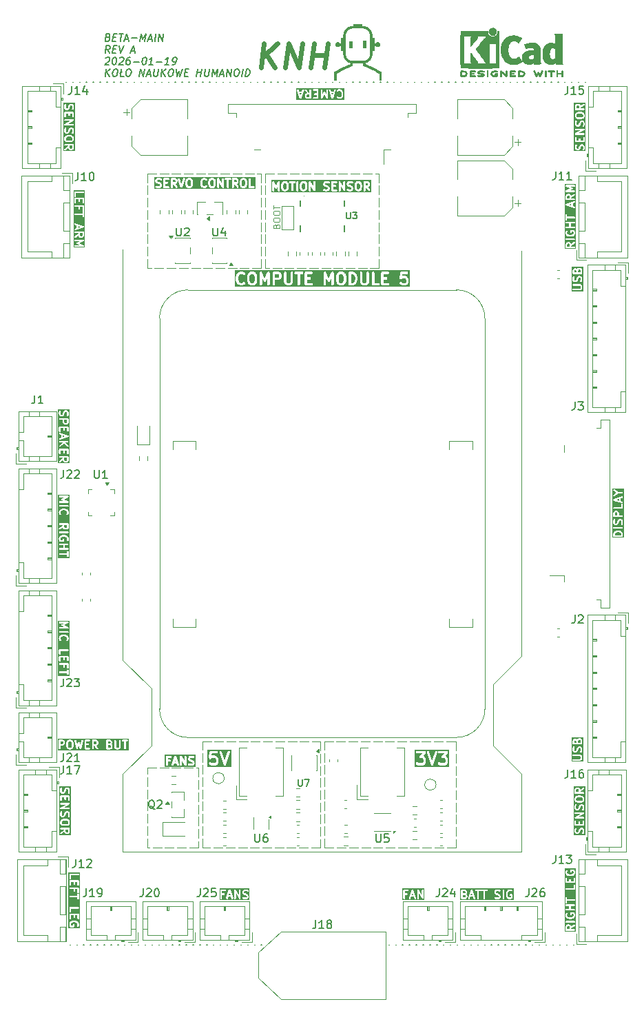
<source format=gbr>
%TF.GenerationSoftware,KiCad,Pcbnew,9.0.7*%
%TF.CreationDate,2026-01-20T00:58:22+01:00*%
%TF.ProjectId,beta-main,62657461-2d6d-4616-996e-2e6b69636164,rev?*%
%TF.SameCoordinates,Original*%
%TF.FileFunction,Legend,Top*%
%TF.FilePolarity,Positive*%
%FSLAX46Y46*%
G04 Gerber Fmt 4.6, Leading zero omitted, Abs format (unit mm)*
G04 Created by KiCad (PCBNEW 9.0.7) date 2026-01-20 00:58:22*
%MOMM*%
%LPD*%
G01*
G04 APERTURE LIST*
%ADD10C,0.200000*%
%ADD11C,0.100000*%
%ADD12C,0.300000*%
%ADD13C,0.250000*%
%ADD14C,0.180000*%
%ADD15C,0.125000*%
%ADD16C,0.600000*%
%ADD17C,0.150000*%
%ADD18C,0.120000*%
%ADD19C,0.010000*%
%ADD20C,0.000000*%
%ADD21C,0.127000*%
G04 APERTURE END LIST*
D10*
X69000000Y-153000000D02*
X69040000Y-153000000D01*
X69840000Y-153000000D02*
X69880000Y-153000000D01*
X70680000Y-153000000D02*
X70720000Y-153000000D01*
X71520000Y-153000000D02*
X71560000Y-153000000D01*
X72360000Y-153000000D02*
X72400000Y-153000000D01*
X73200000Y-153000000D02*
X73240000Y-153000000D01*
X74040000Y-153000000D02*
X74080000Y-153000000D01*
X74880000Y-153000000D02*
X74920000Y-153000000D01*
X75720000Y-153000000D02*
X75760000Y-153000000D01*
X76560000Y-153000000D02*
X76600000Y-153000000D01*
X77400000Y-153000000D02*
X77440000Y-153000000D01*
X78240000Y-153000000D02*
X78280000Y-153000000D01*
X79080000Y-153000000D02*
X79120000Y-153000000D01*
X79920000Y-153000000D02*
X79960000Y-153000000D01*
X80760000Y-153000000D02*
X80800000Y-153000000D01*
X81600000Y-153000000D02*
X81640000Y-153000000D01*
X82440000Y-153000000D02*
X82480000Y-153000000D01*
X83280000Y-153000000D02*
X83320000Y-153000000D01*
X84120000Y-153000000D02*
X84160000Y-153000000D01*
X84960000Y-153000000D02*
X85000000Y-153000000D01*
X85800000Y-153000000D02*
X85840000Y-153000000D01*
X86640000Y-153000000D02*
X86680000Y-153000000D01*
X87480000Y-153000000D02*
X87520000Y-153000000D01*
X88320000Y-153000000D02*
X88360000Y-153000000D01*
X89160000Y-153000000D02*
X89200000Y-153000000D01*
X90000000Y-153000000D02*
X90040000Y-153000000D01*
X90840000Y-153000000D02*
X90880000Y-153000000D01*
X91680000Y-153000000D02*
X91720000Y-153000000D01*
X92520000Y-153000000D02*
X92560000Y-153000000D01*
D11*
X124500000Y-117500000D02*
X124500000Y-67750000D01*
X79000000Y-121500000D02*
X75500000Y-118000000D01*
X124500000Y-141500000D02*
X124500000Y-132000000D01*
X121000000Y-128500000D02*
X121000000Y-121000000D01*
D10*
X68500000Y-47000000D02*
X68540000Y-47000000D01*
X69340000Y-47000000D02*
X69380000Y-47000000D01*
X70180000Y-47000000D02*
X70220000Y-47000000D01*
X71020000Y-47000000D02*
X71060000Y-47000000D01*
X71860000Y-47000000D02*
X71900000Y-47000000D01*
X72700000Y-47000000D02*
X72740000Y-47000000D01*
X73540000Y-47000000D02*
X73580000Y-47000000D01*
X74380000Y-47000000D02*
X74420000Y-47000000D01*
X75220000Y-47000000D02*
X75260000Y-47000000D01*
X76060000Y-47000000D02*
X76100000Y-47000000D01*
X76900000Y-47000000D02*
X76940000Y-47000000D01*
X77740000Y-47000000D02*
X77780000Y-47000000D01*
X78580000Y-47000000D02*
X78620000Y-47000000D01*
X79420000Y-47000000D02*
X79460000Y-47000000D01*
X80260000Y-47000000D02*
X80300000Y-47000000D01*
X81100000Y-47000000D02*
X81140000Y-47000000D01*
X81940000Y-47000000D02*
X81980000Y-47000000D01*
X82780000Y-47000000D02*
X82820000Y-47000000D01*
X83620000Y-47000000D02*
X83660000Y-47000000D01*
X84460000Y-47000000D02*
X84500000Y-47000000D01*
X85300000Y-47000000D02*
X85340000Y-47000000D01*
X86140000Y-47000000D02*
X86180000Y-47000000D01*
X86980000Y-47000000D02*
X87020000Y-47000000D01*
X87820000Y-47000000D02*
X87860000Y-47000000D01*
X88660000Y-47000000D02*
X88700000Y-47000000D01*
X89500000Y-47000000D02*
X89540000Y-47000000D01*
X90340000Y-47000000D02*
X90380000Y-47000000D01*
X91180000Y-47000000D02*
X91220000Y-47000000D01*
X92020000Y-47000000D02*
X92060000Y-47000000D01*
X92860000Y-47000000D02*
X92900000Y-47000000D01*
X93700000Y-47000000D02*
X93740000Y-47000000D01*
X94540000Y-47000000D02*
X94580000Y-47000000D01*
X95380000Y-47000000D02*
X95420000Y-47000000D01*
X96220000Y-47000000D02*
X96260000Y-47000000D01*
X97060000Y-47000000D02*
X97100000Y-47000000D01*
X97900000Y-47000000D02*
X97940000Y-47000000D01*
X98740000Y-47000000D02*
X98780000Y-47000000D01*
X99580000Y-47000000D02*
X99620000Y-47000000D01*
X100420000Y-47000000D02*
X100460000Y-47000000D01*
X101260000Y-47000000D02*
X101300000Y-47000000D01*
X102100000Y-47000000D02*
X102140000Y-47000000D01*
X102940000Y-47000000D02*
X102980000Y-47000000D01*
X103780000Y-47000000D02*
X103820000Y-47000000D01*
X104620000Y-47000000D02*
X104660000Y-47000000D01*
X105460000Y-47000000D02*
X105500000Y-47000000D01*
X106300000Y-47000000D02*
X106340000Y-47000000D01*
X107140000Y-47000000D02*
X107180000Y-47000000D01*
X107980000Y-47000000D02*
X108020000Y-47000000D01*
X108820000Y-47000000D02*
X108860000Y-47000000D01*
X109660000Y-47000000D02*
X109700000Y-47000000D01*
X110500000Y-47000000D02*
X110540000Y-47000000D01*
X111340000Y-47000000D02*
X111380000Y-47000000D01*
X112180000Y-47000000D02*
X112220000Y-47000000D01*
X113020000Y-47000000D02*
X113060000Y-47000000D01*
X113860000Y-47000000D02*
X113900000Y-47000000D01*
X114700000Y-47000000D02*
X114740000Y-47000000D01*
X115540000Y-47000000D02*
X115580000Y-47000000D01*
X116380000Y-47000000D02*
X116420000Y-47000000D01*
X117220000Y-47000000D02*
X117260000Y-47000000D01*
X118060000Y-47000000D02*
X118100000Y-47000000D01*
X118900000Y-47000000D02*
X118940000Y-47000000D01*
X119740000Y-47000000D02*
X119780000Y-47000000D01*
X120580000Y-47000000D02*
X120620000Y-47000000D01*
X121420000Y-47000000D02*
X121460000Y-47000000D01*
X122260000Y-47000000D02*
X122300000Y-47000000D01*
X123100000Y-47000000D02*
X123140000Y-47000000D01*
X123940000Y-47000000D02*
X123980000Y-47000000D01*
X124780000Y-47000000D02*
X124820000Y-47000000D01*
X125620000Y-47000000D02*
X125660000Y-47000000D01*
X126460000Y-47000000D02*
X126500000Y-47000000D01*
X127300000Y-47000000D02*
X127340000Y-47000000D01*
X128140000Y-47000000D02*
X128180000Y-47000000D01*
X128980000Y-47000000D02*
X129020000Y-47000000D01*
X129820000Y-47000000D02*
X129860000Y-47000000D01*
X130660000Y-47000000D02*
X130700000Y-47000000D01*
X131500000Y-47000000D02*
X131540000Y-47000000D01*
X132340000Y-47000000D02*
X132380000Y-47000000D01*
X108200000Y-153000000D02*
X108240000Y-153000000D01*
X109040000Y-153000000D02*
X109080000Y-153000000D01*
X109880000Y-153000000D02*
X109920000Y-153000000D01*
X110720000Y-153000000D02*
X110760000Y-153000000D01*
X111560000Y-153000000D02*
X111600000Y-153000000D01*
X112400000Y-153000000D02*
X112440000Y-153000000D01*
X113240000Y-153000000D02*
X113280000Y-153000000D01*
X114080000Y-153000000D02*
X114120000Y-153000000D01*
X114920000Y-153000000D02*
X114960000Y-153000000D01*
X115760000Y-153000000D02*
X115800000Y-153000000D01*
X116600000Y-153000000D02*
X116640000Y-153000000D01*
X117440000Y-153000000D02*
X117480000Y-153000000D01*
X118280000Y-153000000D02*
X118320000Y-153000000D01*
X119120000Y-153000000D02*
X119160000Y-153000000D01*
X119960000Y-153000000D02*
X120000000Y-153000000D01*
X120800000Y-153000000D02*
X120840000Y-153000000D01*
X121640000Y-153000000D02*
X121680000Y-153000000D01*
X122480000Y-153000000D02*
X122520000Y-153000000D01*
X123320000Y-153000000D02*
X123360000Y-153000000D01*
X124160000Y-153000000D02*
X124200000Y-153000000D01*
X125000000Y-153000000D02*
X125040000Y-153000000D01*
X125840000Y-153000000D02*
X125880000Y-153000000D01*
X126680000Y-153000000D02*
X126720000Y-153000000D01*
X127520000Y-153000000D02*
X127560000Y-153000000D01*
X128360000Y-153000000D02*
X128400000Y-153000000D01*
X129200000Y-153000000D02*
X129240000Y-153000000D01*
X130040000Y-153000000D02*
X130080000Y-153000000D01*
X130880000Y-153000000D02*
X130920000Y-153000000D01*
D11*
X75500000Y-141500000D02*
X124500000Y-141500000D01*
X75500000Y-67500000D02*
X75500000Y-118000000D01*
X85250000Y-128000000D02*
X86350000Y-128000000D01*
X86750000Y-128000000D02*
X87850000Y-128000000D01*
X88250000Y-128000000D02*
X89350000Y-128000000D01*
X89750000Y-128000000D02*
X90850000Y-128000000D01*
X91250000Y-128000000D02*
X92350000Y-128000000D01*
X92750000Y-128000000D02*
X93850000Y-128000000D01*
X94250000Y-128000000D02*
X95350000Y-128000000D01*
X95750000Y-128000000D02*
X96850000Y-128000000D01*
X97250000Y-128000000D02*
X98350000Y-128000000D01*
X98750000Y-128000000D02*
X99750000Y-128000000D01*
X99750000Y-128000000D02*
X99750000Y-129100000D01*
X99750000Y-129500000D02*
X99750000Y-130600000D01*
X99750000Y-131000000D02*
X99750000Y-132100000D01*
X99750000Y-132500000D02*
X99750000Y-133600000D01*
X99750000Y-134000000D02*
X99750000Y-135100000D01*
X99750000Y-135500000D02*
X99750000Y-136600000D01*
X99750000Y-137000000D02*
X99750000Y-138100000D01*
X99750000Y-138500000D02*
X99750000Y-139600000D01*
X99750000Y-140000000D02*
X99750000Y-141000000D01*
X99750000Y-141000000D02*
X98650000Y-141000000D01*
X98250000Y-141000000D02*
X97150000Y-141000000D01*
X96750000Y-141000000D02*
X95650000Y-141000000D01*
X95250000Y-141000000D02*
X94150000Y-141000000D01*
X93750000Y-141000000D02*
X92650000Y-141000000D01*
X92250000Y-141000000D02*
X91150000Y-141000000D01*
X90750000Y-141000000D02*
X89650000Y-141000000D01*
X89250000Y-141000000D02*
X88150000Y-141000000D01*
X87750000Y-141000000D02*
X86650000Y-141000000D01*
X86250000Y-141000000D02*
X85250000Y-141000000D01*
X85250000Y-141000000D02*
X85250000Y-139900000D01*
X85250000Y-139500000D02*
X85250000Y-138400000D01*
X85250000Y-138000000D02*
X85250000Y-136900000D01*
X85250000Y-136500000D02*
X85250000Y-135400000D01*
X85250000Y-135000000D02*
X85250000Y-133900000D01*
X85250000Y-133500000D02*
X85250000Y-132400000D01*
X85250000Y-132000000D02*
X85250000Y-130900000D01*
X85250000Y-130500000D02*
X85250000Y-129400000D01*
X85250000Y-129000000D02*
X85250000Y-128000000D01*
X124500000Y-132000000D02*
X121000000Y-128500000D01*
X79000000Y-128500000D02*
X75500000Y-132000000D01*
X124500000Y-117500000D02*
X121000000Y-121000000D01*
X78500000Y-131250000D02*
X79600000Y-131250000D01*
X80000000Y-131250000D02*
X81100000Y-131250000D01*
X81500000Y-131250000D02*
X82600000Y-131250000D01*
X83000000Y-131250000D02*
X84100000Y-131250000D01*
X84500000Y-131250000D02*
X84750000Y-131250000D01*
X84750000Y-131250000D02*
X84750000Y-132350000D01*
X84750000Y-132750000D02*
X84750000Y-133850000D01*
X84750000Y-134250000D02*
X84750000Y-135350000D01*
X84750000Y-135750000D02*
X84750000Y-136850000D01*
X84750000Y-137250000D02*
X84750000Y-138350000D01*
X84750000Y-138750000D02*
X84750000Y-139850000D01*
X84750000Y-140250000D02*
X84750000Y-141000000D01*
X84750000Y-141000000D02*
X83650000Y-141000000D01*
X83250000Y-141000000D02*
X82150000Y-141000000D01*
X81750000Y-141000000D02*
X80650000Y-141000000D01*
X80250000Y-141000000D02*
X79150000Y-141000000D01*
X78750000Y-141000000D02*
X78500000Y-141000000D01*
X78500000Y-141000000D02*
X78500000Y-139900000D01*
X78500000Y-139500000D02*
X78500000Y-138400000D01*
X78500000Y-138000000D02*
X78500000Y-136900000D01*
X78500000Y-136500000D02*
X78500000Y-135400000D01*
X78500000Y-135000000D02*
X78500000Y-133900000D01*
X78500000Y-133500000D02*
X78500000Y-132400000D01*
X78500000Y-132000000D02*
X78500000Y-131250000D01*
X93000000Y-58200000D02*
X94100000Y-58200000D01*
X94500000Y-58200000D02*
X95600000Y-58200000D01*
X96000000Y-58200000D02*
X97100000Y-58200000D01*
X97500000Y-58200000D02*
X98600000Y-58200000D01*
X99000000Y-58200000D02*
X100100000Y-58200000D01*
X100500000Y-58200000D02*
X101600000Y-58200000D01*
X102000000Y-58200000D02*
X103100000Y-58200000D01*
X103500000Y-58200000D02*
X104600000Y-58200000D01*
X105000000Y-58200000D02*
X106100000Y-58200000D01*
X106500000Y-58200000D02*
X107000000Y-58200000D01*
X107000000Y-58200000D02*
X107000000Y-59300000D01*
X107000000Y-59700000D02*
X107000000Y-60800000D01*
X107000000Y-61200000D02*
X107000000Y-62300000D01*
X107000000Y-62700000D02*
X107000000Y-63800000D01*
X107000000Y-64200000D02*
X107000000Y-65300000D01*
X107000000Y-65700000D02*
X107000000Y-66800000D01*
X107000000Y-67200000D02*
X107000000Y-68300000D01*
X107000000Y-68700000D02*
X107000000Y-69800000D01*
X107000000Y-69800000D02*
X105900000Y-69800000D01*
X105500000Y-69800000D02*
X104400000Y-69800000D01*
X104000000Y-69800000D02*
X102900000Y-69800000D01*
X102500000Y-69800000D02*
X101400000Y-69800000D01*
X101000000Y-69800000D02*
X99900000Y-69800000D01*
X99500000Y-69800000D02*
X98400000Y-69800000D01*
X98000000Y-69800000D02*
X96900000Y-69800000D01*
X96500000Y-69800000D02*
X95400000Y-69800000D01*
X95000000Y-69800000D02*
X93900000Y-69800000D01*
X93500000Y-69800000D02*
X93000000Y-69800000D01*
X93000000Y-69800000D02*
X93000000Y-68700000D01*
X93000000Y-68300000D02*
X93000000Y-67200000D01*
X93000000Y-66800000D02*
X93000000Y-65700000D01*
X93000000Y-65300000D02*
X93000000Y-64200000D01*
X93000000Y-63800000D02*
X93000000Y-62700000D01*
X93000000Y-62300000D02*
X93000000Y-61200000D01*
X93000000Y-60800000D02*
X93000000Y-59700000D01*
X93000000Y-59300000D02*
X93000000Y-58200000D01*
X100250000Y-128000000D02*
X101350000Y-128000000D01*
X101750000Y-128000000D02*
X102850000Y-128000000D01*
X103250000Y-128000000D02*
X104350000Y-128000000D01*
X104750000Y-128000000D02*
X105850000Y-128000000D01*
X106250000Y-128000000D02*
X107350000Y-128000000D01*
X107750000Y-128000000D02*
X108850000Y-128000000D01*
X109250000Y-128000000D02*
X110350000Y-128000000D01*
X110750000Y-128000000D02*
X111850000Y-128000000D01*
X112250000Y-128000000D02*
X113350000Y-128000000D01*
X113750000Y-128000000D02*
X114850000Y-128000000D01*
X115250000Y-128000000D02*
X116350000Y-128000000D01*
X116412500Y-128000000D02*
X116412500Y-129100000D01*
X116412500Y-129500000D02*
X116412500Y-130600000D01*
X116412500Y-131000000D02*
X116412500Y-132100000D01*
X116412500Y-132500000D02*
X116412500Y-133600000D01*
X116412500Y-134000000D02*
X116412500Y-135100000D01*
X116412500Y-135500000D02*
X116412500Y-136600000D01*
X116412500Y-137000000D02*
X116412500Y-138100000D01*
X116412500Y-138500000D02*
X116412500Y-139600000D01*
X116412500Y-140000000D02*
X116412500Y-141000000D01*
X116412500Y-141000000D02*
X115312500Y-141000000D01*
X114912500Y-141000000D02*
X113812500Y-141000000D01*
X113412500Y-141000000D02*
X112312500Y-141000000D01*
X111912500Y-141000000D02*
X110812500Y-141000000D01*
X110412500Y-141000000D02*
X109312500Y-141000000D01*
X108912500Y-141000000D02*
X107812500Y-141000000D01*
X107412500Y-141000000D02*
X106312500Y-141000000D01*
X105912500Y-141000000D02*
X104812500Y-141000000D01*
X104412500Y-141000000D02*
X103312500Y-141000000D01*
X102912500Y-141000000D02*
X101812500Y-141000000D01*
X101412500Y-141000000D02*
X100312500Y-141000000D01*
X100250000Y-141000000D02*
X100250000Y-139900000D01*
X100250000Y-139500000D02*
X100250000Y-138400000D01*
X100250000Y-138000000D02*
X100250000Y-136900000D01*
X100250000Y-136500000D02*
X100250000Y-135400000D01*
X100250000Y-135000000D02*
X100250000Y-133900000D01*
X100250000Y-133500000D02*
X100250000Y-132400000D01*
X100250000Y-132000000D02*
X100250000Y-130900000D01*
X100250000Y-130500000D02*
X100250000Y-129400000D01*
X100250000Y-129000000D02*
X100250000Y-128000000D01*
X75500000Y-132000000D02*
X75500000Y-141500000D01*
X78500000Y-58200000D02*
X79600000Y-58200000D01*
X80000000Y-58200000D02*
X81100000Y-58200000D01*
X81500000Y-58200000D02*
X82600000Y-58200000D01*
X83000000Y-58200000D02*
X84100000Y-58200000D01*
X84500000Y-58200000D02*
X85600000Y-58200000D01*
X86000000Y-58200000D02*
X87100000Y-58200000D01*
X87500000Y-58200000D02*
X88600000Y-58200000D01*
X89000000Y-58200000D02*
X90100000Y-58200000D01*
X90500000Y-58200000D02*
X91600000Y-58200000D01*
X92000000Y-58200000D02*
X92500000Y-58200000D01*
X92500000Y-58200000D02*
X92500000Y-59300000D01*
X92500000Y-59700000D02*
X92500000Y-60800000D01*
X92500000Y-61200000D02*
X92500000Y-62300000D01*
X92500000Y-62700000D02*
X92500000Y-63800000D01*
X92500000Y-64200000D02*
X92500000Y-65300000D01*
X92500000Y-65700000D02*
X92500000Y-66800000D01*
X92500000Y-67200000D02*
X92500000Y-68300000D01*
X92500000Y-68700000D02*
X92500000Y-69800000D01*
X92500000Y-69800000D02*
X91400000Y-69800000D01*
X91000000Y-69800000D02*
X89900000Y-69800000D01*
X89500000Y-69800000D02*
X88400000Y-69800000D01*
X88000000Y-69800000D02*
X86900000Y-69800000D01*
X86500000Y-69800000D02*
X85400000Y-69800000D01*
X85000000Y-69800000D02*
X83900000Y-69800000D01*
X83500000Y-69800000D02*
X82400000Y-69800000D01*
X82000000Y-69800000D02*
X80900000Y-69800000D01*
X80500000Y-69800000D02*
X79400000Y-69800000D01*
X79000000Y-69800000D02*
X78500000Y-69800000D01*
X78500000Y-69800000D02*
X78500000Y-68700000D01*
X78500000Y-68300000D02*
X78500000Y-67200000D01*
X78500000Y-66800000D02*
X78500000Y-65700000D01*
X78500000Y-65300000D02*
X78500000Y-64200000D01*
X78500000Y-63800000D02*
X78500000Y-62700000D01*
X78500000Y-62300000D02*
X78500000Y-61200000D01*
X78500000Y-60800000D02*
X78500000Y-59700000D01*
X78500000Y-59300000D02*
X78500000Y-58200000D01*
X79000000Y-128500000D02*
X79000000Y-121500000D01*
D12*
G36*
X88834286Y-131117495D02*
G01*
X85917115Y-131117495D01*
X85917115Y-130029594D01*
X86083782Y-130029594D01*
X86085964Y-130036825D01*
X86085964Y-130044378D01*
X86094355Y-130064637D01*
X86100689Y-130085626D01*
X86105470Y-130091470D01*
X86108362Y-130098450D01*
X86123866Y-130113953D01*
X86137750Y-130130923D01*
X86144406Y-130134494D01*
X86149748Y-130139835D01*
X86170002Y-130148224D01*
X86189325Y-130158590D01*
X86196842Y-130159341D01*
X86203820Y-130162232D01*
X86225743Y-130162232D01*
X86247562Y-130164414D01*
X86254793Y-130162232D01*
X86262346Y-130162232D01*
X86282605Y-130153840D01*
X86303594Y-130147507D01*
X86309438Y-130142725D01*
X86316418Y-130139834D01*
X86339149Y-130121179D01*
X86393365Y-130066962D01*
X86482777Y-130022257D01*
X86769101Y-130022257D01*
X86858514Y-130066963D01*
X86895517Y-130103967D01*
X86940225Y-130193381D01*
X86940225Y-130479703D01*
X86895517Y-130569117D01*
X86858514Y-130606121D01*
X86769101Y-130650828D01*
X86482777Y-130650828D01*
X86393365Y-130606122D01*
X86339149Y-130551906D01*
X86316418Y-130533251D01*
X86262346Y-130510853D01*
X86203820Y-130510853D01*
X86149748Y-130533250D01*
X86108362Y-130574635D01*
X86085964Y-130628707D01*
X86085964Y-130687233D01*
X86108361Y-130741305D01*
X86127015Y-130764036D01*
X86198443Y-130835465D01*
X86209945Y-130844904D01*
X86212543Y-130847900D01*
X86217057Y-130850741D01*
X86221174Y-130854120D01*
X86224832Y-130855635D01*
X86237429Y-130863564D01*
X86380287Y-130934993D01*
X86407750Y-130945502D01*
X86413125Y-130945883D01*
X86418104Y-130947946D01*
X86447368Y-130950828D01*
X86804510Y-130950828D01*
X86833774Y-130947946D01*
X86838752Y-130945883D01*
X86844128Y-130945502D01*
X86871591Y-130934992D01*
X87014450Y-130863564D01*
X87027044Y-130855635D01*
X87030704Y-130854120D01*
X87034824Y-130850738D01*
X87039335Y-130847899D01*
X87041929Y-130844907D01*
X87053435Y-130835465D01*
X87124863Y-130764036D01*
X87134301Y-130752535D01*
X87137295Y-130749939D01*
X87140135Y-130745426D01*
X87143517Y-130741306D01*
X87145032Y-130737646D01*
X87152960Y-130725053D01*
X87224389Y-130582197D01*
X87234898Y-130554733D01*
X87235279Y-130549358D01*
X87237343Y-130544378D01*
X87240225Y-130515114D01*
X87240225Y-130157971D01*
X87237343Y-130128707D01*
X87235279Y-130123726D01*
X87234898Y-130118352D01*
X87224389Y-130090888D01*
X87152960Y-129948032D01*
X87145032Y-129935438D01*
X87143517Y-129931779D01*
X87140135Y-129927658D01*
X87137295Y-129923146D01*
X87134301Y-129920549D01*
X87124863Y-129909049D01*
X87053435Y-129837620D01*
X87041929Y-129828177D01*
X87039335Y-129825186D01*
X87034824Y-129822346D01*
X87030704Y-129818965D01*
X87027044Y-129817449D01*
X87014450Y-129809521D01*
X86871591Y-129738093D01*
X86844128Y-129727583D01*
X86838752Y-129727201D01*
X86833774Y-129725139D01*
X86804510Y-129722257D01*
X86447368Y-129722257D01*
X86418104Y-129725139D01*
X86413125Y-129727201D01*
X86412617Y-129727237D01*
X86440259Y-129450828D01*
X87018796Y-129450828D01*
X87048060Y-129447946D01*
X87102132Y-129425548D01*
X87143516Y-129384164D01*
X87165914Y-129330092D01*
X87165914Y-129319589D01*
X87369974Y-129319589D01*
X87376494Y-129348262D01*
X87876494Y-130848262D01*
X87888482Y-130875113D01*
X87895504Y-130883210D01*
X87900297Y-130892795D01*
X87914503Y-130905116D01*
X87926829Y-130919328D01*
X87936416Y-130924121D01*
X87944511Y-130931142D01*
X87962353Y-130937089D01*
X87979177Y-130945501D01*
X87989867Y-130946260D01*
X88000035Y-130949650D01*
X88018791Y-130948317D01*
X88037557Y-130949651D01*
X88047727Y-130946260D01*
X88058416Y-130945501D01*
X88075237Y-130937090D01*
X88093081Y-130931142D01*
X88101177Y-130924119D01*
X88110763Y-130919327D01*
X88123086Y-130905118D01*
X88137295Y-130892795D01*
X88142087Y-130883209D01*
X88149110Y-130875113D01*
X88161098Y-130848262D01*
X88661099Y-129348262D01*
X88667619Y-129319588D01*
X88663469Y-129261208D01*
X88637295Y-129208861D01*
X88593081Y-129170514D01*
X88537557Y-129152005D01*
X88479177Y-129156155D01*
X88426829Y-129182328D01*
X88388482Y-129226543D01*
X88376494Y-129253394D01*
X88018796Y-130326486D01*
X87661098Y-129253394D01*
X87649110Y-129226543D01*
X87610763Y-129182329D01*
X87558416Y-129156155D01*
X87500035Y-129152006D01*
X87444511Y-129170514D01*
X87400297Y-129208861D01*
X87374123Y-129261208D01*
X87369974Y-129319589D01*
X87165914Y-129319589D01*
X87165914Y-129271564D01*
X87143516Y-129217492D01*
X87102132Y-129176108D01*
X87048060Y-129153710D01*
X87018796Y-129150828D01*
X86304510Y-129150828D01*
X86293683Y-129151894D01*
X86290030Y-129151529D01*
X86286462Y-129152605D01*
X86275246Y-129153710D01*
X86254983Y-129162103D01*
X86233998Y-129168435D01*
X86228153Y-129173216D01*
X86221174Y-129176108D01*
X86205668Y-129191613D01*
X86188701Y-129205496D01*
X86185130Y-129212151D01*
X86179790Y-129217492D01*
X86171398Y-129237749D01*
X86161034Y-129257071D01*
X86158819Y-129268118D01*
X86157392Y-129271564D01*
X86157392Y-129275238D01*
X86155254Y-129285903D01*
X86083826Y-130000189D01*
X86083782Y-130029594D01*
X85917115Y-130029594D01*
X85917115Y-128984161D01*
X88834286Y-128984161D01*
X88834286Y-131117495D01*
G37*
D10*
G36*
X69282780Y-55047821D02*
G01*
X69252975Y-55107430D01*
X69228306Y-55132098D01*
X69168697Y-55161904D01*
X69073054Y-55161904D01*
X69013444Y-55132099D01*
X68988776Y-55107430D01*
X68958971Y-55047820D01*
X68958971Y-54790476D01*
X69282780Y-54790476D01*
X69282780Y-55047821D01*
G37*
G36*
X69188797Y-53733153D02*
G01*
X69252976Y-53797332D01*
X69282780Y-53856940D01*
X69282780Y-54000202D01*
X69252976Y-54059810D01*
X69188797Y-54123989D01*
X69037137Y-54161904D01*
X68728423Y-54161904D01*
X68576764Y-54123989D01*
X68512583Y-54059808D01*
X68482780Y-54000202D01*
X68482780Y-53856939D01*
X68512583Y-53797333D01*
X68576764Y-53733152D01*
X68728423Y-53695238D01*
X69037137Y-53695238D01*
X69188797Y-53733153D01*
G37*
G36*
X69593891Y-55473015D02*
G01*
X68171669Y-55473015D01*
X68171669Y-55264072D01*
X68282803Y-55264072D01*
X68291243Y-55302166D01*
X68313618Y-55334131D01*
X68346523Y-55355100D01*
X68384948Y-55361881D01*
X68423042Y-55353441D01*
X68440126Y-55343827D01*
X68768651Y-55113859D01*
X68769528Y-55116149D01*
X68817147Y-55211387D01*
X68822432Y-55219783D01*
X68823443Y-55222223D01*
X68825696Y-55224969D01*
X68827590Y-55227977D01*
X68829584Y-55229706D01*
X68835879Y-55237377D01*
X68883498Y-55284995D01*
X68891164Y-55291287D01*
X68892897Y-55293285D01*
X68895905Y-55295178D01*
X68898651Y-55297432D01*
X68901091Y-55298442D01*
X68909488Y-55303728D01*
X69004725Y-55351347D01*
X69023034Y-55358353D01*
X69026617Y-55358607D01*
X69029938Y-55359983D01*
X69049447Y-55361904D01*
X69192304Y-55361904D01*
X69211813Y-55359983D01*
X69215133Y-55358607D01*
X69218717Y-55358353D01*
X69237025Y-55351347D01*
X69332263Y-55303728D01*
X69340659Y-55298442D01*
X69343099Y-55297432D01*
X69345845Y-55295178D01*
X69348853Y-55293285D01*
X69350582Y-55291290D01*
X69358253Y-55284996D01*
X69405871Y-55237377D01*
X69412163Y-55229710D01*
X69414161Y-55227978D01*
X69416054Y-55224969D01*
X69418308Y-55222224D01*
X69419318Y-55219783D01*
X69424604Y-55211387D01*
X69472223Y-55116150D01*
X69479229Y-55097841D01*
X69479483Y-55094257D01*
X69480859Y-55090937D01*
X69482780Y-55071428D01*
X69482780Y-54690476D01*
X69480859Y-54670967D01*
X69465927Y-54634919D01*
X69438337Y-54607329D01*
X69402289Y-54592397D01*
X69382780Y-54590476D01*
X68382780Y-54590476D01*
X68363271Y-54592397D01*
X68327223Y-54607329D01*
X68299633Y-54634919D01*
X68284701Y-54670967D01*
X68284701Y-54709985D01*
X68299633Y-54746033D01*
X68327223Y-54773623D01*
X68363271Y-54788555D01*
X68382780Y-54790476D01*
X68758971Y-54790476D01*
X68758971Y-54876505D01*
X68325434Y-55179981D01*
X68310553Y-55192742D01*
X68289584Y-55225647D01*
X68282803Y-55264072D01*
X68171669Y-55264072D01*
X68171669Y-53833333D01*
X68282780Y-53833333D01*
X68282780Y-54023809D01*
X68284701Y-54043318D01*
X68286076Y-54046637D01*
X68286331Y-54050223D01*
X68293338Y-54068531D01*
X68340958Y-54163769D01*
X68346242Y-54172164D01*
X68347253Y-54174604D01*
X68349506Y-54177349D01*
X68351401Y-54180360D01*
X68353397Y-54182091D01*
X68359689Y-54189758D01*
X68454927Y-54284996D01*
X68470081Y-54297432D01*
X68476949Y-54300277D01*
X68482924Y-54304704D01*
X68501384Y-54311299D01*
X68691860Y-54358918D01*
X68695241Y-54359418D01*
X68696605Y-54359983D01*
X68703955Y-54360706D01*
X68711253Y-54361786D01*
X68712711Y-54361568D01*
X68716114Y-54361904D01*
X69049447Y-54361904D01*
X69052849Y-54361568D01*
X69054308Y-54361786D01*
X69061605Y-54360706D01*
X69068956Y-54359983D01*
X69070319Y-54359418D01*
X69073701Y-54358918D01*
X69264176Y-54311299D01*
X69282637Y-54304704D01*
X69288611Y-54300277D01*
X69295480Y-54297432D01*
X69310634Y-54284996D01*
X69405872Y-54189758D01*
X69412163Y-54182091D01*
X69414161Y-54180359D01*
X69416056Y-54177347D01*
X69418308Y-54174604D01*
X69419317Y-54172166D01*
X69424604Y-54163768D01*
X69472223Y-54068531D01*
X69479229Y-54050222D01*
X69479483Y-54046638D01*
X69480859Y-54043318D01*
X69482780Y-54023809D01*
X69482780Y-53833333D01*
X69480859Y-53813824D01*
X69479483Y-53810503D01*
X69479229Y-53806920D01*
X69472223Y-53788611D01*
X69424604Y-53693374D01*
X69419317Y-53684975D01*
X69418308Y-53682538D01*
X69416056Y-53679794D01*
X69414161Y-53676783D01*
X69412163Y-53675050D01*
X69405872Y-53667384D01*
X69310634Y-53572146D01*
X69295480Y-53559710D01*
X69288611Y-53556864D01*
X69282637Y-53552438D01*
X69264176Y-53545843D01*
X69073701Y-53498224D01*
X69070319Y-53497723D01*
X69068956Y-53497159D01*
X69061605Y-53496435D01*
X69054308Y-53495356D01*
X69052849Y-53495573D01*
X69049447Y-53495238D01*
X68716114Y-53495238D01*
X68712711Y-53495573D01*
X68711253Y-53495356D01*
X68703955Y-53496435D01*
X68696605Y-53497159D01*
X68695241Y-53497723D01*
X68691860Y-53498224D01*
X68501384Y-53545843D01*
X68482924Y-53552438D01*
X68476949Y-53556864D01*
X68470081Y-53559710D01*
X68454927Y-53572146D01*
X68359689Y-53667384D01*
X68353397Y-53675050D01*
X68351401Y-53676782D01*
X68349506Y-53679792D01*
X68347253Y-53682538D01*
X68346242Y-53684977D01*
X68340958Y-53693373D01*
X68293338Y-53788611D01*
X68286331Y-53806919D01*
X68286076Y-53810504D01*
X68284701Y-53813824D01*
X68282780Y-53833333D01*
X68171669Y-53833333D01*
X68171669Y-52785714D01*
X68282780Y-52785714D01*
X68282780Y-53023809D01*
X68284701Y-53043318D01*
X68286076Y-53046637D01*
X68286331Y-53050223D01*
X68293338Y-53068531D01*
X68340958Y-53163769D01*
X68346242Y-53172164D01*
X68347253Y-53174604D01*
X68349506Y-53177349D01*
X68351401Y-53180360D01*
X68353397Y-53182091D01*
X68359689Y-53189758D01*
X68407308Y-53237376D01*
X68414974Y-53243668D01*
X68416707Y-53245666D01*
X68419715Y-53247559D01*
X68422461Y-53249813D01*
X68424901Y-53250823D01*
X68433298Y-53256109D01*
X68528535Y-53303728D01*
X68546844Y-53310734D01*
X68550427Y-53310988D01*
X68553748Y-53312364D01*
X68573257Y-53314285D01*
X68668495Y-53314285D01*
X68688004Y-53312364D01*
X68691324Y-53310988D01*
X68694908Y-53310734D01*
X68713216Y-53303728D01*
X68808454Y-53256109D01*
X68816850Y-53250823D01*
X68819290Y-53249813D01*
X68822036Y-53247559D01*
X68825044Y-53245666D01*
X68826773Y-53243671D01*
X68834444Y-53237377D01*
X68882062Y-53189758D01*
X68888354Y-53182091D01*
X68890352Y-53180359D01*
X68892245Y-53177350D01*
X68894499Y-53174605D01*
X68895509Y-53172164D01*
X68900795Y-53163768D01*
X68948414Y-53068531D01*
X68948960Y-53067102D01*
X68949390Y-53066523D01*
X68952311Y-53058346D01*
X68955420Y-53050222D01*
X68955471Y-53049501D01*
X68955985Y-53048063D01*
X69000941Y-52868237D01*
X69036395Y-52797330D01*
X69061063Y-52772661D01*
X69120673Y-52742857D01*
X69168697Y-52742857D01*
X69228306Y-52772662D01*
X69252975Y-52797330D01*
X69282780Y-52856940D01*
X69282780Y-53055201D01*
X69240293Y-53182662D01*
X69235946Y-53201778D01*
X69238712Y-53240698D01*
X69256162Y-53275597D01*
X69285638Y-53301162D01*
X69322654Y-53313500D01*
X69361574Y-53310734D01*
X69396473Y-53293284D01*
X69422038Y-53263808D01*
X69430029Y-53245908D01*
X69477648Y-53103051D01*
X69479847Y-53093378D01*
X69480859Y-53090937D01*
X69481207Y-53087399D01*
X69481995Y-53083936D01*
X69481807Y-53081301D01*
X69482780Y-53071428D01*
X69482780Y-52833333D01*
X69480859Y-52813824D01*
X69479483Y-52810503D01*
X69479229Y-52806920D01*
X69472223Y-52788611D01*
X69424604Y-52693374D01*
X69419318Y-52684977D01*
X69418308Y-52682537D01*
X69416054Y-52679791D01*
X69414161Y-52676783D01*
X69412163Y-52675050D01*
X69405871Y-52667384D01*
X69358253Y-52619765D01*
X69350582Y-52613470D01*
X69348853Y-52611476D01*
X69345845Y-52609582D01*
X69343099Y-52607329D01*
X69340659Y-52606318D01*
X69332263Y-52601033D01*
X69237025Y-52553414D01*
X69218717Y-52546408D01*
X69215133Y-52546153D01*
X69211813Y-52544778D01*
X69192304Y-52542857D01*
X69097066Y-52542857D01*
X69077557Y-52544778D01*
X69074236Y-52546153D01*
X69070653Y-52546408D01*
X69052344Y-52553414D01*
X68957107Y-52601033D01*
X68948710Y-52606318D01*
X68946270Y-52607329D01*
X68943524Y-52609582D01*
X68940516Y-52611476D01*
X68938783Y-52613473D01*
X68931117Y-52619766D01*
X68883498Y-52667384D01*
X68877203Y-52675054D01*
X68875209Y-52676784D01*
X68873315Y-52679791D01*
X68871062Y-52682538D01*
X68870051Y-52684977D01*
X68864766Y-52693374D01*
X68817147Y-52788612D01*
X68816601Y-52790038D01*
X68816171Y-52790619D01*
X68813249Y-52798795D01*
X68810141Y-52806920D01*
X68810089Y-52807642D01*
X68809576Y-52809080D01*
X68764619Y-52988904D01*
X68729166Y-53059811D01*
X68704497Y-53084479D01*
X68644888Y-53114285D01*
X68596864Y-53114285D01*
X68537254Y-53084480D01*
X68512583Y-53059809D01*
X68482780Y-53000202D01*
X68482780Y-52801941D01*
X68525268Y-52674480D01*
X68529615Y-52655365D01*
X68526849Y-52616445D01*
X68509400Y-52581546D01*
X68479924Y-52555981D01*
X68442908Y-52543642D01*
X68403988Y-52546408D01*
X68369089Y-52563857D01*
X68343524Y-52593333D01*
X68335532Y-52611233D01*
X68287912Y-52754091D01*
X68285712Y-52763763D01*
X68284701Y-52766205D01*
X68284352Y-52769742D01*
X68283565Y-52773206D01*
X68283752Y-52775840D01*
X68282780Y-52785714D01*
X68171669Y-52785714D01*
X68171669Y-52207300D01*
X68283024Y-52207300D01*
X68284701Y-52220493D01*
X68284701Y-52233794D01*
X68287140Y-52239682D01*
X68287944Y-52246007D01*
X68294544Y-52257556D01*
X68299633Y-52269842D01*
X68304140Y-52274349D01*
X68307303Y-52279884D01*
X68317817Y-52288026D01*
X68327223Y-52297432D01*
X68333113Y-52299871D01*
X68338152Y-52303774D01*
X68350980Y-52307272D01*
X68363271Y-52312364D01*
X68373248Y-52313346D01*
X68375795Y-52314041D01*
X68377762Y-52313790D01*
X68382780Y-52314285D01*
X69382780Y-52314285D01*
X69402289Y-52312364D01*
X69438337Y-52297432D01*
X69465927Y-52269842D01*
X69480859Y-52233794D01*
X69480859Y-52194776D01*
X69465927Y-52158728D01*
X69438337Y-52131138D01*
X69402289Y-52116206D01*
X69382780Y-52114285D01*
X68759336Y-52114285D01*
X69432394Y-51729681D01*
X69436504Y-51726762D01*
X69438337Y-51726004D01*
X69440203Y-51724137D01*
X69448379Y-51718334D01*
X69456523Y-51707817D01*
X69465927Y-51698414D01*
X69468365Y-51692526D01*
X69472270Y-51687485D01*
X69475769Y-51674652D01*
X69480859Y-51662366D01*
X69480859Y-51655990D01*
X69482536Y-51649841D01*
X69480859Y-51636647D01*
X69480859Y-51623348D01*
X69478419Y-51617459D01*
X69477616Y-51611135D01*
X69471015Y-51599585D01*
X69465927Y-51587300D01*
X69461419Y-51582792D01*
X69458257Y-51577258D01*
X69447740Y-51569113D01*
X69438337Y-51559710D01*
X69432449Y-51557271D01*
X69427408Y-51553367D01*
X69414575Y-51549867D01*
X69402289Y-51544778D01*
X69392311Y-51543795D01*
X69389765Y-51543101D01*
X69387797Y-51543351D01*
X69382780Y-51542857D01*
X68382780Y-51542857D01*
X68363271Y-51544778D01*
X68327223Y-51559710D01*
X68299633Y-51587300D01*
X68284701Y-51623348D01*
X68284701Y-51662366D01*
X68299633Y-51698414D01*
X68327223Y-51726004D01*
X68363271Y-51740936D01*
X68382780Y-51742857D01*
X69006224Y-51742857D01*
X68333166Y-52127461D01*
X68329055Y-52130379D01*
X68327223Y-52131138D01*
X68325356Y-52133004D01*
X68317181Y-52138808D01*
X68309038Y-52149322D01*
X68299633Y-52158728D01*
X68297193Y-52164618D01*
X68293291Y-52169657D01*
X68289792Y-52182485D01*
X68284701Y-52194776D01*
X68284701Y-52201151D01*
X68283024Y-52207300D01*
X68171669Y-52207300D01*
X68171669Y-50738095D01*
X68282780Y-50738095D01*
X68282780Y-51214285D01*
X68284701Y-51233794D01*
X68299633Y-51269842D01*
X68327223Y-51297432D01*
X68363271Y-51312364D01*
X68402289Y-51312364D01*
X68438337Y-51297432D01*
X68465927Y-51269842D01*
X68480859Y-51233794D01*
X68482780Y-51214285D01*
X68482780Y-50838095D01*
X68806590Y-50838095D01*
X68806590Y-51071428D01*
X68808511Y-51090937D01*
X68823443Y-51126985D01*
X68851033Y-51154575D01*
X68887081Y-51169507D01*
X68926099Y-51169507D01*
X68962147Y-51154575D01*
X68989737Y-51126985D01*
X69004669Y-51090937D01*
X69006590Y-51071428D01*
X69006590Y-50838095D01*
X69282780Y-50838095D01*
X69282780Y-51214285D01*
X69284701Y-51233794D01*
X69299633Y-51269842D01*
X69327223Y-51297432D01*
X69363271Y-51312364D01*
X69402289Y-51312364D01*
X69438337Y-51297432D01*
X69465927Y-51269842D01*
X69480859Y-51233794D01*
X69482780Y-51214285D01*
X69482780Y-50738095D01*
X69480859Y-50718586D01*
X69465927Y-50682538D01*
X69438337Y-50654948D01*
X69402289Y-50640016D01*
X69382780Y-50638095D01*
X68382780Y-50638095D01*
X68363271Y-50640016D01*
X68327223Y-50654948D01*
X68299633Y-50682538D01*
X68284701Y-50718586D01*
X68282780Y-50738095D01*
X68171669Y-50738095D01*
X68171669Y-49880952D01*
X68282780Y-49880952D01*
X68282780Y-50119047D01*
X68284701Y-50138556D01*
X68286076Y-50141875D01*
X68286331Y-50145461D01*
X68293338Y-50163769D01*
X68340958Y-50259007D01*
X68346242Y-50267402D01*
X68347253Y-50269842D01*
X68349506Y-50272587D01*
X68351401Y-50275598D01*
X68353397Y-50277329D01*
X68359689Y-50284996D01*
X68407308Y-50332614D01*
X68414974Y-50338906D01*
X68416707Y-50340904D01*
X68419715Y-50342797D01*
X68422461Y-50345051D01*
X68424901Y-50346061D01*
X68433298Y-50351347D01*
X68528535Y-50398966D01*
X68546844Y-50405972D01*
X68550427Y-50406226D01*
X68553748Y-50407602D01*
X68573257Y-50409523D01*
X68668495Y-50409523D01*
X68688004Y-50407602D01*
X68691324Y-50406226D01*
X68694908Y-50405972D01*
X68713216Y-50398966D01*
X68808454Y-50351347D01*
X68816850Y-50346061D01*
X68819290Y-50345051D01*
X68822036Y-50342797D01*
X68825044Y-50340904D01*
X68826773Y-50338909D01*
X68834444Y-50332615D01*
X68882062Y-50284996D01*
X68888354Y-50277329D01*
X68890352Y-50275597D01*
X68892245Y-50272588D01*
X68894499Y-50269843D01*
X68895509Y-50267402D01*
X68900795Y-50259006D01*
X68948414Y-50163769D01*
X68948960Y-50162340D01*
X68949390Y-50161761D01*
X68952311Y-50153584D01*
X68955420Y-50145460D01*
X68955471Y-50144739D01*
X68955985Y-50143301D01*
X69000941Y-49963475D01*
X69036395Y-49892568D01*
X69061063Y-49867899D01*
X69120673Y-49838095D01*
X69168697Y-49838095D01*
X69228306Y-49867900D01*
X69252975Y-49892568D01*
X69282780Y-49952178D01*
X69282780Y-50150439D01*
X69240293Y-50277900D01*
X69235946Y-50297016D01*
X69238712Y-50335936D01*
X69256162Y-50370835D01*
X69285638Y-50396400D01*
X69322654Y-50408738D01*
X69361574Y-50405972D01*
X69396473Y-50388522D01*
X69422038Y-50359046D01*
X69430029Y-50341146D01*
X69477648Y-50198289D01*
X69479847Y-50188616D01*
X69480859Y-50186175D01*
X69481207Y-50182637D01*
X69481995Y-50179174D01*
X69481807Y-50176539D01*
X69482780Y-50166666D01*
X69482780Y-49928571D01*
X69480859Y-49909062D01*
X69479483Y-49905741D01*
X69479229Y-49902158D01*
X69472223Y-49883849D01*
X69424604Y-49788612D01*
X69419318Y-49780215D01*
X69418308Y-49777775D01*
X69416054Y-49775029D01*
X69414161Y-49772021D01*
X69412163Y-49770288D01*
X69405871Y-49762622D01*
X69358253Y-49715003D01*
X69350582Y-49708708D01*
X69348853Y-49706714D01*
X69345845Y-49704820D01*
X69343099Y-49702567D01*
X69340659Y-49701556D01*
X69332263Y-49696271D01*
X69237025Y-49648652D01*
X69218717Y-49641646D01*
X69215133Y-49641391D01*
X69211813Y-49640016D01*
X69192304Y-49638095D01*
X69097066Y-49638095D01*
X69077557Y-49640016D01*
X69074236Y-49641391D01*
X69070653Y-49641646D01*
X69052344Y-49648652D01*
X68957107Y-49696271D01*
X68948710Y-49701556D01*
X68946270Y-49702567D01*
X68943524Y-49704820D01*
X68940516Y-49706714D01*
X68938783Y-49708711D01*
X68931117Y-49715004D01*
X68883498Y-49762622D01*
X68877203Y-49770292D01*
X68875209Y-49772022D01*
X68873315Y-49775029D01*
X68871062Y-49777776D01*
X68870051Y-49780215D01*
X68864766Y-49788612D01*
X68817147Y-49883850D01*
X68816601Y-49885276D01*
X68816171Y-49885857D01*
X68813249Y-49894033D01*
X68810141Y-49902158D01*
X68810089Y-49902880D01*
X68809576Y-49904318D01*
X68764619Y-50084142D01*
X68729166Y-50155049D01*
X68704497Y-50179717D01*
X68644888Y-50209523D01*
X68596864Y-50209523D01*
X68537254Y-50179718D01*
X68512583Y-50155047D01*
X68482780Y-50095440D01*
X68482780Y-49897179D01*
X68525268Y-49769718D01*
X68529615Y-49750603D01*
X68526849Y-49711683D01*
X68509400Y-49676784D01*
X68479924Y-49651219D01*
X68442908Y-49638880D01*
X68403988Y-49641646D01*
X68369089Y-49659095D01*
X68343524Y-49688571D01*
X68335532Y-49706471D01*
X68287912Y-49849329D01*
X68285712Y-49859001D01*
X68284701Y-49861443D01*
X68284352Y-49864980D01*
X68283565Y-49868444D01*
X68283752Y-49871078D01*
X68282780Y-49880952D01*
X68171669Y-49880952D01*
X68171669Y-49526984D01*
X69593891Y-49526984D01*
X69593891Y-55473015D01*
G37*
G36*
X130361554Y-66844090D02*
G01*
X130386223Y-66868758D01*
X130416028Y-66928368D01*
X130416028Y-67185713D01*
X130092219Y-67185713D01*
X130092219Y-66928368D01*
X130122024Y-66868758D01*
X130146692Y-66844089D01*
X130206302Y-66814285D01*
X130301945Y-66814285D01*
X130361554Y-66844090D01*
G37*
G36*
X130606504Y-62146970D02*
G01*
X130308446Y-62047618D01*
X130606504Y-61948265D01*
X130606504Y-62146970D01*
G37*
G36*
X130361554Y-60939328D02*
G01*
X130386223Y-60963996D01*
X130416028Y-61023606D01*
X130416028Y-61280951D01*
X130092219Y-61280951D01*
X130092219Y-61023606D01*
X130122024Y-60963996D01*
X130146692Y-60939327D01*
X130206302Y-60909523D01*
X130301945Y-60909523D01*
X130361554Y-60939328D01*
G37*
G36*
X131203330Y-67496824D02*
G01*
X129781108Y-67496824D01*
X129781108Y-66904761D01*
X129892219Y-66904761D01*
X129892219Y-67285713D01*
X129894140Y-67305222D01*
X129909072Y-67341270D01*
X129936662Y-67368860D01*
X129972710Y-67383792D01*
X129992219Y-67385713D01*
X130992219Y-67385713D01*
X131011728Y-67383792D01*
X131047776Y-67368860D01*
X131075366Y-67341270D01*
X131090298Y-67305222D01*
X131090298Y-67266204D01*
X131075366Y-67230156D01*
X131047776Y-67202566D01*
X131011728Y-67187634D01*
X130992219Y-67185713D01*
X130616028Y-67185713D01*
X130616028Y-67099683D01*
X131049565Y-66796208D01*
X131064446Y-66783447D01*
X131085415Y-66750542D01*
X131092196Y-66712117D01*
X131083756Y-66674023D01*
X131061381Y-66642058D01*
X131028476Y-66621089D01*
X130990052Y-66614308D01*
X130951957Y-66622748D01*
X130934873Y-66632362D01*
X130606347Y-66862329D01*
X130605471Y-66860039D01*
X130557852Y-66764802D01*
X130552566Y-66756405D01*
X130551556Y-66753965D01*
X130549302Y-66751219D01*
X130547409Y-66748211D01*
X130545411Y-66746478D01*
X130539119Y-66738812D01*
X130491501Y-66691193D01*
X130483830Y-66684898D01*
X130482101Y-66682904D01*
X130479093Y-66681010D01*
X130476347Y-66678757D01*
X130473907Y-66677746D01*
X130465511Y-66672461D01*
X130370273Y-66624842D01*
X130351965Y-66617836D01*
X130348381Y-66617581D01*
X130345061Y-66616206D01*
X130325552Y-66614285D01*
X130182695Y-66614285D01*
X130163186Y-66616206D01*
X130159865Y-66617581D01*
X130156282Y-66617836D01*
X130137973Y-66624842D01*
X130042736Y-66672461D01*
X130034339Y-66677746D01*
X130031899Y-66678757D01*
X130029153Y-66681010D01*
X130026145Y-66682904D01*
X130024412Y-66684901D01*
X130016746Y-66691194D01*
X129969127Y-66738812D01*
X129962832Y-66746482D01*
X129960838Y-66748212D01*
X129958944Y-66751219D01*
X129956691Y-66753966D01*
X129955680Y-66756405D01*
X129950395Y-66764802D01*
X129902776Y-66860040D01*
X129895770Y-66878348D01*
X129895515Y-66881931D01*
X129894140Y-66885252D01*
X129892219Y-66904761D01*
X129781108Y-66904761D01*
X129781108Y-66266204D01*
X129894140Y-66266204D01*
X129894140Y-66305222D01*
X129909072Y-66341270D01*
X129936662Y-66368860D01*
X129972710Y-66383792D01*
X129992219Y-66385713D01*
X130992219Y-66385713D01*
X131011728Y-66383792D01*
X131047776Y-66368860D01*
X131075366Y-66341270D01*
X131090298Y-66305222D01*
X131090298Y-66266204D01*
X131075366Y-66230156D01*
X131047776Y-66202566D01*
X131011728Y-66187634D01*
X130992219Y-66185713D01*
X129992219Y-66185713D01*
X129972710Y-66187634D01*
X129936662Y-66202566D01*
X129909072Y-66230156D01*
X129894140Y-66266204D01*
X129781108Y-66266204D01*
X129781108Y-65380952D01*
X129892219Y-65380952D01*
X129892219Y-65523809D01*
X129893191Y-65533682D01*
X129893004Y-65536316D01*
X129893791Y-65539779D01*
X129894140Y-65543318D01*
X129895151Y-65545760D01*
X129897351Y-65555432D01*
X129944970Y-65698288D01*
X129952961Y-65716189D01*
X129955316Y-65718904D01*
X129956691Y-65722223D01*
X129969127Y-65737377D01*
X130064365Y-65832615D01*
X130072031Y-65838906D01*
X130073764Y-65840904D01*
X130076775Y-65842799D01*
X130079519Y-65845051D01*
X130081956Y-65846060D01*
X130090355Y-65851347D01*
X130185592Y-65898966D01*
X130187020Y-65899512D01*
X130187600Y-65899942D01*
X130195776Y-65902863D01*
X130203901Y-65905972D01*
X130204621Y-65906023D01*
X130206060Y-65906537D01*
X130396536Y-65954156D01*
X130399917Y-65954656D01*
X130401281Y-65955221D01*
X130408631Y-65955944D01*
X130415929Y-65957024D01*
X130417387Y-65956806D01*
X130420790Y-65957142D01*
X130563647Y-65957142D01*
X130567049Y-65956806D01*
X130568508Y-65957024D01*
X130575805Y-65955944D01*
X130583156Y-65955221D01*
X130584519Y-65954656D01*
X130587901Y-65954156D01*
X130778376Y-65906537D01*
X130779813Y-65906023D01*
X130780536Y-65905972D01*
X130788660Y-65902863D01*
X130796837Y-65899942D01*
X130797417Y-65899511D01*
X130798844Y-65898966D01*
X130894082Y-65851347D01*
X130902474Y-65846064D01*
X130904918Y-65845052D01*
X130907667Y-65842795D01*
X130910672Y-65840904D01*
X130912401Y-65838909D01*
X130920071Y-65832615D01*
X131015311Y-65737377D01*
X131027747Y-65722224D01*
X131029122Y-65718904D01*
X131031477Y-65716189D01*
X131039468Y-65698289D01*
X131087087Y-65555432D01*
X131089286Y-65545759D01*
X131090298Y-65543318D01*
X131090646Y-65539780D01*
X131091434Y-65536317D01*
X131091246Y-65533682D01*
X131092219Y-65523809D01*
X131092219Y-65428571D01*
X131091246Y-65418697D01*
X131091434Y-65416063D01*
X131090646Y-65412599D01*
X131090298Y-65409062D01*
X131089286Y-65406620D01*
X131087087Y-65396948D01*
X131039468Y-65254091D01*
X131031477Y-65236191D01*
X131029122Y-65233475D01*
X131027747Y-65230156D01*
X131015310Y-65215002D01*
X130967690Y-65167384D01*
X130952537Y-65154947D01*
X130927046Y-65144389D01*
X130916489Y-65140016D01*
X130896980Y-65138095D01*
X130563647Y-65138095D01*
X130544138Y-65140016D01*
X130508090Y-65154948D01*
X130480500Y-65182538D01*
X130465568Y-65218586D01*
X130463647Y-65238095D01*
X130463647Y-65428571D01*
X130465568Y-65448080D01*
X130480500Y-65484128D01*
X130508090Y-65511718D01*
X130544138Y-65526650D01*
X130583156Y-65526650D01*
X130619204Y-65511718D01*
X130646794Y-65484128D01*
X130661726Y-65448080D01*
X130663647Y-65428571D01*
X130663647Y-65338095D01*
X130855560Y-65338095D01*
X130857197Y-65339732D01*
X130892219Y-65444797D01*
X130892219Y-65507582D01*
X130857197Y-65612647D01*
X130790127Y-65679717D01*
X130719218Y-65715171D01*
X130551337Y-65757142D01*
X130433099Y-65757142D01*
X130265218Y-65715171D01*
X130194313Y-65679719D01*
X130127240Y-65612646D01*
X130092219Y-65507582D01*
X130092219Y-65404559D01*
X130129281Y-65330436D01*
X130136287Y-65312127D01*
X130139053Y-65273207D01*
X130126714Y-65236191D01*
X130101149Y-65206714D01*
X130066251Y-65189265D01*
X130027331Y-65186500D01*
X129990315Y-65198838D01*
X129960838Y-65224403D01*
X129950395Y-65240993D01*
X129902776Y-65336231D01*
X129895770Y-65354539D01*
X129895515Y-65358122D01*
X129894140Y-65361443D01*
X129892219Y-65380952D01*
X129781108Y-65380952D01*
X129781108Y-64218586D01*
X129894140Y-64218586D01*
X129894140Y-64257604D01*
X129909072Y-64293652D01*
X129936662Y-64321242D01*
X129972710Y-64336174D01*
X129992219Y-64338095D01*
X130368409Y-64338095D01*
X130368409Y-64709523D01*
X129992219Y-64709523D01*
X129972710Y-64711444D01*
X129936662Y-64726376D01*
X129909072Y-64753966D01*
X129894140Y-64790014D01*
X129894140Y-64829032D01*
X129909072Y-64865080D01*
X129936662Y-64892670D01*
X129972710Y-64907602D01*
X129992219Y-64909523D01*
X130992219Y-64909523D01*
X131011728Y-64907602D01*
X131047776Y-64892670D01*
X131075366Y-64865080D01*
X131090298Y-64829032D01*
X131090298Y-64790014D01*
X131075366Y-64753966D01*
X131047776Y-64726376D01*
X131011728Y-64711444D01*
X130992219Y-64709523D01*
X130568409Y-64709523D01*
X130568409Y-64338095D01*
X130992219Y-64338095D01*
X131011728Y-64336174D01*
X131047776Y-64321242D01*
X131075366Y-64293652D01*
X131090298Y-64257604D01*
X131090298Y-64218586D01*
X131075366Y-64182538D01*
X131047776Y-64154948D01*
X131011728Y-64140016D01*
X130992219Y-64138095D01*
X129992219Y-64138095D01*
X129972710Y-64140016D01*
X129936662Y-64154948D01*
X129909072Y-64182538D01*
X129894140Y-64218586D01*
X129781108Y-64218586D01*
X129781108Y-63333333D01*
X129892219Y-63333333D01*
X129892219Y-63904761D01*
X129894140Y-63924270D01*
X129909072Y-63960318D01*
X129936662Y-63987908D01*
X129972710Y-64002840D01*
X130011728Y-64002840D01*
X130047776Y-63987908D01*
X130075366Y-63960318D01*
X130090298Y-63924270D01*
X130092219Y-63904761D01*
X130092219Y-63719047D01*
X130992219Y-63719047D01*
X131011728Y-63717126D01*
X131047776Y-63702194D01*
X131075366Y-63674604D01*
X131090298Y-63638556D01*
X131090298Y-63599538D01*
X131075366Y-63563490D01*
X131047776Y-63535900D01*
X131011728Y-63520968D01*
X130992219Y-63519047D01*
X130092219Y-63519047D01*
X130092219Y-63333333D01*
X130090298Y-63313824D01*
X130075366Y-63277776D01*
X130047776Y-63250186D01*
X130011728Y-63235254D01*
X129972710Y-63235254D01*
X129936662Y-63250186D01*
X129909072Y-63277776D01*
X129894140Y-63313824D01*
X129892219Y-63333333D01*
X129781108Y-63333333D01*
X129781108Y-62035111D01*
X129893004Y-62035111D01*
X129893892Y-62047618D01*
X129893004Y-62060125D01*
X129895263Y-62066903D01*
X129895770Y-62074031D01*
X129901376Y-62085243D01*
X129905342Y-62097141D01*
X129910025Y-62102540D01*
X129913220Y-62108930D01*
X129922691Y-62117145D01*
X129930907Y-62126617D01*
X129937296Y-62129811D01*
X129942696Y-62134495D01*
X129960596Y-62142486D01*
X130960596Y-62475819D01*
X130979711Y-62480166D01*
X131018631Y-62477400D01*
X131053530Y-62459950D01*
X131079095Y-62430474D01*
X131091434Y-62393458D01*
X131088667Y-62354538D01*
X131071218Y-62319639D01*
X131041742Y-62294074D01*
X131023841Y-62286083D01*
X130806504Y-62213637D01*
X130806504Y-61881598D01*
X131023841Y-61809153D01*
X131041742Y-61801162D01*
X131071218Y-61775597D01*
X131088667Y-61740698D01*
X131091434Y-61701778D01*
X131079095Y-61664762D01*
X131053530Y-61635286D01*
X131018631Y-61617836D01*
X130979711Y-61615070D01*
X130960596Y-61619417D01*
X129960596Y-61952750D01*
X129942696Y-61960741D01*
X129937296Y-61965424D01*
X129930907Y-61968619D01*
X129922691Y-61978090D01*
X129913220Y-61986306D01*
X129910025Y-61992695D01*
X129905342Y-61998095D01*
X129901376Y-62009992D01*
X129895770Y-62021205D01*
X129895263Y-62028332D01*
X129893004Y-62035111D01*
X129781108Y-62035111D01*
X129781108Y-60999999D01*
X129892219Y-60999999D01*
X129892219Y-61380951D01*
X129894140Y-61400460D01*
X129909072Y-61436508D01*
X129936662Y-61464098D01*
X129972710Y-61479030D01*
X129992219Y-61480951D01*
X130992219Y-61480951D01*
X131011728Y-61479030D01*
X131047776Y-61464098D01*
X131075366Y-61436508D01*
X131090298Y-61400460D01*
X131090298Y-61361442D01*
X131075366Y-61325394D01*
X131047776Y-61297804D01*
X131011728Y-61282872D01*
X130992219Y-61280951D01*
X130616028Y-61280951D01*
X130616028Y-61194921D01*
X131049565Y-60891446D01*
X131064446Y-60878685D01*
X131085415Y-60845780D01*
X131092196Y-60807355D01*
X131083756Y-60769261D01*
X131061381Y-60737296D01*
X131028476Y-60716327D01*
X130990052Y-60709546D01*
X130951957Y-60717986D01*
X130934873Y-60727600D01*
X130606347Y-60957567D01*
X130605471Y-60955277D01*
X130557852Y-60860040D01*
X130552566Y-60851643D01*
X130551556Y-60849203D01*
X130549302Y-60846457D01*
X130547409Y-60843449D01*
X130545411Y-60841716D01*
X130539119Y-60834050D01*
X130491501Y-60786431D01*
X130483830Y-60780136D01*
X130482101Y-60778142D01*
X130479093Y-60776248D01*
X130476347Y-60773995D01*
X130473907Y-60772984D01*
X130465511Y-60767699D01*
X130370273Y-60720080D01*
X130351965Y-60713074D01*
X130348381Y-60712819D01*
X130345061Y-60711444D01*
X130325552Y-60709523D01*
X130182695Y-60709523D01*
X130163186Y-60711444D01*
X130159865Y-60712819D01*
X130156282Y-60713074D01*
X130137973Y-60720080D01*
X130042736Y-60767699D01*
X130034339Y-60772984D01*
X130031899Y-60773995D01*
X130029153Y-60776248D01*
X130026145Y-60778142D01*
X130024412Y-60780139D01*
X130016746Y-60786432D01*
X129969127Y-60834050D01*
X129962832Y-60841720D01*
X129960838Y-60843450D01*
X129958944Y-60846457D01*
X129956691Y-60849204D01*
X129955680Y-60851643D01*
X129950395Y-60860040D01*
X129902776Y-60955278D01*
X129895770Y-60973586D01*
X129895515Y-60977169D01*
X129894140Y-60980490D01*
X129892219Y-60999999D01*
X129781108Y-60999999D01*
X129781108Y-59729468D01*
X129893378Y-59729468D01*
X129894140Y-59731563D01*
X129894140Y-59733794D01*
X129900784Y-59749835D01*
X129906713Y-59766137D01*
X129908218Y-59767780D01*
X129909072Y-59769842D01*
X129921345Y-59782115D01*
X129933064Y-59794912D01*
X129935708Y-59796478D01*
X129936662Y-59797432D01*
X129938843Y-59798335D01*
X129949930Y-59804903D01*
X130470034Y-60047618D01*
X129949930Y-60290333D01*
X129938843Y-60296900D01*
X129936662Y-60297804D01*
X129935708Y-60298757D01*
X129933064Y-60300324D01*
X129921345Y-60313120D01*
X129909072Y-60325394D01*
X129908218Y-60327455D01*
X129906713Y-60329099D01*
X129900784Y-60345400D01*
X129894140Y-60361442D01*
X129894140Y-60363672D01*
X129893378Y-60365768D01*
X129894140Y-60383107D01*
X129894140Y-60400460D01*
X129894993Y-60402519D01*
X129895091Y-60404748D01*
X129902432Y-60420478D01*
X129909072Y-60436508D01*
X129910648Y-60438084D01*
X129911592Y-60440106D01*
X129924388Y-60451824D01*
X129936662Y-60464098D01*
X129938723Y-60464951D01*
X129940367Y-60466457D01*
X129956668Y-60472385D01*
X129972710Y-60479030D01*
X129975768Y-60479331D01*
X129977036Y-60479792D01*
X129979395Y-60479688D01*
X129992219Y-60480951D01*
X130992219Y-60480951D01*
X131011728Y-60479030D01*
X131047776Y-60464098D01*
X131075366Y-60436508D01*
X131090298Y-60400460D01*
X131090298Y-60361442D01*
X131075366Y-60325394D01*
X131047776Y-60297804D01*
X131011728Y-60282872D01*
X130992219Y-60280951D01*
X130442975Y-60280951D01*
X130748793Y-60138236D01*
X130755934Y-60134005D01*
X130758356Y-60133125D01*
X130760068Y-60131556D01*
X130765659Y-60128245D01*
X130775919Y-60117040D01*
X130787132Y-60106773D01*
X130789011Y-60102745D01*
X130792011Y-60099470D01*
X130797202Y-60085194D01*
X130803632Y-60071416D01*
X130803827Y-60066975D01*
X130805345Y-60062801D01*
X130804677Y-60047618D01*
X130805345Y-60032435D01*
X130803827Y-60028260D01*
X130803632Y-60023820D01*
X130797202Y-60010041D01*
X130792011Y-59995766D01*
X130789011Y-59992490D01*
X130787132Y-59988463D01*
X130775919Y-59978195D01*
X130765659Y-59966991D01*
X130760068Y-59963679D01*
X130758356Y-59962111D01*
X130755934Y-59961230D01*
X130748793Y-59957000D01*
X130442975Y-59814285D01*
X130992219Y-59814285D01*
X131011728Y-59812364D01*
X131047776Y-59797432D01*
X131075366Y-59769842D01*
X131090298Y-59733794D01*
X131090298Y-59694776D01*
X131075366Y-59658728D01*
X131047776Y-59631138D01*
X131011728Y-59616206D01*
X130992219Y-59614285D01*
X129992219Y-59614285D01*
X129979395Y-59615547D01*
X129977036Y-59615444D01*
X129975768Y-59615904D01*
X129972710Y-59616206D01*
X129956668Y-59622850D01*
X129940367Y-59628779D01*
X129938723Y-59630284D01*
X129936662Y-59631138D01*
X129924388Y-59643411D01*
X129911592Y-59655130D01*
X129910648Y-59657151D01*
X129909072Y-59658728D01*
X129902432Y-59674757D01*
X129895091Y-59690488D01*
X129894993Y-59692716D01*
X129894140Y-59694776D01*
X129894140Y-59712128D01*
X129893378Y-59729468D01*
X129781108Y-59729468D01*
X129781108Y-59503174D01*
X131203330Y-59503174D01*
X131203330Y-67496824D01*
G37*
G36*
X131188935Y-70067900D02*
G01*
X131213604Y-70092568D01*
X131243409Y-70152178D01*
X131243409Y-70361904D01*
X130967219Y-70361904D01*
X130967219Y-70152178D01*
X130997024Y-70092568D01*
X131021692Y-70067899D01*
X131081302Y-70038095D01*
X131129326Y-70038095D01*
X131188935Y-70067900D01*
G37*
G36*
X131712746Y-70020282D02*
G01*
X131737414Y-70044949D01*
X131767219Y-70104559D01*
X131767219Y-70361904D01*
X131443409Y-70361904D01*
X131443409Y-70144798D01*
X131478430Y-70039732D01*
X131497882Y-70020280D01*
X131557492Y-69990476D01*
X131653135Y-69990476D01*
X131712746Y-70020282D01*
G37*
G36*
X132078330Y-72673015D02*
G01*
X130656108Y-72673015D01*
X130656108Y-71870967D01*
X130769140Y-71870967D01*
X130769140Y-71909985D01*
X130784072Y-71946033D01*
X130811662Y-71973623D01*
X130847710Y-71988555D01*
X130867219Y-71990476D01*
X131653135Y-71990476D01*
X131712746Y-72020282D01*
X131737414Y-72044949D01*
X131767219Y-72104559D01*
X131767219Y-72247821D01*
X131737414Y-72307430D01*
X131712746Y-72332097D01*
X131653135Y-72361904D01*
X130867219Y-72361904D01*
X130847710Y-72363825D01*
X130811662Y-72378757D01*
X130784072Y-72406347D01*
X130769140Y-72442395D01*
X130769140Y-72481413D01*
X130784072Y-72517461D01*
X130811662Y-72545051D01*
X130847710Y-72559983D01*
X130867219Y-72561904D01*
X131676742Y-72561904D01*
X131696251Y-72559983D01*
X131699571Y-72558607D01*
X131703155Y-72558353D01*
X131721463Y-72551347D01*
X131816701Y-72503728D01*
X131825093Y-72498444D01*
X131827537Y-72497433D01*
X131830286Y-72495176D01*
X131833291Y-72493285D01*
X131835020Y-72491290D01*
X131842690Y-72484996D01*
X131890310Y-72437378D01*
X131896603Y-72429709D01*
X131898600Y-72427978D01*
X131900493Y-72424969D01*
X131902747Y-72422224D01*
X131903757Y-72419783D01*
X131909043Y-72411387D01*
X131956662Y-72316150D01*
X131963668Y-72297841D01*
X131963922Y-72294257D01*
X131965298Y-72290937D01*
X131967219Y-72271428D01*
X131967219Y-72080952D01*
X131965298Y-72061443D01*
X131963922Y-72058122D01*
X131963668Y-72054539D01*
X131956662Y-72036230D01*
X131909043Y-71940993D01*
X131903757Y-71932596D01*
X131902747Y-71930156D01*
X131900493Y-71927410D01*
X131898600Y-71924402D01*
X131896603Y-71922670D01*
X131890310Y-71915002D01*
X131842690Y-71867384D01*
X131835020Y-71861089D01*
X131833291Y-71859095D01*
X131830286Y-71857203D01*
X131827537Y-71854947D01*
X131825093Y-71853935D01*
X131816701Y-71848652D01*
X131721463Y-71801033D01*
X131703155Y-71794027D01*
X131699571Y-71793772D01*
X131696251Y-71792397D01*
X131676742Y-71790476D01*
X130867219Y-71790476D01*
X130847710Y-71792397D01*
X130811662Y-71807329D01*
X130784072Y-71834919D01*
X130769140Y-71870967D01*
X130656108Y-71870967D01*
X130656108Y-71033333D01*
X130767219Y-71033333D01*
X130767219Y-71271428D01*
X130769140Y-71290937D01*
X130770515Y-71294257D01*
X130770770Y-71297841D01*
X130777776Y-71316149D01*
X130825395Y-71411387D01*
X130830680Y-71419783D01*
X130831691Y-71422223D01*
X130833944Y-71424969D01*
X130835838Y-71427977D01*
X130837832Y-71429706D01*
X130844127Y-71437377D01*
X130891746Y-71484995D01*
X130899412Y-71491287D01*
X130901145Y-71493285D01*
X130904153Y-71495178D01*
X130906899Y-71497432D01*
X130909339Y-71498442D01*
X130917736Y-71503728D01*
X131012973Y-71551347D01*
X131031282Y-71558353D01*
X131034865Y-71558607D01*
X131038186Y-71559983D01*
X131057695Y-71561904D01*
X131152933Y-71561904D01*
X131172442Y-71559983D01*
X131175762Y-71558607D01*
X131179346Y-71558353D01*
X131197654Y-71551347D01*
X131292892Y-71503728D01*
X131301288Y-71498442D01*
X131303728Y-71497432D01*
X131306474Y-71495178D01*
X131309482Y-71493285D01*
X131311211Y-71491290D01*
X131318882Y-71484996D01*
X131366500Y-71437377D01*
X131372792Y-71429710D01*
X131374790Y-71427978D01*
X131376683Y-71424969D01*
X131378937Y-71422224D01*
X131379947Y-71419783D01*
X131385233Y-71411387D01*
X131432852Y-71316150D01*
X131433398Y-71314721D01*
X131433828Y-71314142D01*
X131436749Y-71305965D01*
X131439858Y-71297841D01*
X131439909Y-71297120D01*
X131440423Y-71295682D01*
X131485379Y-71115856D01*
X131520833Y-71044949D01*
X131545501Y-71020280D01*
X131605111Y-70990476D01*
X131653135Y-70990476D01*
X131712746Y-71020282D01*
X131737414Y-71044949D01*
X131767219Y-71104559D01*
X131767219Y-71302820D01*
X131724732Y-71430281D01*
X131720385Y-71449397D01*
X131723151Y-71488317D01*
X131740601Y-71523216D01*
X131770077Y-71548781D01*
X131807093Y-71561119D01*
X131846013Y-71558353D01*
X131880912Y-71540903D01*
X131906477Y-71511427D01*
X131914468Y-71493527D01*
X131962087Y-71350670D01*
X131964286Y-71340997D01*
X131965298Y-71338556D01*
X131965646Y-71335018D01*
X131966434Y-71331555D01*
X131966246Y-71328920D01*
X131967219Y-71319047D01*
X131967219Y-71080952D01*
X131965298Y-71061443D01*
X131963922Y-71058122D01*
X131963668Y-71054539D01*
X131956662Y-71036230D01*
X131909043Y-70940993D01*
X131903757Y-70932596D01*
X131902747Y-70930156D01*
X131900493Y-70927410D01*
X131898600Y-70924402D01*
X131896603Y-70922670D01*
X131890310Y-70915002D01*
X131842690Y-70867384D01*
X131835020Y-70861089D01*
X131833291Y-70859095D01*
X131830286Y-70857203D01*
X131827537Y-70854947D01*
X131825093Y-70853935D01*
X131816701Y-70848652D01*
X131721463Y-70801033D01*
X131703155Y-70794027D01*
X131699571Y-70793772D01*
X131696251Y-70792397D01*
X131676742Y-70790476D01*
X131581504Y-70790476D01*
X131561995Y-70792397D01*
X131558674Y-70793772D01*
X131555091Y-70794027D01*
X131536782Y-70801033D01*
X131441545Y-70848652D01*
X131433148Y-70853937D01*
X131430708Y-70854948D01*
X131427962Y-70857201D01*
X131424954Y-70859095D01*
X131423221Y-70861092D01*
X131415555Y-70867385D01*
X131367936Y-70915003D01*
X131361641Y-70922673D01*
X131359647Y-70924403D01*
X131357753Y-70927410D01*
X131355500Y-70930157D01*
X131354489Y-70932596D01*
X131349204Y-70940993D01*
X131301585Y-71036231D01*
X131301039Y-71037657D01*
X131300609Y-71038238D01*
X131297687Y-71046414D01*
X131294579Y-71054539D01*
X131294527Y-71055261D01*
X131294014Y-71056699D01*
X131249057Y-71236523D01*
X131213604Y-71307430D01*
X131188935Y-71332098D01*
X131129326Y-71361904D01*
X131081302Y-71361904D01*
X131021692Y-71332099D01*
X130997024Y-71307430D01*
X130967219Y-71247820D01*
X130967219Y-71049560D01*
X131009706Y-70922099D01*
X131014053Y-70902984D01*
X131011287Y-70864064D01*
X130993837Y-70829165D01*
X130964361Y-70803600D01*
X130927345Y-70791261D01*
X130888425Y-70794028D01*
X130853526Y-70811477D01*
X130827961Y-70840953D01*
X130819970Y-70858854D01*
X130772351Y-71001710D01*
X130770151Y-71011381D01*
X130769140Y-71013824D01*
X130768791Y-71017362D01*
X130768004Y-71020826D01*
X130768191Y-71023459D01*
X130767219Y-71033333D01*
X130656108Y-71033333D01*
X130656108Y-70128571D01*
X130767219Y-70128571D01*
X130767219Y-70461904D01*
X130769140Y-70481413D01*
X130784072Y-70517461D01*
X130811662Y-70545051D01*
X130847710Y-70559983D01*
X130867219Y-70561904D01*
X131867219Y-70561904D01*
X131886728Y-70559983D01*
X131922776Y-70545051D01*
X131950366Y-70517461D01*
X131965298Y-70481413D01*
X131967219Y-70461904D01*
X131967219Y-70080952D01*
X131965298Y-70061443D01*
X131963922Y-70058122D01*
X131963668Y-70054539D01*
X131956662Y-70036230D01*
X131909043Y-69940993D01*
X131903757Y-69932596D01*
X131902747Y-69930156D01*
X131900493Y-69927410D01*
X131898600Y-69924402D01*
X131896603Y-69922670D01*
X131890310Y-69915002D01*
X131842690Y-69867384D01*
X131835020Y-69861089D01*
X131833291Y-69859095D01*
X131830286Y-69857203D01*
X131827537Y-69854947D01*
X131825093Y-69853935D01*
X131816701Y-69848652D01*
X131721463Y-69801033D01*
X131703155Y-69794027D01*
X131699571Y-69793772D01*
X131696251Y-69792397D01*
X131676742Y-69790476D01*
X131533885Y-69790476D01*
X131514376Y-69792397D01*
X131511055Y-69793772D01*
X131507472Y-69794027D01*
X131489163Y-69801033D01*
X131393926Y-69848652D01*
X131385529Y-69853937D01*
X131383089Y-69854948D01*
X131380343Y-69857201D01*
X131377335Y-69859095D01*
X131375602Y-69861092D01*
X131367936Y-69867385D01*
X131320317Y-69915003D01*
X131319670Y-69915791D01*
X131318882Y-69915003D01*
X131311211Y-69908708D01*
X131309482Y-69906714D01*
X131306474Y-69904820D01*
X131303728Y-69902567D01*
X131301288Y-69901556D01*
X131292892Y-69896271D01*
X131197654Y-69848652D01*
X131179346Y-69841646D01*
X131175762Y-69841391D01*
X131172442Y-69840016D01*
X131152933Y-69838095D01*
X131057695Y-69838095D01*
X131038186Y-69840016D01*
X131034865Y-69841391D01*
X131031282Y-69841646D01*
X131012973Y-69848652D01*
X130917736Y-69896271D01*
X130909339Y-69901556D01*
X130906899Y-69902567D01*
X130904153Y-69904820D01*
X130901145Y-69906714D01*
X130899412Y-69908711D01*
X130891746Y-69915004D01*
X130844127Y-69962622D01*
X130837832Y-69970292D01*
X130835838Y-69972022D01*
X130833944Y-69975029D01*
X130831691Y-69977776D01*
X130830680Y-69980215D01*
X130825395Y-69988612D01*
X130777776Y-70083850D01*
X130770770Y-70102158D01*
X130770515Y-70105741D01*
X130769140Y-70109062D01*
X130767219Y-70128571D01*
X130656108Y-70128571D01*
X130656108Y-69679365D01*
X132078330Y-69679365D01*
X132078330Y-72673015D01*
G37*
G36*
X68632780Y-101643059D02*
G01*
X68602975Y-101702668D01*
X68578306Y-101727336D01*
X68518697Y-101757142D01*
X68423054Y-101757142D01*
X68363444Y-101727337D01*
X68338776Y-101702668D01*
X68308971Y-101643058D01*
X68308971Y-101385714D01*
X68632780Y-101385714D01*
X68632780Y-101643059D01*
G37*
G36*
X68943891Y-105447284D02*
G01*
X67521669Y-105447284D01*
X67521669Y-104932871D01*
X67634701Y-104932871D01*
X67634701Y-104971889D01*
X67649633Y-105007937D01*
X67677223Y-105035527D01*
X67713271Y-105050459D01*
X67732780Y-105052380D01*
X68632780Y-105052380D01*
X68632780Y-105238094D01*
X68634701Y-105257603D01*
X68649633Y-105293651D01*
X68677223Y-105321241D01*
X68713271Y-105336173D01*
X68752289Y-105336173D01*
X68788337Y-105321241D01*
X68815927Y-105293651D01*
X68830859Y-105257603D01*
X68832780Y-105238094D01*
X68832780Y-104666666D01*
X68830859Y-104647157D01*
X68815927Y-104611109D01*
X68788337Y-104583519D01*
X68752289Y-104568587D01*
X68713271Y-104568587D01*
X68677223Y-104583519D01*
X68649633Y-104611109D01*
X68634701Y-104647157D01*
X68632780Y-104666666D01*
X68632780Y-104852380D01*
X67732780Y-104852380D01*
X67713271Y-104854301D01*
X67677223Y-104869233D01*
X67649633Y-104896823D01*
X67634701Y-104932871D01*
X67521669Y-104932871D01*
X67521669Y-103742395D01*
X67634701Y-103742395D01*
X67634701Y-103781413D01*
X67649633Y-103817461D01*
X67677223Y-103845051D01*
X67713271Y-103859983D01*
X67732780Y-103861904D01*
X68156590Y-103861904D01*
X68156590Y-104233332D01*
X67732780Y-104233332D01*
X67713271Y-104235253D01*
X67677223Y-104250185D01*
X67649633Y-104277775D01*
X67634701Y-104313823D01*
X67634701Y-104352841D01*
X67649633Y-104388889D01*
X67677223Y-104416479D01*
X67713271Y-104431411D01*
X67732780Y-104433332D01*
X68732780Y-104433332D01*
X68752289Y-104431411D01*
X68788337Y-104416479D01*
X68815927Y-104388889D01*
X68830859Y-104352841D01*
X68830859Y-104313823D01*
X68815927Y-104277775D01*
X68788337Y-104250185D01*
X68752289Y-104235253D01*
X68732780Y-104233332D01*
X68356590Y-104233332D01*
X68356590Y-103861904D01*
X68732780Y-103861904D01*
X68752289Y-103859983D01*
X68788337Y-103845051D01*
X68815927Y-103817461D01*
X68830859Y-103781413D01*
X68830859Y-103742395D01*
X68815927Y-103706347D01*
X68788337Y-103678757D01*
X68752289Y-103663825D01*
X68732780Y-103661904D01*
X67732780Y-103661904D01*
X67713271Y-103663825D01*
X67677223Y-103678757D01*
X67649633Y-103706347D01*
X67634701Y-103742395D01*
X67521669Y-103742395D01*
X67521669Y-103047618D01*
X67632780Y-103047618D01*
X67632780Y-103142856D01*
X67633752Y-103152729D01*
X67633565Y-103155364D01*
X67634352Y-103158827D01*
X67634701Y-103162365D01*
X67635712Y-103164806D01*
X67637912Y-103174479D01*
X67685532Y-103317337D01*
X67693524Y-103335237D01*
X67695878Y-103337951D01*
X67697253Y-103341270D01*
X67709689Y-103356424D01*
X67757308Y-103404042D01*
X67772461Y-103416479D01*
X67783019Y-103420852D01*
X67808510Y-103431411D01*
X67828019Y-103433332D01*
X68161352Y-103433332D01*
X68180861Y-103431411D01*
X68216909Y-103416479D01*
X68244499Y-103388889D01*
X68259431Y-103352841D01*
X68261352Y-103333332D01*
X68261352Y-103142856D01*
X68259431Y-103123347D01*
X68244499Y-103087299D01*
X68216909Y-103059709D01*
X68180861Y-103044777D01*
X68141843Y-103044777D01*
X68105795Y-103059709D01*
X68078205Y-103087299D01*
X68063273Y-103123347D01*
X68061352Y-103142856D01*
X68061352Y-103233332D01*
X67869441Y-103233332D01*
X67867802Y-103231693D01*
X67832780Y-103126628D01*
X67832780Y-103063845D01*
X67867802Y-102958780D01*
X67934875Y-102891708D01*
X68005780Y-102856255D01*
X68173661Y-102814285D01*
X68291899Y-102814285D01*
X68459780Y-102856255D01*
X68530686Y-102891708D01*
X68597758Y-102958780D01*
X68632780Y-103063844D01*
X68632780Y-103166868D01*
X68595718Y-103240992D01*
X68588712Y-103259300D01*
X68585946Y-103298220D01*
X68598285Y-103335236D01*
X68623849Y-103364713D01*
X68658748Y-103382162D01*
X68697668Y-103384928D01*
X68734684Y-103372589D01*
X68764161Y-103347025D01*
X68774604Y-103330434D01*
X68822223Y-103235197D01*
X68829229Y-103216888D01*
X68829483Y-103213304D01*
X68830859Y-103209984D01*
X68832780Y-103190475D01*
X68832780Y-103047618D01*
X68831807Y-103037744D01*
X68831995Y-103035110D01*
X68831207Y-103031646D01*
X68830859Y-103028109D01*
X68829847Y-103025667D01*
X68827648Y-103015995D01*
X68780029Y-102873138D01*
X68772038Y-102855238D01*
X68769682Y-102852522D01*
X68768308Y-102849204D01*
X68755872Y-102834050D01*
X68660634Y-102738812D01*
X68652963Y-102732517D01*
X68651234Y-102730523D01*
X68648226Y-102728629D01*
X68645480Y-102726376D01*
X68643040Y-102725365D01*
X68634644Y-102720080D01*
X68539406Y-102672461D01*
X68537979Y-102671915D01*
X68537399Y-102671485D01*
X68529222Y-102668563D01*
X68521098Y-102665455D01*
X68520375Y-102665403D01*
X68518938Y-102664890D01*
X68328463Y-102617271D01*
X68325081Y-102616770D01*
X68323718Y-102616206D01*
X68316367Y-102615482D01*
X68309070Y-102614403D01*
X68307611Y-102614620D01*
X68304209Y-102614285D01*
X68161352Y-102614285D01*
X68157949Y-102614620D01*
X68156491Y-102614403D01*
X68149193Y-102615482D01*
X68141843Y-102616206D01*
X68140479Y-102616770D01*
X68137098Y-102617271D01*
X67946622Y-102664890D01*
X67945183Y-102665403D01*
X67944463Y-102665455D01*
X67936338Y-102668563D01*
X67928162Y-102671485D01*
X67927582Y-102671914D01*
X67926154Y-102672461D01*
X67830917Y-102720080D01*
X67822518Y-102725366D01*
X67820081Y-102726376D01*
X67817337Y-102728627D01*
X67814326Y-102730523D01*
X67812593Y-102732520D01*
X67804927Y-102738812D01*
X67709689Y-102834050D01*
X67697253Y-102849204D01*
X67695878Y-102852522D01*
X67693524Y-102855237D01*
X67685532Y-102873137D01*
X67637912Y-103015995D01*
X67635712Y-103025667D01*
X67634701Y-103028109D01*
X67634352Y-103031646D01*
X67633565Y-103035110D01*
X67633752Y-103037744D01*
X67632780Y-103047618D01*
X67521669Y-103047618D01*
X67521669Y-102266205D01*
X67634701Y-102266205D01*
X67634701Y-102305223D01*
X67649633Y-102341271D01*
X67677223Y-102368861D01*
X67713271Y-102383793D01*
X67732780Y-102385714D01*
X68732780Y-102385714D01*
X68752289Y-102383793D01*
X68788337Y-102368861D01*
X68815927Y-102341271D01*
X68830859Y-102305223D01*
X68830859Y-102266205D01*
X68815927Y-102230157D01*
X68788337Y-102202567D01*
X68752289Y-102187635D01*
X68732780Y-102185714D01*
X67732780Y-102185714D01*
X67713271Y-102187635D01*
X67677223Y-102202567D01*
X67649633Y-102230157D01*
X67634701Y-102266205D01*
X67521669Y-102266205D01*
X67521669Y-101859310D01*
X67632803Y-101859310D01*
X67641243Y-101897404D01*
X67663618Y-101929369D01*
X67696523Y-101950338D01*
X67734948Y-101957119D01*
X67773042Y-101948679D01*
X67790126Y-101939065D01*
X68118651Y-101709097D01*
X68119528Y-101711387D01*
X68167147Y-101806625D01*
X68172432Y-101815021D01*
X68173443Y-101817461D01*
X68175696Y-101820207D01*
X68177590Y-101823215D01*
X68179584Y-101824944D01*
X68185879Y-101832615D01*
X68233498Y-101880233D01*
X68241164Y-101886525D01*
X68242897Y-101888523D01*
X68245905Y-101890416D01*
X68248651Y-101892670D01*
X68251091Y-101893680D01*
X68259488Y-101898966D01*
X68354725Y-101946585D01*
X68373034Y-101953591D01*
X68376617Y-101953845D01*
X68379938Y-101955221D01*
X68399447Y-101957142D01*
X68542304Y-101957142D01*
X68561813Y-101955221D01*
X68565133Y-101953845D01*
X68568717Y-101953591D01*
X68587025Y-101946585D01*
X68682263Y-101898966D01*
X68690659Y-101893680D01*
X68693099Y-101892670D01*
X68695845Y-101890416D01*
X68698853Y-101888523D01*
X68700582Y-101886528D01*
X68708253Y-101880234D01*
X68755871Y-101832615D01*
X68762163Y-101824948D01*
X68764161Y-101823216D01*
X68766054Y-101820207D01*
X68768308Y-101817462D01*
X68769318Y-101815021D01*
X68774604Y-101806625D01*
X68822223Y-101711388D01*
X68829229Y-101693079D01*
X68829483Y-101689495D01*
X68830859Y-101686175D01*
X68832780Y-101666666D01*
X68832780Y-101285714D01*
X68830859Y-101266205D01*
X68815927Y-101230157D01*
X68788337Y-101202567D01*
X68752289Y-101187635D01*
X68732780Y-101185714D01*
X67732780Y-101185714D01*
X67713271Y-101187635D01*
X67677223Y-101202567D01*
X67649633Y-101230157D01*
X67634701Y-101266205D01*
X67634701Y-101305223D01*
X67649633Y-101341271D01*
X67677223Y-101368861D01*
X67713271Y-101383793D01*
X67732780Y-101385714D01*
X68108971Y-101385714D01*
X68108971Y-101471743D01*
X67675434Y-101775219D01*
X67660553Y-101787980D01*
X67639584Y-101820885D01*
X67632803Y-101859310D01*
X67521669Y-101859310D01*
X67521669Y-99809523D01*
X67632780Y-99809523D01*
X67632780Y-99904761D01*
X67633752Y-99914634D01*
X67633565Y-99917269D01*
X67634352Y-99920732D01*
X67634701Y-99924270D01*
X67635712Y-99926711D01*
X67637912Y-99936384D01*
X67685532Y-100079242D01*
X67693524Y-100097142D01*
X67695878Y-100099856D01*
X67697253Y-100103175D01*
X67709689Y-100118329D01*
X67757308Y-100165947D01*
X67772461Y-100178384D01*
X67808510Y-100193315D01*
X67847528Y-100193315D01*
X67883576Y-100178384D01*
X67911166Y-100150794D01*
X67926097Y-100114746D01*
X67926097Y-100075728D01*
X67911166Y-100039679D01*
X67898729Y-100024526D01*
X67867802Y-99993598D01*
X67832780Y-99888533D01*
X67832780Y-99825750D01*
X67867802Y-99720685D01*
X67934875Y-99653613D01*
X68005780Y-99618160D01*
X68173661Y-99576190D01*
X68291899Y-99576190D01*
X68459780Y-99618160D01*
X68530686Y-99653613D01*
X68597758Y-99720685D01*
X68632780Y-99825749D01*
X68632780Y-99888534D01*
X68597758Y-99993599D01*
X68566831Y-100024526D01*
X68554395Y-100039680D01*
X68539463Y-100075728D01*
X68539463Y-100114746D01*
X68554395Y-100150794D01*
X68581985Y-100178384D01*
X68618033Y-100193316D01*
X68657051Y-100193316D01*
X68693099Y-100178384D01*
X68708253Y-100165948D01*
X68755871Y-100118329D01*
X68768308Y-100103176D01*
X68769682Y-100099856D01*
X68772038Y-100097141D01*
X68780029Y-100079241D01*
X68827648Y-99936384D01*
X68829847Y-99926711D01*
X68830859Y-99924270D01*
X68831207Y-99920732D01*
X68831995Y-99917269D01*
X68831807Y-99914634D01*
X68832780Y-99904761D01*
X68832780Y-99809523D01*
X68831807Y-99799649D01*
X68831995Y-99797015D01*
X68831207Y-99793551D01*
X68830859Y-99790014D01*
X68829847Y-99787572D01*
X68827648Y-99777900D01*
X68780029Y-99635043D01*
X68772038Y-99617143D01*
X68769682Y-99614427D01*
X68768308Y-99611109D01*
X68755872Y-99595955D01*
X68660634Y-99500717D01*
X68652963Y-99494422D01*
X68651234Y-99492428D01*
X68648226Y-99490534D01*
X68645480Y-99488281D01*
X68643040Y-99487270D01*
X68634644Y-99481985D01*
X68539406Y-99434366D01*
X68537979Y-99433820D01*
X68537399Y-99433390D01*
X68529222Y-99430468D01*
X68521098Y-99427360D01*
X68520375Y-99427308D01*
X68518938Y-99426795D01*
X68328463Y-99379176D01*
X68325081Y-99378675D01*
X68323718Y-99378111D01*
X68316367Y-99377387D01*
X68309070Y-99376308D01*
X68307611Y-99376525D01*
X68304209Y-99376190D01*
X68161352Y-99376190D01*
X68157949Y-99376525D01*
X68156491Y-99376308D01*
X68149193Y-99377387D01*
X68141843Y-99378111D01*
X68140479Y-99378675D01*
X68137098Y-99379176D01*
X67946622Y-99426795D01*
X67945183Y-99427308D01*
X67944463Y-99427360D01*
X67936338Y-99430468D01*
X67928162Y-99433390D01*
X67927582Y-99433819D01*
X67926154Y-99434366D01*
X67830917Y-99481985D01*
X67822518Y-99487271D01*
X67820081Y-99488281D01*
X67817337Y-99490532D01*
X67814326Y-99492428D01*
X67812593Y-99494425D01*
X67804927Y-99500717D01*
X67709689Y-99595955D01*
X67697253Y-99611109D01*
X67695878Y-99614427D01*
X67693524Y-99617142D01*
X67685532Y-99635042D01*
X67637912Y-99777900D01*
X67635712Y-99787572D01*
X67634701Y-99790014D01*
X67634352Y-99793551D01*
X67633565Y-99797015D01*
X67633752Y-99799649D01*
X67632780Y-99809523D01*
X67521669Y-99809523D01*
X67521669Y-99028110D01*
X67634701Y-99028110D01*
X67634701Y-99067128D01*
X67649633Y-99103176D01*
X67677223Y-99130766D01*
X67713271Y-99145698D01*
X67732780Y-99147619D01*
X68732780Y-99147619D01*
X68752289Y-99145698D01*
X68788337Y-99130766D01*
X68815927Y-99103176D01*
X68830859Y-99067128D01*
X68830859Y-99028110D01*
X68815927Y-98992062D01*
X68788337Y-98964472D01*
X68752289Y-98949540D01*
X68732780Y-98947619D01*
X67732780Y-98947619D01*
X67713271Y-98949540D01*
X67677223Y-98964472D01*
X67649633Y-98992062D01*
X67634701Y-99028110D01*
X67521669Y-99028110D01*
X67521669Y-97885253D01*
X67634701Y-97885253D01*
X67634701Y-97924271D01*
X67649633Y-97960319D01*
X67677223Y-97987909D01*
X67713271Y-98002841D01*
X67732780Y-98004762D01*
X68282024Y-98004762D01*
X67976206Y-98147477D01*
X67969060Y-98151709D01*
X67966643Y-98152589D01*
X67964933Y-98154154D01*
X67959340Y-98157468D01*
X67949076Y-98168676D01*
X67937868Y-98178940D01*
X67935988Y-98182967D01*
X67932989Y-98186243D01*
X67927797Y-98200519D01*
X67921367Y-98214298D01*
X67921171Y-98218738D01*
X67919654Y-98222912D01*
X67920321Y-98238095D01*
X67919654Y-98253278D01*
X67921171Y-98257451D01*
X67921367Y-98261892D01*
X67927797Y-98275670D01*
X67932989Y-98289947D01*
X67935988Y-98293222D01*
X67937868Y-98297250D01*
X67949076Y-98307513D01*
X67959340Y-98318722D01*
X67964933Y-98322035D01*
X67966643Y-98323601D01*
X67969060Y-98324480D01*
X67976206Y-98328713D01*
X68282024Y-98471428D01*
X67732780Y-98471428D01*
X67713271Y-98473349D01*
X67677223Y-98488281D01*
X67649633Y-98515871D01*
X67634701Y-98551919D01*
X67634701Y-98590937D01*
X67649633Y-98626985D01*
X67677223Y-98654575D01*
X67713271Y-98669507D01*
X67732780Y-98671428D01*
X68732780Y-98671428D01*
X68745603Y-98670165D01*
X68747963Y-98670269D01*
X68749230Y-98669808D01*
X68752289Y-98669507D01*
X68768319Y-98662866D01*
X68784632Y-98656935D01*
X68786277Y-98655428D01*
X68788337Y-98654575D01*
X68800598Y-98642313D01*
X68813408Y-98630583D01*
X68814352Y-98628559D01*
X68815927Y-98626985D01*
X68822561Y-98610969D01*
X68829908Y-98595226D01*
X68830005Y-98592996D01*
X68830859Y-98590937D01*
X68830859Y-98573585D01*
X68831621Y-98556245D01*
X68830859Y-98554149D01*
X68830859Y-98551919D01*
X68824218Y-98535888D01*
X68818287Y-98519576D01*
X68816780Y-98517930D01*
X68815927Y-98515871D01*
X68803659Y-98503603D01*
X68791935Y-98490801D01*
X68789290Y-98489234D01*
X68788337Y-98488281D01*
X68786155Y-98487377D01*
X68775069Y-98480810D01*
X68254965Y-98238095D01*
X68775069Y-97995380D01*
X68786155Y-97988812D01*
X68788337Y-97987909D01*
X68789290Y-97986955D01*
X68791935Y-97985389D01*
X68803659Y-97972586D01*
X68815927Y-97960319D01*
X68816780Y-97958259D01*
X68818287Y-97956614D01*
X68824218Y-97940301D01*
X68830859Y-97924271D01*
X68830859Y-97922040D01*
X68831621Y-97919945D01*
X68830859Y-97902604D01*
X68830859Y-97885253D01*
X68830005Y-97883193D01*
X68829908Y-97880964D01*
X68822561Y-97865220D01*
X68815927Y-97849205D01*
X68814352Y-97847630D01*
X68813408Y-97845607D01*
X68800598Y-97833876D01*
X68788337Y-97821615D01*
X68786277Y-97820761D01*
X68784632Y-97819255D01*
X68768319Y-97813323D01*
X68752289Y-97806683D01*
X68749230Y-97806381D01*
X68747963Y-97805921D01*
X68745603Y-97806024D01*
X68732780Y-97804762D01*
X67732780Y-97804762D01*
X67713271Y-97806683D01*
X67677223Y-97821615D01*
X67649633Y-97849205D01*
X67634701Y-97885253D01*
X67521669Y-97885253D01*
X67521669Y-97693651D01*
X68943891Y-97693651D01*
X68943891Y-105447284D01*
G37*
G36*
X69121715Y-127997023D02*
G01*
X69185894Y-128061202D01*
X69223809Y-128212861D01*
X69223809Y-128521575D01*
X69185893Y-128673235D01*
X69121717Y-128737413D01*
X69062107Y-128767219D01*
X68918845Y-128767219D01*
X68859235Y-128737414D01*
X68795058Y-128673236D01*
X68757143Y-128521575D01*
X68757143Y-128212862D01*
X68795058Y-128061202D01*
X68859237Y-127997023D01*
X68918845Y-127967219D01*
X69062107Y-127967219D01*
X69121715Y-127997023D01*
G37*
G36*
X73984076Y-128478430D02*
G01*
X74003528Y-128497882D01*
X74033333Y-128557492D01*
X74033333Y-128653135D01*
X74003528Y-128712743D01*
X73978859Y-128737413D01*
X73919250Y-128767219D01*
X73661905Y-128767219D01*
X73661905Y-128443409D01*
X73879011Y-128443409D01*
X73984076Y-128478430D01*
G37*
G36*
X73931240Y-127997024D02*
G01*
X73955909Y-128021692D01*
X73985714Y-128081302D01*
X73985714Y-128129326D01*
X73955909Y-128188935D01*
X73931240Y-128213603D01*
X73871631Y-128243409D01*
X73661905Y-128243409D01*
X73661905Y-127967219D01*
X73871631Y-127967219D01*
X73931240Y-127997024D01*
G37*
G36*
X72216954Y-127997024D02*
G01*
X72241623Y-128021692D01*
X72271428Y-128081302D01*
X72271428Y-128176945D01*
X72241623Y-128236554D01*
X72216954Y-128261222D01*
X72157345Y-128291028D01*
X71900000Y-128291028D01*
X71900000Y-127967219D01*
X72157345Y-127967219D01*
X72216954Y-127997024D01*
G37*
G36*
X68121716Y-127997024D02*
G01*
X68146385Y-128021692D01*
X68176190Y-128081302D01*
X68176190Y-128176945D01*
X68146385Y-128236554D01*
X68121716Y-128261222D01*
X68062107Y-128291028D01*
X67804762Y-128291028D01*
X67804762Y-127967219D01*
X68062107Y-127967219D01*
X68121716Y-127997024D01*
G37*
G36*
X76247285Y-129078330D02*
G01*
X67493651Y-129078330D01*
X67493651Y-127867219D01*
X67604762Y-127867219D01*
X67604762Y-128867219D01*
X67606683Y-128886728D01*
X67621615Y-128922776D01*
X67649205Y-128950366D01*
X67685253Y-128965298D01*
X67724271Y-128965298D01*
X67760319Y-128950366D01*
X67787909Y-128922776D01*
X67802841Y-128886728D01*
X67804762Y-128867219D01*
X67804762Y-128491028D01*
X68085714Y-128491028D01*
X68105223Y-128489107D01*
X68108543Y-128487731D01*
X68112127Y-128487477D01*
X68130435Y-128480471D01*
X68225673Y-128432852D01*
X68234069Y-128427566D01*
X68236509Y-128426556D01*
X68239255Y-128424302D01*
X68242263Y-128422409D01*
X68243992Y-128420414D01*
X68251663Y-128414120D01*
X68299281Y-128366501D01*
X68305573Y-128358834D01*
X68307571Y-128357102D01*
X68309464Y-128354093D01*
X68311718Y-128351348D01*
X68312728Y-128348907D01*
X68318014Y-128340511D01*
X68365633Y-128245274D01*
X68372639Y-128226965D01*
X68372893Y-128223381D01*
X68374269Y-128220061D01*
X68376190Y-128200552D01*
X68557143Y-128200552D01*
X68557143Y-128533885D01*
X68557478Y-128537287D01*
X68557261Y-128538746D01*
X68558340Y-128546043D01*
X68559064Y-128553394D01*
X68559628Y-128554757D01*
X68560129Y-128558139D01*
X68607748Y-128748614D01*
X68614343Y-128767075D01*
X68618768Y-128773047D01*
X68621614Y-128779918D01*
X68634051Y-128795071D01*
X68729289Y-128890311D01*
X68736957Y-128896604D01*
X68738688Y-128898600D01*
X68741695Y-128900493D01*
X68744442Y-128902747D01*
X68746882Y-128903757D01*
X68755279Y-128909043D01*
X68850516Y-128956662D01*
X68868825Y-128963668D01*
X68872408Y-128963922D01*
X68875729Y-128965298D01*
X68895238Y-128967219D01*
X69085714Y-128967219D01*
X69105223Y-128965298D01*
X69108543Y-128963922D01*
X69112127Y-128963668D01*
X69130435Y-128956662D01*
X69225673Y-128909043D01*
X69234068Y-128903758D01*
X69236510Y-128902747D01*
X69239257Y-128900491D01*
X69242263Y-128898600D01*
X69243993Y-128896605D01*
X69251663Y-128890310D01*
X69346901Y-128795071D01*
X69359338Y-128779918D01*
X69362183Y-128773047D01*
X69366609Y-128767075D01*
X69373204Y-128748615D01*
X69420823Y-128558139D01*
X69421323Y-128554757D01*
X69421888Y-128553394D01*
X69422611Y-128546043D01*
X69423691Y-128538746D01*
X69423473Y-128537287D01*
X69423809Y-128533885D01*
X69423809Y-128200552D01*
X69423473Y-128197149D01*
X69423691Y-128195691D01*
X69422611Y-128188393D01*
X69421888Y-128181043D01*
X69421323Y-128179679D01*
X69420823Y-128176298D01*
X69373204Y-127985822D01*
X69366609Y-127967362D01*
X69362182Y-127961387D01*
X69359337Y-127954519D01*
X69346901Y-127939365D01*
X69278494Y-127870958D01*
X69557212Y-127870958D01*
X69559862Y-127890381D01*
X69797957Y-128890381D01*
X69800265Y-128897078D01*
X69800584Y-128899476D01*
X69801838Y-128901643D01*
X69804345Y-128908915D01*
X69812860Y-128920681D01*
X69820133Y-128933244D01*
X69824210Y-128936364D01*
X69827220Y-128940524D01*
X69839582Y-128948131D01*
X69851116Y-128956960D01*
X69856079Y-128958283D01*
X69860450Y-128960973D01*
X69874784Y-128963271D01*
X69888817Y-128967013D01*
X69893905Y-128966336D01*
X69898977Y-128967150D01*
X69913111Y-128963784D01*
X69927495Y-128961873D01*
X69931935Y-128959302D01*
X69936934Y-128958112D01*
X69948700Y-128949596D01*
X69961263Y-128942324D01*
X69964383Y-128938246D01*
X69968543Y-128935237D01*
X69976150Y-128922874D01*
X69984979Y-128911341D01*
X69987678Y-128904140D01*
X69988992Y-128902007D01*
X69989375Y-128899616D01*
X69991862Y-128892985D01*
X70085714Y-128541038D01*
X70179567Y-128892986D01*
X70182052Y-128899615D01*
X70182436Y-128902007D01*
X70183749Y-128904141D01*
X70186449Y-128911341D01*
X70195277Y-128922874D01*
X70202885Y-128935237D01*
X70207044Y-128938246D01*
X70210165Y-128942324D01*
X70222729Y-128949598D01*
X70234494Y-128958112D01*
X70239489Y-128959301D01*
X70243933Y-128961874D01*
X70258322Y-128963785D01*
X70272451Y-128967150D01*
X70277522Y-128966336D01*
X70282611Y-128967013D01*
X70296643Y-128963271D01*
X70310978Y-128960973D01*
X70315348Y-128958283D01*
X70320312Y-128956960D01*
X70331845Y-128948131D01*
X70344208Y-128940524D01*
X70347217Y-128936364D01*
X70351295Y-128933244D01*
X70358570Y-128920677D01*
X70367083Y-128908915D01*
X70369587Y-128901649D01*
X70370845Y-128899477D01*
X70371164Y-128897073D01*
X70373471Y-128890381D01*
X70611567Y-127890381D01*
X70614217Y-127870958D01*
X70613618Y-127867219D01*
X70795238Y-127867219D01*
X70795238Y-128867219D01*
X70797159Y-128886728D01*
X70812091Y-128922776D01*
X70839681Y-128950366D01*
X70875729Y-128965298D01*
X70895238Y-128967219D01*
X71371428Y-128967219D01*
X71390937Y-128965298D01*
X71426985Y-128950366D01*
X71454575Y-128922776D01*
X71469507Y-128886728D01*
X71469507Y-128847710D01*
X71454575Y-128811662D01*
X71426985Y-128784072D01*
X71390937Y-128769140D01*
X71371428Y-128767219D01*
X70995238Y-128767219D01*
X70995238Y-128443409D01*
X71228571Y-128443409D01*
X71248080Y-128441488D01*
X71284128Y-128426556D01*
X71311718Y-128398966D01*
X71326650Y-128362918D01*
X71326650Y-128323900D01*
X71311718Y-128287852D01*
X71284128Y-128260262D01*
X71248080Y-128245330D01*
X71228571Y-128243409D01*
X70995238Y-128243409D01*
X70995238Y-127967219D01*
X71371428Y-127967219D01*
X71390937Y-127965298D01*
X71426985Y-127950366D01*
X71454575Y-127922776D01*
X71469507Y-127886728D01*
X71469507Y-127867219D01*
X71700000Y-127867219D01*
X71700000Y-128867219D01*
X71701921Y-128886728D01*
X71716853Y-128922776D01*
X71744443Y-128950366D01*
X71780491Y-128965298D01*
X71819509Y-128965298D01*
X71855557Y-128950366D01*
X71883147Y-128922776D01*
X71898079Y-128886728D01*
X71900000Y-128867219D01*
X71900000Y-128491028D01*
X71986030Y-128491028D01*
X72289505Y-128924565D01*
X72302266Y-128939446D01*
X72335171Y-128960415D01*
X72373596Y-128967196D01*
X72411690Y-128958756D01*
X72443655Y-128936381D01*
X72464624Y-128903476D01*
X72471405Y-128865052D01*
X72462965Y-128826957D01*
X72453351Y-128809873D01*
X72223383Y-128481347D01*
X72225673Y-128480471D01*
X72320911Y-128432852D01*
X72329307Y-128427566D01*
X72331747Y-128426556D01*
X72334493Y-128424302D01*
X72337501Y-128422409D01*
X72339230Y-128420414D01*
X72346901Y-128414120D01*
X72394519Y-128366501D01*
X72400811Y-128358834D01*
X72402809Y-128357102D01*
X72404702Y-128354093D01*
X72406956Y-128351348D01*
X72407966Y-128348907D01*
X72413252Y-128340511D01*
X72460871Y-128245274D01*
X72467877Y-128226965D01*
X72468131Y-128223381D01*
X72469507Y-128220061D01*
X72471428Y-128200552D01*
X72471428Y-128057695D01*
X72469507Y-128038186D01*
X72468131Y-128034865D01*
X72467877Y-128031282D01*
X72460871Y-128012973D01*
X72413252Y-127917736D01*
X72407966Y-127909339D01*
X72406956Y-127906899D01*
X72404702Y-127904153D01*
X72402809Y-127901145D01*
X72400811Y-127899412D01*
X72394519Y-127891746D01*
X72369993Y-127867219D01*
X73461905Y-127867219D01*
X73461905Y-128867219D01*
X73463826Y-128886728D01*
X73478758Y-128922776D01*
X73506348Y-128950366D01*
X73542396Y-128965298D01*
X73561905Y-128967219D01*
X73942857Y-128967219D01*
X73962366Y-128965298D01*
X73965686Y-128963922D01*
X73969270Y-128963668D01*
X73987578Y-128956662D01*
X74082816Y-128909043D01*
X74091211Y-128903758D01*
X74093653Y-128902747D01*
X74096400Y-128900491D01*
X74099406Y-128898600D01*
X74101136Y-128896605D01*
X74108806Y-128890310D01*
X74156425Y-128842690D01*
X74162717Y-128835023D01*
X74164714Y-128833292D01*
X74166607Y-128830284D01*
X74168862Y-128827537D01*
X74169873Y-128825095D01*
X74175157Y-128816701D01*
X74222776Y-128721464D01*
X74229782Y-128703155D01*
X74230036Y-128699571D01*
X74231412Y-128696251D01*
X74233333Y-128676742D01*
X74233333Y-128533885D01*
X74231412Y-128514376D01*
X74230036Y-128511055D01*
X74229782Y-128507472D01*
X74222776Y-128489163D01*
X74175157Y-128393926D01*
X74169871Y-128385529D01*
X74168861Y-128383089D01*
X74166607Y-128380343D01*
X74164714Y-128377335D01*
X74162716Y-128375602D01*
X74156424Y-128367936D01*
X74108806Y-128320317D01*
X74108017Y-128319669D01*
X74108805Y-128318882D01*
X74115097Y-128311215D01*
X74117095Y-128309483D01*
X74118988Y-128306474D01*
X74121242Y-128303729D01*
X74122252Y-128301288D01*
X74127538Y-128292892D01*
X74175157Y-128197655D01*
X74182163Y-128179346D01*
X74182417Y-128175762D01*
X74183793Y-128172442D01*
X74185714Y-128152933D01*
X74185714Y-128057695D01*
X74183793Y-128038186D01*
X74182417Y-128034865D01*
X74182163Y-128031282D01*
X74175157Y-128012973D01*
X74127538Y-127917736D01*
X74122252Y-127909339D01*
X74121242Y-127906899D01*
X74118988Y-127904153D01*
X74117095Y-127901145D01*
X74115097Y-127899412D01*
X74108805Y-127891746D01*
X74084279Y-127867219D01*
X74461905Y-127867219D01*
X74461905Y-128676742D01*
X74463826Y-128696251D01*
X74465201Y-128699571D01*
X74465456Y-128703155D01*
X74472462Y-128721463D01*
X74520081Y-128816701D01*
X74525364Y-128825093D01*
X74526376Y-128827537D01*
X74528632Y-128830286D01*
X74530524Y-128833291D01*
X74532518Y-128835020D01*
X74538813Y-128842690D01*
X74586431Y-128890310D01*
X74594099Y-128896603D01*
X74595831Y-128898600D01*
X74598839Y-128900493D01*
X74601585Y-128902747D01*
X74604025Y-128903757D01*
X74612422Y-128909043D01*
X74707659Y-128956662D01*
X74725968Y-128963668D01*
X74729551Y-128963922D01*
X74732872Y-128965298D01*
X74752381Y-128967219D01*
X74942857Y-128967219D01*
X74962366Y-128965298D01*
X74965686Y-128963922D01*
X74969270Y-128963668D01*
X74987578Y-128956662D01*
X75082816Y-128909043D01*
X75091211Y-128903758D01*
X75093653Y-128902747D01*
X75096400Y-128900491D01*
X75099406Y-128898600D01*
X75101136Y-128896605D01*
X75108806Y-128890310D01*
X75156425Y-128842690D01*
X75162717Y-128835023D01*
X75164714Y-128833292D01*
X75166607Y-128830284D01*
X75168862Y-128827537D01*
X75169873Y-128825095D01*
X75175157Y-128816701D01*
X75222776Y-128721464D01*
X75229782Y-128703155D01*
X75230036Y-128699571D01*
X75231412Y-128696251D01*
X75233333Y-128676742D01*
X75233333Y-127867219D01*
X75231412Y-127847710D01*
X75368588Y-127847710D01*
X75368588Y-127886728D01*
X75383520Y-127922776D01*
X75411110Y-127950366D01*
X75447158Y-127965298D01*
X75466667Y-127967219D01*
X75652381Y-127967219D01*
X75652381Y-128867219D01*
X75654302Y-128886728D01*
X75669234Y-128922776D01*
X75696824Y-128950366D01*
X75732872Y-128965298D01*
X75771890Y-128965298D01*
X75807938Y-128950366D01*
X75835528Y-128922776D01*
X75850460Y-128886728D01*
X75852381Y-128867219D01*
X75852381Y-127967219D01*
X76038095Y-127967219D01*
X76057604Y-127965298D01*
X76093652Y-127950366D01*
X76121242Y-127922776D01*
X76136174Y-127886728D01*
X76136174Y-127847710D01*
X76121242Y-127811662D01*
X76093652Y-127784072D01*
X76057604Y-127769140D01*
X76038095Y-127767219D01*
X75466667Y-127767219D01*
X75447158Y-127769140D01*
X75411110Y-127784072D01*
X75383520Y-127811662D01*
X75368588Y-127847710D01*
X75231412Y-127847710D01*
X75216480Y-127811662D01*
X75188890Y-127784072D01*
X75152842Y-127769140D01*
X75113824Y-127769140D01*
X75077776Y-127784072D01*
X75050186Y-127811662D01*
X75035254Y-127847710D01*
X75033333Y-127867219D01*
X75033333Y-128653135D01*
X75003528Y-128712743D01*
X74978859Y-128737413D01*
X74919250Y-128767219D01*
X74775988Y-128767219D01*
X74716378Y-128737414D01*
X74691711Y-128712746D01*
X74661905Y-128653134D01*
X74661905Y-127867219D01*
X74659984Y-127847710D01*
X74645052Y-127811662D01*
X74617462Y-127784072D01*
X74581414Y-127769140D01*
X74542396Y-127769140D01*
X74506348Y-127784072D01*
X74478758Y-127811662D01*
X74463826Y-127847710D01*
X74461905Y-127867219D01*
X74084279Y-127867219D01*
X74061187Y-127844127D01*
X74053516Y-127837832D01*
X74051787Y-127835838D01*
X74048779Y-127833944D01*
X74046033Y-127831691D01*
X74043593Y-127830680D01*
X74035197Y-127825395D01*
X73939959Y-127777776D01*
X73921651Y-127770770D01*
X73918067Y-127770515D01*
X73914747Y-127769140D01*
X73895238Y-127767219D01*
X73561905Y-127767219D01*
X73542396Y-127769140D01*
X73506348Y-127784072D01*
X73478758Y-127811662D01*
X73463826Y-127847710D01*
X73461905Y-127867219D01*
X72369993Y-127867219D01*
X72346901Y-127844127D01*
X72339230Y-127837832D01*
X72337501Y-127835838D01*
X72334493Y-127833944D01*
X72331747Y-127831691D01*
X72329307Y-127830680D01*
X72320911Y-127825395D01*
X72225673Y-127777776D01*
X72207365Y-127770770D01*
X72203781Y-127770515D01*
X72200461Y-127769140D01*
X72180952Y-127767219D01*
X71800000Y-127767219D01*
X71780491Y-127769140D01*
X71744443Y-127784072D01*
X71716853Y-127811662D01*
X71701921Y-127847710D01*
X71700000Y-127867219D01*
X71469507Y-127867219D01*
X71469507Y-127847710D01*
X71454575Y-127811662D01*
X71426985Y-127784072D01*
X71390937Y-127769140D01*
X71371428Y-127767219D01*
X70895238Y-127767219D01*
X70875729Y-127769140D01*
X70839681Y-127784072D01*
X70812091Y-127811662D01*
X70797159Y-127847710D01*
X70795238Y-127867219D01*
X70613618Y-127867219D01*
X70608040Y-127832432D01*
X70587591Y-127799201D01*
X70555982Y-127776326D01*
X70518025Y-127767289D01*
X70479498Y-127773465D01*
X70446268Y-127793914D01*
X70423393Y-127825523D01*
X70417005Y-127844057D01*
X70270701Y-128458530D01*
X70182338Y-128127167D01*
X70180624Y-128122596D01*
X70180369Y-128120675D01*
X70179048Y-128118393D01*
X70175455Y-128108811D01*
X70167430Y-128098328D01*
X70160819Y-128086908D01*
X70155675Y-128082971D01*
X70151739Y-128077828D01*
X70140321Y-128071218D01*
X70129836Y-128063192D01*
X70123572Y-128061521D01*
X70117971Y-128058279D01*
X70104893Y-128056541D01*
X70092135Y-128053139D01*
X70085713Y-128053992D01*
X70079293Y-128053139D01*
X70066539Y-128056539D01*
X70053457Y-128058278D01*
X70047852Y-128061522D01*
X70041592Y-128063192D01*
X70031108Y-128071216D01*
X70019689Y-128077828D01*
X70015752Y-128082971D01*
X70010609Y-128086908D01*
X70003999Y-128098325D01*
X69995973Y-128108811D01*
X69992377Y-128118399D01*
X69991060Y-128120676D01*
X69990805Y-128122594D01*
X69989091Y-128127166D01*
X69900726Y-128458530D01*
X69754424Y-127844057D01*
X69748036Y-127825523D01*
X69725161Y-127793914D01*
X69691931Y-127773465D01*
X69653404Y-127767288D01*
X69615447Y-127776326D01*
X69583838Y-127799201D01*
X69563389Y-127832431D01*
X69557212Y-127870958D01*
X69278494Y-127870958D01*
X69251663Y-127844127D01*
X69243992Y-127837832D01*
X69242263Y-127835838D01*
X69239255Y-127833944D01*
X69236509Y-127831691D01*
X69234069Y-127830680D01*
X69225673Y-127825395D01*
X69130435Y-127777776D01*
X69112127Y-127770770D01*
X69108543Y-127770515D01*
X69105223Y-127769140D01*
X69085714Y-127767219D01*
X68895238Y-127767219D01*
X68875729Y-127769140D01*
X68872408Y-127770515D01*
X68868825Y-127770770D01*
X68850516Y-127777776D01*
X68755279Y-127825395D01*
X68746880Y-127830681D01*
X68744443Y-127831691D01*
X68741699Y-127833942D01*
X68738688Y-127835838D01*
X68736955Y-127837835D01*
X68729289Y-127844127D01*
X68634051Y-127939365D01*
X68621615Y-127954519D01*
X68618769Y-127961387D01*
X68614343Y-127967362D01*
X68607748Y-127985823D01*
X68560129Y-128176298D01*
X68559628Y-128179679D01*
X68559064Y-128181043D01*
X68558340Y-128188393D01*
X68557261Y-128195691D01*
X68557478Y-128197149D01*
X68557143Y-128200552D01*
X68376190Y-128200552D01*
X68376190Y-128057695D01*
X68374269Y-128038186D01*
X68372893Y-128034865D01*
X68372639Y-128031282D01*
X68365633Y-128012973D01*
X68318014Y-127917736D01*
X68312728Y-127909339D01*
X68311718Y-127906899D01*
X68309464Y-127904153D01*
X68307571Y-127901145D01*
X68305573Y-127899412D01*
X68299281Y-127891746D01*
X68251663Y-127844127D01*
X68243992Y-127837832D01*
X68242263Y-127835838D01*
X68239255Y-127833944D01*
X68236509Y-127831691D01*
X68234069Y-127830680D01*
X68225673Y-127825395D01*
X68130435Y-127777776D01*
X68112127Y-127770770D01*
X68108543Y-127770515D01*
X68105223Y-127769140D01*
X68085714Y-127767219D01*
X67704762Y-127767219D01*
X67685253Y-127769140D01*
X67649205Y-127784072D01*
X67621615Y-127811662D01*
X67606683Y-127847710D01*
X67604762Y-127867219D01*
X67493651Y-127867219D01*
X67493651Y-127656108D01*
X76247285Y-127656108D01*
X76247285Y-129078330D01*
G37*
G36*
X131188935Y-127867900D02*
G01*
X131213604Y-127892568D01*
X131243409Y-127952178D01*
X131243409Y-128161904D01*
X130967219Y-128161904D01*
X130967219Y-127952178D01*
X130997024Y-127892568D01*
X131021692Y-127867899D01*
X131081302Y-127838095D01*
X131129326Y-127838095D01*
X131188935Y-127867900D01*
G37*
G36*
X131712746Y-127820282D02*
G01*
X131737414Y-127844949D01*
X131767219Y-127904559D01*
X131767219Y-128161904D01*
X131443409Y-128161904D01*
X131443409Y-127944798D01*
X131478430Y-127839732D01*
X131497882Y-127820280D01*
X131557492Y-127790476D01*
X131653135Y-127790476D01*
X131712746Y-127820282D01*
G37*
G36*
X132078330Y-130473015D02*
G01*
X130656108Y-130473015D01*
X130656108Y-129670967D01*
X130769140Y-129670967D01*
X130769140Y-129709985D01*
X130784072Y-129746033D01*
X130811662Y-129773623D01*
X130847710Y-129788555D01*
X130867219Y-129790476D01*
X131653135Y-129790476D01*
X131712746Y-129820282D01*
X131737414Y-129844949D01*
X131767219Y-129904559D01*
X131767219Y-130047821D01*
X131737414Y-130107430D01*
X131712746Y-130132097D01*
X131653135Y-130161904D01*
X130867219Y-130161904D01*
X130847710Y-130163825D01*
X130811662Y-130178757D01*
X130784072Y-130206347D01*
X130769140Y-130242395D01*
X130769140Y-130281413D01*
X130784072Y-130317461D01*
X130811662Y-130345051D01*
X130847710Y-130359983D01*
X130867219Y-130361904D01*
X131676742Y-130361904D01*
X131696251Y-130359983D01*
X131699571Y-130358607D01*
X131703155Y-130358353D01*
X131721463Y-130351347D01*
X131816701Y-130303728D01*
X131825093Y-130298444D01*
X131827537Y-130297433D01*
X131830286Y-130295176D01*
X131833291Y-130293285D01*
X131835020Y-130291290D01*
X131842690Y-130284996D01*
X131890310Y-130237378D01*
X131896603Y-130229709D01*
X131898600Y-130227978D01*
X131900493Y-130224969D01*
X131902747Y-130222224D01*
X131903757Y-130219783D01*
X131909043Y-130211387D01*
X131956662Y-130116150D01*
X131963668Y-130097841D01*
X131963922Y-130094257D01*
X131965298Y-130090937D01*
X131967219Y-130071428D01*
X131967219Y-129880952D01*
X131965298Y-129861443D01*
X131963922Y-129858122D01*
X131963668Y-129854539D01*
X131956662Y-129836230D01*
X131909043Y-129740993D01*
X131903757Y-129732596D01*
X131902747Y-129730156D01*
X131900493Y-129727410D01*
X131898600Y-129724402D01*
X131896603Y-129722670D01*
X131890310Y-129715002D01*
X131842690Y-129667384D01*
X131835020Y-129661089D01*
X131833291Y-129659095D01*
X131830286Y-129657203D01*
X131827537Y-129654947D01*
X131825093Y-129653935D01*
X131816701Y-129648652D01*
X131721463Y-129601033D01*
X131703155Y-129594027D01*
X131699571Y-129593772D01*
X131696251Y-129592397D01*
X131676742Y-129590476D01*
X130867219Y-129590476D01*
X130847710Y-129592397D01*
X130811662Y-129607329D01*
X130784072Y-129634919D01*
X130769140Y-129670967D01*
X130656108Y-129670967D01*
X130656108Y-128833333D01*
X130767219Y-128833333D01*
X130767219Y-129071428D01*
X130769140Y-129090937D01*
X130770515Y-129094257D01*
X130770770Y-129097841D01*
X130777776Y-129116149D01*
X130825395Y-129211387D01*
X130830680Y-129219783D01*
X130831691Y-129222223D01*
X130833944Y-129224969D01*
X130835838Y-129227977D01*
X130837832Y-129229706D01*
X130844127Y-129237377D01*
X130891746Y-129284995D01*
X130899412Y-129291287D01*
X130901145Y-129293285D01*
X130904153Y-129295178D01*
X130906899Y-129297432D01*
X130909339Y-129298442D01*
X130917736Y-129303728D01*
X131012973Y-129351347D01*
X131031282Y-129358353D01*
X131034865Y-129358607D01*
X131038186Y-129359983D01*
X131057695Y-129361904D01*
X131152933Y-129361904D01*
X131172442Y-129359983D01*
X131175762Y-129358607D01*
X131179346Y-129358353D01*
X131197654Y-129351347D01*
X131292892Y-129303728D01*
X131301288Y-129298442D01*
X131303728Y-129297432D01*
X131306474Y-129295178D01*
X131309482Y-129293285D01*
X131311211Y-129291290D01*
X131318882Y-129284996D01*
X131366500Y-129237377D01*
X131372792Y-129229710D01*
X131374790Y-129227978D01*
X131376683Y-129224969D01*
X131378937Y-129222224D01*
X131379947Y-129219783D01*
X131385233Y-129211387D01*
X131432852Y-129116150D01*
X131433398Y-129114721D01*
X131433828Y-129114142D01*
X131436749Y-129105965D01*
X131439858Y-129097841D01*
X131439909Y-129097120D01*
X131440423Y-129095682D01*
X131485379Y-128915856D01*
X131520833Y-128844949D01*
X131545501Y-128820280D01*
X131605111Y-128790476D01*
X131653135Y-128790476D01*
X131712746Y-128820282D01*
X131737414Y-128844949D01*
X131767219Y-128904559D01*
X131767219Y-129102820D01*
X131724732Y-129230281D01*
X131720385Y-129249397D01*
X131723151Y-129288317D01*
X131740601Y-129323216D01*
X131770077Y-129348781D01*
X131807093Y-129361119D01*
X131846013Y-129358353D01*
X131880912Y-129340903D01*
X131906477Y-129311427D01*
X131914468Y-129293527D01*
X131962087Y-129150670D01*
X131964286Y-129140997D01*
X131965298Y-129138556D01*
X131965646Y-129135018D01*
X131966434Y-129131555D01*
X131966246Y-129128920D01*
X131967219Y-129119047D01*
X131967219Y-128880952D01*
X131965298Y-128861443D01*
X131963922Y-128858122D01*
X131963668Y-128854539D01*
X131956662Y-128836230D01*
X131909043Y-128740993D01*
X131903757Y-128732596D01*
X131902747Y-128730156D01*
X131900493Y-128727410D01*
X131898600Y-128724402D01*
X131896603Y-128722670D01*
X131890310Y-128715002D01*
X131842690Y-128667384D01*
X131835020Y-128661089D01*
X131833291Y-128659095D01*
X131830286Y-128657203D01*
X131827537Y-128654947D01*
X131825093Y-128653935D01*
X131816701Y-128648652D01*
X131721463Y-128601033D01*
X131703155Y-128594027D01*
X131699571Y-128593772D01*
X131696251Y-128592397D01*
X131676742Y-128590476D01*
X131581504Y-128590476D01*
X131561995Y-128592397D01*
X131558674Y-128593772D01*
X131555091Y-128594027D01*
X131536782Y-128601033D01*
X131441545Y-128648652D01*
X131433148Y-128653937D01*
X131430708Y-128654948D01*
X131427962Y-128657201D01*
X131424954Y-128659095D01*
X131423221Y-128661092D01*
X131415555Y-128667385D01*
X131367936Y-128715003D01*
X131361641Y-128722673D01*
X131359647Y-128724403D01*
X131357753Y-128727410D01*
X131355500Y-128730157D01*
X131354489Y-128732596D01*
X131349204Y-128740993D01*
X131301585Y-128836231D01*
X131301039Y-128837657D01*
X131300609Y-128838238D01*
X131297687Y-128846414D01*
X131294579Y-128854539D01*
X131294527Y-128855261D01*
X131294014Y-128856699D01*
X131249057Y-129036523D01*
X131213604Y-129107430D01*
X131188935Y-129132098D01*
X131129326Y-129161904D01*
X131081302Y-129161904D01*
X131021692Y-129132099D01*
X130997024Y-129107430D01*
X130967219Y-129047820D01*
X130967219Y-128849560D01*
X131009706Y-128722099D01*
X131014053Y-128702984D01*
X131011287Y-128664064D01*
X130993837Y-128629165D01*
X130964361Y-128603600D01*
X130927345Y-128591261D01*
X130888425Y-128594028D01*
X130853526Y-128611477D01*
X130827961Y-128640953D01*
X130819970Y-128658854D01*
X130772351Y-128801710D01*
X130770151Y-128811381D01*
X130769140Y-128813824D01*
X130768791Y-128817362D01*
X130768004Y-128820826D01*
X130768191Y-128823459D01*
X130767219Y-128833333D01*
X130656108Y-128833333D01*
X130656108Y-127928571D01*
X130767219Y-127928571D01*
X130767219Y-128261904D01*
X130769140Y-128281413D01*
X130784072Y-128317461D01*
X130811662Y-128345051D01*
X130847710Y-128359983D01*
X130867219Y-128361904D01*
X131867219Y-128361904D01*
X131886728Y-128359983D01*
X131922776Y-128345051D01*
X131950366Y-128317461D01*
X131965298Y-128281413D01*
X131967219Y-128261904D01*
X131967219Y-127880952D01*
X131965298Y-127861443D01*
X131963922Y-127858122D01*
X131963668Y-127854539D01*
X131956662Y-127836230D01*
X131909043Y-127740993D01*
X131903757Y-127732596D01*
X131902747Y-127730156D01*
X131900493Y-127727410D01*
X131898600Y-127724402D01*
X131896603Y-127722670D01*
X131890310Y-127715002D01*
X131842690Y-127667384D01*
X131835020Y-127661089D01*
X131833291Y-127659095D01*
X131830286Y-127657203D01*
X131827537Y-127654947D01*
X131825093Y-127653935D01*
X131816701Y-127648652D01*
X131721463Y-127601033D01*
X131703155Y-127594027D01*
X131699571Y-127593772D01*
X131696251Y-127592397D01*
X131676742Y-127590476D01*
X131533885Y-127590476D01*
X131514376Y-127592397D01*
X131511055Y-127593772D01*
X131507472Y-127594027D01*
X131489163Y-127601033D01*
X131393926Y-127648652D01*
X131385529Y-127653937D01*
X131383089Y-127654948D01*
X131380343Y-127657201D01*
X131377335Y-127659095D01*
X131375602Y-127661092D01*
X131367936Y-127667385D01*
X131320317Y-127715003D01*
X131319670Y-127715791D01*
X131318882Y-127715003D01*
X131311211Y-127708708D01*
X131309482Y-127706714D01*
X131306474Y-127704820D01*
X131303728Y-127702567D01*
X131301288Y-127701556D01*
X131292892Y-127696271D01*
X131197654Y-127648652D01*
X131179346Y-127641646D01*
X131175762Y-127641391D01*
X131172442Y-127640016D01*
X131152933Y-127638095D01*
X131057695Y-127638095D01*
X131038186Y-127640016D01*
X131034865Y-127641391D01*
X131031282Y-127641646D01*
X131012973Y-127648652D01*
X130917736Y-127696271D01*
X130909339Y-127701556D01*
X130906899Y-127702567D01*
X130904153Y-127704820D01*
X130901145Y-127706714D01*
X130899412Y-127708711D01*
X130891746Y-127715004D01*
X130844127Y-127762622D01*
X130837832Y-127770292D01*
X130835838Y-127772022D01*
X130833944Y-127775029D01*
X130831691Y-127777776D01*
X130830680Y-127780215D01*
X130825395Y-127788612D01*
X130777776Y-127883850D01*
X130770770Y-127902158D01*
X130770515Y-127905741D01*
X130769140Y-127909062D01*
X130767219Y-127928571D01*
X130656108Y-127928571D01*
X130656108Y-127479365D01*
X132078330Y-127479365D01*
X132078330Y-130473015D01*
G37*
D13*
G36*
X83769000Y-59014970D02*
G01*
X83825411Y-59071381D01*
X83860901Y-59213341D01*
X83860901Y-59515896D01*
X83825411Y-59657855D01*
X83768997Y-59714269D01*
X83718298Y-59739619D01*
X83586839Y-59739619D01*
X83536138Y-59714268D01*
X83479724Y-59657855D01*
X83444235Y-59515896D01*
X83444235Y-59213341D01*
X83479725Y-59071381D01*
X83536135Y-59014970D01*
X83586839Y-58989619D01*
X83718298Y-58989619D01*
X83769000Y-59014970D01*
G37*
G36*
X86578524Y-59014970D02*
G01*
X86634935Y-59071381D01*
X86670425Y-59213341D01*
X86670425Y-59515896D01*
X86634935Y-59657855D01*
X86578521Y-59714269D01*
X86527822Y-59739619D01*
X86396363Y-59739619D01*
X86345662Y-59714268D01*
X86289248Y-59657855D01*
X86253759Y-59515896D01*
X86253759Y-59213341D01*
X86289249Y-59071381D01*
X86345659Y-59014970D01*
X86396363Y-58989619D01*
X86527822Y-58989619D01*
X86578524Y-59014970D01*
G37*
G36*
X90435667Y-59014970D02*
G01*
X90492078Y-59071381D01*
X90527568Y-59213341D01*
X90527568Y-59515896D01*
X90492078Y-59657855D01*
X90435664Y-59714269D01*
X90384965Y-59739619D01*
X90253506Y-59739619D01*
X90202805Y-59714268D01*
X90146391Y-59657855D01*
X90110902Y-59515896D01*
X90110902Y-59213341D01*
X90146392Y-59071381D01*
X90202802Y-59014970D01*
X90253506Y-58989619D01*
X90384965Y-58989619D01*
X90435667Y-59014970D01*
G37*
G36*
X81911856Y-59014969D02*
G01*
X81930788Y-59033902D01*
X81956139Y-59084603D01*
X81956139Y-59168443D01*
X81930788Y-59219144D01*
X81911856Y-59238077D01*
X81861155Y-59263428D01*
X81634711Y-59263428D01*
X81634711Y-58989619D01*
X81861155Y-58989619D01*
X81911856Y-59014969D01*
G37*
G36*
X89435666Y-59014969D02*
G01*
X89454598Y-59033902D01*
X89479949Y-59084603D01*
X89479949Y-59168443D01*
X89454598Y-59219144D01*
X89435666Y-59238077D01*
X89384965Y-59263428D01*
X89158521Y-59263428D01*
X89158521Y-58989619D01*
X89384965Y-58989619D01*
X89435666Y-59014969D01*
G37*
G36*
X91804928Y-60114619D02*
G01*
X79354949Y-60114619D01*
X79354949Y-59055095D01*
X79479949Y-59055095D01*
X79479949Y-59150333D01*
X79482351Y-59174719D01*
X79484069Y-59178867D01*
X79484388Y-59183349D01*
X79493146Y-59206235D01*
X79540764Y-59301472D01*
X79547373Y-59311970D01*
X79548635Y-59315017D01*
X79551450Y-59318448D01*
X79553819Y-59322210D01*
X79556313Y-59324373D01*
X79564180Y-59333959D01*
X79611798Y-59381578D01*
X79621386Y-59389447D01*
X79623548Y-59391939D01*
X79627305Y-59394304D01*
X79630740Y-59397123D01*
X79633790Y-59398386D01*
X79644285Y-59404993D01*
X79739523Y-59452612D01*
X79741308Y-59453295D01*
X79742033Y-59453832D01*
X79752262Y-59457487D01*
X79762409Y-59461370D01*
X79763308Y-59461433D01*
X79765108Y-59462077D01*
X79942274Y-59506368D01*
X80007094Y-59538778D01*
X80026026Y-59557711D01*
X80051377Y-59608412D01*
X80051377Y-59644633D01*
X80026025Y-59695336D01*
X80007094Y-59714268D01*
X79956393Y-59739619D01*
X79768092Y-59739619D01*
X79644477Y-59698415D01*
X79620583Y-59692982D01*
X79571934Y-59696439D01*
X79528309Y-59718251D01*
X79496354Y-59755097D01*
X79480931Y-59801366D01*
X79484388Y-59850015D01*
X79506200Y-59893640D01*
X79543046Y-59925595D01*
X79565421Y-59935585D01*
X79708277Y-59983204D01*
X79720370Y-59985953D01*
X79723420Y-59987217D01*
X79727841Y-59987652D01*
X79732171Y-59988637D01*
X79735462Y-59988403D01*
X79747806Y-59989619D01*
X79985901Y-59989619D01*
X80010287Y-59987217D01*
X80014435Y-59985498D01*
X80018917Y-59985180D01*
X80041803Y-59976422D01*
X80137040Y-59928804D01*
X80147536Y-59922196D01*
X80150586Y-59920933D01*
X80154019Y-59918114D01*
X80157778Y-59915749D01*
X80159940Y-59913255D01*
X80169528Y-59905387D01*
X80217147Y-59857768D01*
X80225014Y-59848180D01*
X80227507Y-59846019D01*
X80229873Y-59842259D01*
X80232692Y-59838825D01*
X80233954Y-59835776D01*
X80240561Y-59825282D01*
X80288180Y-59730044D01*
X80296938Y-59707158D01*
X80297256Y-59702677D01*
X80298975Y-59698528D01*
X80301377Y-59674142D01*
X80301377Y-59578904D01*
X80298975Y-59554518D01*
X80297256Y-59550368D01*
X80296938Y-59545888D01*
X80288180Y-59523002D01*
X80240561Y-59427764D01*
X80233954Y-59417269D01*
X80232691Y-59414219D01*
X80229872Y-59410784D01*
X80227507Y-59407027D01*
X80225015Y-59404865D01*
X80217146Y-59395277D01*
X80169527Y-59347659D01*
X80159941Y-59339792D01*
X80157778Y-59337298D01*
X80154016Y-59334929D01*
X80150585Y-59332114D01*
X80147538Y-59330852D01*
X80137040Y-59324243D01*
X80041803Y-59276625D01*
X80040017Y-59275941D01*
X80039293Y-59275405D01*
X80029063Y-59271749D01*
X80018917Y-59267867D01*
X80018017Y-59267803D01*
X80016218Y-59267160D01*
X79839053Y-59222868D01*
X79774232Y-59190458D01*
X79755299Y-59171526D01*
X79729949Y-59120825D01*
X79729949Y-59084603D01*
X79755299Y-59033901D01*
X79774232Y-59014969D01*
X79824934Y-58989619D01*
X80013237Y-58989619D01*
X80136848Y-59030823D01*
X80160742Y-59036256D01*
X80209392Y-59032799D01*
X80253016Y-59010987D01*
X80284972Y-58974141D01*
X80300395Y-58927872D01*
X80296938Y-58879222D01*
X80289636Y-58864619D01*
X80479949Y-58864619D01*
X80479949Y-59864619D01*
X80482351Y-59889005D01*
X80501015Y-59934065D01*
X80535503Y-59968553D01*
X80580563Y-59987217D01*
X80604949Y-59989619D01*
X81081139Y-59989619D01*
X81105525Y-59987217D01*
X81150585Y-59968553D01*
X81185073Y-59934065D01*
X81203737Y-59889005D01*
X81203737Y-59840233D01*
X81185073Y-59795173D01*
X81150585Y-59760685D01*
X81105525Y-59742021D01*
X81081139Y-59739619D01*
X80729949Y-59739619D01*
X80729949Y-59465809D01*
X80938282Y-59465809D01*
X80962668Y-59463407D01*
X81007728Y-59444743D01*
X81042216Y-59410255D01*
X81060880Y-59365195D01*
X81060880Y-59316423D01*
X81042216Y-59271363D01*
X81007728Y-59236875D01*
X80962668Y-59218211D01*
X80938282Y-59215809D01*
X80729949Y-59215809D01*
X80729949Y-58989619D01*
X81081139Y-58989619D01*
X81105525Y-58987217D01*
X81150585Y-58968553D01*
X81185073Y-58934065D01*
X81203737Y-58889005D01*
X81203737Y-58864619D01*
X81384711Y-58864619D01*
X81384711Y-59864619D01*
X81387113Y-59889005D01*
X81405777Y-59934065D01*
X81440265Y-59968553D01*
X81485325Y-59987217D01*
X81534097Y-59987217D01*
X81579157Y-59968553D01*
X81613645Y-59934065D01*
X81632309Y-59889005D01*
X81634711Y-59864619D01*
X81634711Y-59513428D01*
X81682724Y-59513428D01*
X81978735Y-59936302D01*
X81994687Y-59954902D01*
X82035818Y-59981114D01*
X82083849Y-59989590D01*
X82131467Y-59979040D01*
X82171422Y-59951071D01*
X82197634Y-59909941D01*
X82206110Y-59861909D01*
X82195560Y-59814292D01*
X82183543Y-59792936D01*
X81970331Y-59488347D01*
X82041802Y-59452613D01*
X82052300Y-59446003D01*
X82055347Y-59444742D01*
X82058778Y-59441926D01*
X82062540Y-59439558D01*
X82064703Y-59437063D01*
X82074289Y-59429197D01*
X82121908Y-59381579D01*
X82129777Y-59371990D01*
X82132269Y-59369829D01*
X82134634Y-59366071D01*
X82137453Y-59362637D01*
X82138716Y-59359586D01*
X82145323Y-59349092D01*
X82192942Y-59253854D01*
X82201700Y-59230968D01*
X82202018Y-59226487D01*
X82203737Y-59222338D01*
X82206139Y-59197952D01*
X82206139Y-59055095D01*
X82203737Y-59030709D01*
X82202018Y-59026559D01*
X82201700Y-59022079D01*
X82192942Y-58999193D01*
X82145323Y-58903955D01*
X82138716Y-58893460D01*
X82137453Y-58890410D01*
X82134634Y-58886975D01*
X82132269Y-58883218D01*
X82129777Y-58881056D01*
X82129118Y-58880253D01*
X82242836Y-58880253D01*
X82248269Y-58904147D01*
X82581601Y-59904147D01*
X82591592Y-59926522D01*
X82597442Y-59933268D01*
X82601438Y-59941259D01*
X82613278Y-59951527D01*
X82623547Y-59963368D01*
X82631538Y-59967363D01*
X82638284Y-59973214D01*
X82653149Y-59978169D01*
X82667171Y-59985180D01*
X82676081Y-59985813D01*
X82684553Y-59988637D01*
X82700186Y-59987526D01*
X82715821Y-59988637D01*
X82724292Y-59985813D01*
X82733202Y-59985180D01*
X82747222Y-59978169D01*
X82762090Y-59973214D01*
X82768835Y-59967363D01*
X82776827Y-59963368D01*
X82787098Y-59951524D01*
X82798936Y-59941258D01*
X82802930Y-59933269D01*
X82808782Y-59926522D01*
X82818772Y-59904147D01*
X83054170Y-59197952D01*
X83194235Y-59197952D01*
X83194235Y-59531285D01*
X83194654Y-59535539D01*
X83194383Y-59537361D01*
X83195732Y-59546489D01*
X83196637Y-59555671D01*
X83197341Y-59557372D01*
X83197967Y-59561602D01*
X83245586Y-59752078D01*
X83253831Y-59775153D01*
X83259363Y-59782619D01*
X83262920Y-59791207D01*
X83278465Y-59810149D01*
X83373703Y-59905388D01*
X83383291Y-59913257D01*
X83385453Y-59915749D01*
X83389210Y-59918114D01*
X83392645Y-59920933D01*
X83395695Y-59922196D01*
X83406190Y-59928803D01*
X83501428Y-59976422D01*
X83524314Y-59985180D01*
X83528794Y-59985498D01*
X83532944Y-59987217D01*
X83557330Y-59989619D01*
X83747806Y-59989619D01*
X83772192Y-59987217D01*
X83776340Y-59985498D01*
X83780822Y-59985180D01*
X83803708Y-59976422D01*
X83898945Y-59928804D01*
X83909441Y-59922196D01*
X83912491Y-59920933D01*
X83915925Y-59918114D01*
X83919683Y-59915749D01*
X83921844Y-59913257D01*
X83931433Y-59905388D01*
X84026671Y-59810149D01*
X84042216Y-59791207D01*
X84045773Y-59782618D01*
X84051305Y-59775153D01*
X84059550Y-59752078D01*
X84107169Y-59561602D01*
X84107794Y-59557372D01*
X84108499Y-59555671D01*
X84109403Y-59546491D01*
X84110753Y-59537362D01*
X84110481Y-59535539D01*
X84110901Y-59531285D01*
X84110901Y-59293190D01*
X85003759Y-59293190D01*
X85003759Y-59436047D01*
X85004178Y-59440301D01*
X85003907Y-59442123D01*
X85005256Y-59451251D01*
X85006161Y-59460433D01*
X85006865Y-59462134D01*
X85007491Y-59466364D01*
X85055110Y-59656840D01*
X85055753Y-59658639D01*
X85055817Y-59659539D01*
X85059699Y-59669685D01*
X85063355Y-59679915D01*
X85063891Y-59680639D01*
X85064575Y-59682425D01*
X85112193Y-59777662D01*
X85118799Y-59788156D01*
X85120063Y-59791207D01*
X85122883Y-59794643D01*
X85125248Y-59798400D01*
X85127739Y-59800560D01*
X85135608Y-59810149D01*
X85230846Y-59905388D01*
X85249788Y-59920933D01*
X85253939Y-59922652D01*
X85257332Y-59925595D01*
X85279707Y-59935585D01*
X85422563Y-59983204D01*
X85434656Y-59985953D01*
X85437706Y-59987217D01*
X85442127Y-59987652D01*
X85446457Y-59988637D01*
X85449748Y-59988403D01*
X85462092Y-59989619D01*
X85557330Y-59989619D01*
X85569673Y-59988403D01*
X85572964Y-59988637D01*
X85577293Y-59987652D01*
X85581716Y-59987217D01*
X85584767Y-59985953D01*
X85596858Y-59983204D01*
X85739715Y-59935586D01*
X85762090Y-59925595D01*
X85765482Y-59922652D01*
X85769634Y-59920933D01*
X85788576Y-59905387D01*
X85836195Y-59857768D01*
X85851740Y-59838825D01*
X85870404Y-59793766D01*
X85870404Y-59744992D01*
X85851739Y-59699933D01*
X85817251Y-59665446D01*
X85772191Y-59646782D01*
X85723418Y-59646782D01*
X85678358Y-59665447D01*
X85659417Y-59680993D01*
X85632664Y-59707746D01*
X85537047Y-59739619D01*
X85482378Y-59739619D01*
X85386759Y-59707746D01*
X85326728Y-59647715D01*
X85294318Y-59582896D01*
X85253759Y-59420658D01*
X85253759Y-59308579D01*
X85281415Y-59197952D01*
X86003759Y-59197952D01*
X86003759Y-59531285D01*
X86004178Y-59535539D01*
X86003907Y-59537361D01*
X86005256Y-59546489D01*
X86006161Y-59555671D01*
X86006865Y-59557372D01*
X86007491Y-59561602D01*
X86055110Y-59752078D01*
X86063355Y-59775153D01*
X86068887Y-59782619D01*
X86072444Y-59791207D01*
X86087989Y-59810149D01*
X86183227Y-59905388D01*
X86192815Y-59913257D01*
X86194977Y-59915749D01*
X86198734Y-59918114D01*
X86202169Y-59920933D01*
X86205219Y-59922196D01*
X86215714Y-59928803D01*
X86310952Y-59976422D01*
X86333838Y-59985180D01*
X86338318Y-59985498D01*
X86342468Y-59987217D01*
X86366854Y-59989619D01*
X86557330Y-59989619D01*
X86581716Y-59987217D01*
X86585864Y-59985498D01*
X86590346Y-59985180D01*
X86613232Y-59976422D01*
X86708469Y-59928804D01*
X86718965Y-59922196D01*
X86722015Y-59920933D01*
X86725449Y-59918114D01*
X86729207Y-59915749D01*
X86731368Y-59913257D01*
X86740957Y-59905388D01*
X86836195Y-59810149D01*
X86851740Y-59791207D01*
X86855297Y-59782618D01*
X86860829Y-59775153D01*
X86869074Y-59752078D01*
X86916693Y-59561602D01*
X86917318Y-59557372D01*
X86918023Y-59555671D01*
X86918927Y-59546491D01*
X86920277Y-59537362D01*
X86920005Y-59535539D01*
X86920425Y-59531285D01*
X86920425Y-59197952D01*
X86920005Y-59193697D01*
X86920277Y-59191875D01*
X86918927Y-59182745D01*
X86918023Y-59173566D01*
X86917318Y-59171864D01*
X86916693Y-59167635D01*
X86869074Y-58977159D01*
X86860829Y-58954084D01*
X86855295Y-58946615D01*
X86851739Y-58938030D01*
X86836194Y-58919088D01*
X86781725Y-58864619D01*
X87098997Y-58864619D01*
X87098997Y-59864619D01*
X87101399Y-59889005D01*
X87120063Y-59934065D01*
X87154551Y-59968553D01*
X87199611Y-59987217D01*
X87248383Y-59987217D01*
X87293443Y-59968553D01*
X87327931Y-59934065D01*
X87346595Y-59889005D01*
X87348997Y-59864619D01*
X87348997Y-59335313D01*
X87686895Y-59926636D01*
X87690541Y-59931773D01*
X87691491Y-59934065D01*
X87693825Y-59936399D01*
X87701079Y-59946618D01*
X87714223Y-59956797D01*
X87725979Y-59968553D01*
X87733339Y-59971601D01*
X87739640Y-59976481D01*
X87755681Y-59980855D01*
X87771039Y-59987217D01*
X87779006Y-59987217D01*
X87786695Y-59989314D01*
X87803190Y-59987217D01*
X87819811Y-59987217D01*
X87827171Y-59984168D01*
X87835078Y-59983163D01*
X87849512Y-59974914D01*
X87864871Y-59968553D01*
X87870505Y-59962918D01*
X87877424Y-59958965D01*
X87887603Y-59945820D01*
X87899359Y-59934065D01*
X87902407Y-59926704D01*
X87907287Y-59920404D01*
X87911662Y-59904361D01*
X87918023Y-59889005D01*
X87919251Y-59876535D01*
X87920120Y-59873350D01*
X87919807Y-59870890D01*
X87920425Y-59864619D01*
X87920425Y-58864619D01*
X87918023Y-58840233D01*
X88006161Y-58840233D01*
X88006161Y-58889005D01*
X88024825Y-58934065D01*
X88059313Y-58968553D01*
X88104373Y-58987217D01*
X88128759Y-58989619D01*
X88289473Y-58989619D01*
X88289473Y-59864619D01*
X88291875Y-59889005D01*
X88310539Y-59934065D01*
X88345027Y-59968553D01*
X88390087Y-59987217D01*
X88438859Y-59987217D01*
X88483919Y-59968553D01*
X88518407Y-59934065D01*
X88537071Y-59889005D01*
X88539473Y-59864619D01*
X88539473Y-58989619D01*
X88700187Y-58989619D01*
X88724573Y-58987217D01*
X88769633Y-58968553D01*
X88804121Y-58934065D01*
X88822785Y-58889005D01*
X88822785Y-58864619D01*
X88908521Y-58864619D01*
X88908521Y-59864619D01*
X88910923Y-59889005D01*
X88929587Y-59934065D01*
X88964075Y-59968553D01*
X89009135Y-59987217D01*
X89057907Y-59987217D01*
X89102967Y-59968553D01*
X89137455Y-59934065D01*
X89156119Y-59889005D01*
X89158521Y-59864619D01*
X89158521Y-59513428D01*
X89206534Y-59513428D01*
X89502545Y-59936302D01*
X89518497Y-59954902D01*
X89559628Y-59981114D01*
X89607659Y-59989590D01*
X89655277Y-59979040D01*
X89695232Y-59951071D01*
X89721444Y-59909941D01*
X89729920Y-59861909D01*
X89719370Y-59814292D01*
X89707353Y-59792936D01*
X89494141Y-59488347D01*
X89565612Y-59452613D01*
X89576110Y-59446003D01*
X89579157Y-59444742D01*
X89582588Y-59441926D01*
X89586350Y-59439558D01*
X89588513Y-59437063D01*
X89598099Y-59429197D01*
X89645718Y-59381579D01*
X89653587Y-59371990D01*
X89656079Y-59369829D01*
X89658444Y-59366071D01*
X89661263Y-59362637D01*
X89662526Y-59359586D01*
X89669133Y-59349092D01*
X89716752Y-59253854D01*
X89725510Y-59230968D01*
X89725828Y-59226487D01*
X89727547Y-59222338D01*
X89729949Y-59197952D01*
X89860902Y-59197952D01*
X89860902Y-59531285D01*
X89861321Y-59535539D01*
X89861050Y-59537361D01*
X89862399Y-59546489D01*
X89863304Y-59555671D01*
X89864008Y-59557372D01*
X89864634Y-59561602D01*
X89912253Y-59752078D01*
X89920498Y-59775153D01*
X89926030Y-59782619D01*
X89929587Y-59791207D01*
X89945132Y-59810149D01*
X90040370Y-59905388D01*
X90049958Y-59913257D01*
X90052120Y-59915749D01*
X90055877Y-59918114D01*
X90059312Y-59920933D01*
X90062362Y-59922196D01*
X90072857Y-59928803D01*
X90168095Y-59976422D01*
X90190981Y-59985180D01*
X90195461Y-59985498D01*
X90199611Y-59987217D01*
X90223997Y-59989619D01*
X90414473Y-59989619D01*
X90438859Y-59987217D01*
X90443007Y-59985498D01*
X90447489Y-59985180D01*
X90470375Y-59976422D01*
X90565612Y-59928804D01*
X90576108Y-59922196D01*
X90579158Y-59920933D01*
X90582592Y-59918114D01*
X90586350Y-59915749D01*
X90588511Y-59913257D01*
X90598100Y-59905388D01*
X90693338Y-59810149D01*
X90708883Y-59791207D01*
X90712440Y-59782618D01*
X90717972Y-59775153D01*
X90726217Y-59752078D01*
X90773836Y-59561602D01*
X90774461Y-59557372D01*
X90775166Y-59555671D01*
X90776070Y-59546491D01*
X90777420Y-59537362D01*
X90777148Y-59535539D01*
X90777568Y-59531285D01*
X90777568Y-59197952D01*
X90777148Y-59193697D01*
X90777420Y-59191875D01*
X90776070Y-59182745D01*
X90775166Y-59173566D01*
X90774461Y-59171864D01*
X90773836Y-59167635D01*
X90726217Y-58977159D01*
X90717972Y-58954084D01*
X90712438Y-58946615D01*
X90708882Y-58938030D01*
X90693337Y-58919088D01*
X90638868Y-58864619D01*
X90956140Y-58864619D01*
X90956140Y-59864619D01*
X90958542Y-59889005D01*
X90977206Y-59934065D01*
X91011694Y-59968553D01*
X91056754Y-59987217D01*
X91081140Y-59989619D01*
X91557330Y-59989619D01*
X91581716Y-59987217D01*
X91626776Y-59968553D01*
X91661264Y-59934065D01*
X91679928Y-59889005D01*
X91679928Y-59840233D01*
X91661264Y-59795173D01*
X91626776Y-59760685D01*
X91581716Y-59742021D01*
X91557330Y-59739619D01*
X91206140Y-59739619D01*
X91206140Y-58864619D01*
X91203738Y-58840233D01*
X91185074Y-58795173D01*
X91150586Y-58760685D01*
X91105526Y-58742021D01*
X91056754Y-58742021D01*
X91011694Y-58760685D01*
X90977206Y-58795173D01*
X90958542Y-58840233D01*
X90956140Y-58864619D01*
X90638868Y-58864619D01*
X90598099Y-58823850D01*
X90588513Y-58815983D01*
X90586350Y-58813489D01*
X90582588Y-58811120D01*
X90579157Y-58808305D01*
X90576110Y-58807043D01*
X90565612Y-58800434D01*
X90470375Y-58752816D01*
X90447489Y-58744058D01*
X90443007Y-58743739D01*
X90438859Y-58742021D01*
X90414473Y-58739619D01*
X90223997Y-58739619D01*
X90199611Y-58742021D01*
X90195461Y-58743739D01*
X90190981Y-58744058D01*
X90168095Y-58752816D01*
X90072857Y-58800435D01*
X90062360Y-58807042D01*
X90059313Y-58808305D01*
X90055881Y-58811121D01*
X90052120Y-58813489D01*
X90049956Y-58815983D01*
X90040371Y-58823850D01*
X89945133Y-58919088D01*
X89929588Y-58938030D01*
X89926031Y-58946615D01*
X89920498Y-58954084D01*
X89912253Y-58977159D01*
X89864634Y-59167635D01*
X89864008Y-59171864D01*
X89863304Y-59173566D01*
X89862399Y-59182747D01*
X89861050Y-59191876D01*
X89861321Y-59193697D01*
X89860902Y-59197952D01*
X89729949Y-59197952D01*
X89729949Y-59055095D01*
X89727547Y-59030709D01*
X89725828Y-59026559D01*
X89725510Y-59022079D01*
X89716752Y-58999193D01*
X89669133Y-58903955D01*
X89662526Y-58893460D01*
X89661263Y-58890410D01*
X89658444Y-58886975D01*
X89656079Y-58883218D01*
X89653587Y-58881056D01*
X89645718Y-58871468D01*
X89598099Y-58823850D01*
X89588513Y-58815983D01*
X89586350Y-58813489D01*
X89582588Y-58811120D01*
X89579157Y-58808305D01*
X89576110Y-58807043D01*
X89565612Y-58800434D01*
X89470375Y-58752816D01*
X89447489Y-58744058D01*
X89443007Y-58743739D01*
X89438859Y-58742021D01*
X89414473Y-58739619D01*
X89033521Y-58739619D01*
X89009135Y-58742021D01*
X88964075Y-58760685D01*
X88929587Y-58795173D01*
X88910923Y-58840233D01*
X88908521Y-58864619D01*
X88822785Y-58864619D01*
X88822785Y-58840233D01*
X88804121Y-58795173D01*
X88769633Y-58760685D01*
X88724573Y-58742021D01*
X88700187Y-58739619D01*
X88128759Y-58739619D01*
X88104373Y-58742021D01*
X88059313Y-58760685D01*
X88024825Y-58795173D01*
X88006161Y-58840233D01*
X87918023Y-58840233D01*
X87899359Y-58795173D01*
X87864871Y-58760685D01*
X87819811Y-58742021D01*
X87771039Y-58742021D01*
X87725979Y-58760685D01*
X87691491Y-58795173D01*
X87672827Y-58840233D01*
X87670425Y-58864619D01*
X87670425Y-59393923D01*
X87332527Y-58802602D01*
X87328880Y-58797464D01*
X87327931Y-58795173D01*
X87325596Y-58792838D01*
X87318343Y-58782620D01*
X87305198Y-58772440D01*
X87293443Y-58760685D01*
X87286082Y-58757636D01*
X87279782Y-58752757D01*
X87263740Y-58748382D01*
X87248383Y-58742021D01*
X87240416Y-58742021D01*
X87232727Y-58739924D01*
X87216232Y-58742021D01*
X87199611Y-58742021D01*
X87192250Y-58745069D01*
X87184344Y-58746075D01*
X87169909Y-58754323D01*
X87154551Y-58760685D01*
X87148916Y-58766319D01*
X87141998Y-58770273D01*
X87131818Y-58783417D01*
X87120063Y-58795173D01*
X87117014Y-58802533D01*
X87112135Y-58808834D01*
X87107760Y-58824875D01*
X87101399Y-58840233D01*
X87100170Y-58852704D01*
X87099302Y-58855889D01*
X87099614Y-58858348D01*
X87098997Y-58864619D01*
X86781725Y-58864619D01*
X86740956Y-58823850D01*
X86731370Y-58815983D01*
X86729207Y-58813489D01*
X86725445Y-58811120D01*
X86722014Y-58808305D01*
X86718967Y-58807043D01*
X86708469Y-58800434D01*
X86613232Y-58752816D01*
X86590346Y-58744058D01*
X86585864Y-58743739D01*
X86581716Y-58742021D01*
X86557330Y-58739619D01*
X86366854Y-58739619D01*
X86342468Y-58742021D01*
X86338318Y-58743739D01*
X86333838Y-58744058D01*
X86310952Y-58752816D01*
X86215714Y-58800435D01*
X86205217Y-58807042D01*
X86202170Y-58808305D01*
X86198738Y-58811121D01*
X86194977Y-58813489D01*
X86192813Y-58815983D01*
X86183228Y-58823850D01*
X86087990Y-58919088D01*
X86072445Y-58938030D01*
X86068888Y-58946615D01*
X86063355Y-58954084D01*
X86055110Y-58977159D01*
X86007491Y-59167635D01*
X86006865Y-59171864D01*
X86006161Y-59173566D01*
X86005256Y-59182747D01*
X86003907Y-59191876D01*
X86004178Y-59193697D01*
X86003759Y-59197952D01*
X85281415Y-59197952D01*
X85294318Y-59146341D01*
X85326729Y-59081520D01*
X85386757Y-59021491D01*
X85482378Y-58989619D01*
X85537047Y-58989619D01*
X85632664Y-59021491D01*
X85659417Y-59048245D01*
X85678359Y-59063790D01*
X85723419Y-59082455D01*
X85772192Y-59082455D01*
X85817252Y-59063790D01*
X85851739Y-59029303D01*
X85870404Y-58984243D01*
X85870404Y-58935470D01*
X85851739Y-58890410D01*
X85836194Y-58871468D01*
X85788575Y-58823850D01*
X85769633Y-58808305D01*
X85765483Y-58806586D01*
X85762090Y-58803643D01*
X85739715Y-58793652D01*
X85596858Y-58746034D01*
X85584767Y-58743284D01*
X85581716Y-58742021D01*
X85577293Y-58741585D01*
X85572964Y-58740601D01*
X85569673Y-58740834D01*
X85557330Y-58739619D01*
X85462092Y-58739619D01*
X85449748Y-58740834D01*
X85446457Y-58740601D01*
X85442127Y-58741585D01*
X85437706Y-58742021D01*
X85434656Y-58743284D01*
X85422563Y-58746034D01*
X85279707Y-58793653D01*
X85257332Y-58803643D01*
X85253938Y-58806586D01*
X85249789Y-58808305D01*
X85230847Y-58823850D01*
X85135609Y-58919088D01*
X85127742Y-58928673D01*
X85125248Y-58930837D01*
X85122879Y-58934598D01*
X85120064Y-58938030D01*
X85118802Y-58941076D01*
X85112193Y-58951575D01*
X85064575Y-59046812D01*
X85063891Y-59048597D01*
X85063355Y-59049322D01*
X85059699Y-59059551D01*
X85055817Y-59069698D01*
X85055753Y-59070597D01*
X85055110Y-59072397D01*
X85007491Y-59262873D01*
X85006865Y-59267102D01*
X85006161Y-59268804D01*
X85005256Y-59277985D01*
X85003907Y-59287114D01*
X85004178Y-59288935D01*
X85003759Y-59293190D01*
X84110901Y-59293190D01*
X84110901Y-59197952D01*
X84110481Y-59193697D01*
X84110753Y-59191875D01*
X84109403Y-59182745D01*
X84108499Y-59173566D01*
X84107794Y-59171864D01*
X84107169Y-59167635D01*
X84059550Y-58977159D01*
X84051305Y-58954084D01*
X84045771Y-58946615D01*
X84042215Y-58938030D01*
X84026670Y-58919088D01*
X83931432Y-58823850D01*
X83921846Y-58815983D01*
X83919683Y-58813489D01*
X83915921Y-58811120D01*
X83912490Y-58808305D01*
X83909443Y-58807043D01*
X83898945Y-58800434D01*
X83803708Y-58752816D01*
X83780822Y-58744058D01*
X83776340Y-58743739D01*
X83772192Y-58742021D01*
X83747806Y-58739619D01*
X83557330Y-58739619D01*
X83532944Y-58742021D01*
X83528794Y-58743739D01*
X83524314Y-58744058D01*
X83501428Y-58752816D01*
X83406190Y-58800435D01*
X83395693Y-58807042D01*
X83392646Y-58808305D01*
X83389214Y-58811121D01*
X83385453Y-58813489D01*
X83383289Y-58815983D01*
X83373704Y-58823850D01*
X83278466Y-58919088D01*
X83262921Y-58938030D01*
X83259364Y-58946615D01*
X83253831Y-58954084D01*
X83245586Y-58977159D01*
X83197967Y-59167635D01*
X83197341Y-59171864D01*
X83196637Y-59173566D01*
X83195732Y-59182747D01*
X83194383Y-59191876D01*
X83194654Y-59193697D01*
X83194235Y-59197952D01*
X83054170Y-59197952D01*
X83152105Y-58904148D01*
X83157538Y-58880254D01*
X83154081Y-58831604D01*
X83132269Y-58787980D01*
X83095423Y-58756024D01*
X83049154Y-58740601D01*
X83000504Y-58744058D01*
X82956880Y-58765870D01*
X82924925Y-58802716D01*
X82914934Y-58825091D01*
X82700186Y-59469334D01*
X82485439Y-58825091D01*
X82475449Y-58802716D01*
X82443494Y-58765870D01*
X82399869Y-58744058D01*
X82351220Y-58740601D01*
X82304951Y-58756024D01*
X82268105Y-58787979D01*
X82246293Y-58831604D01*
X82242836Y-58880253D01*
X82129118Y-58880253D01*
X82121908Y-58871468D01*
X82074289Y-58823850D01*
X82064703Y-58815983D01*
X82062540Y-58813489D01*
X82058778Y-58811120D01*
X82055347Y-58808305D01*
X82052300Y-58807043D01*
X82041802Y-58800434D01*
X81946565Y-58752816D01*
X81923679Y-58744058D01*
X81919197Y-58743739D01*
X81915049Y-58742021D01*
X81890663Y-58739619D01*
X81509711Y-58739619D01*
X81485325Y-58742021D01*
X81440265Y-58760685D01*
X81405777Y-58795173D01*
X81387113Y-58840233D01*
X81384711Y-58864619D01*
X81203737Y-58864619D01*
X81203737Y-58840233D01*
X81185073Y-58795173D01*
X81150585Y-58760685D01*
X81105525Y-58742021D01*
X81081139Y-58739619D01*
X80604949Y-58739619D01*
X80580563Y-58742021D01*
X80535503Y-58760685D01*
X80501015Y-58795173D01*
X80482351Y-58840233D01*
X80479949Y-58864619D01*
X80289636Y-58864619D01*
X80275126Y-58835598D01*
X80238280Y-58803643D01*
X80215905Y-58793652D01*
X80073048Y-58746034D01*
X80060957Y-58743284D01*
X80057906Y-58742021D01*
X80053483Y-58741585D01*
X80049154Y-58740601D01*
X80045863Y-58740834D01*
X80033520Y-58739619D01*
X79795425Y-58739619D01*
X79771039Y-58742021D01*
X79766889Y-58743739D01*
X79762409Y-58744058D01*
X79739523Y-58752816D01*
X79644285Y-58800435D01*
X79633790Y-58807041D01*
X79630740Y-58808305D01*
X79627305Y-58811123D01*
X79623548Y-58813489D01*
X79621386Y-58815980D01*
X79611798Y-58823850D01*
X79564180Y-58871469D01*
X79556313Y-58881054D01*
X79553819Y-58883218D01*
X79551450Y-58886979D01*
X79548635Y-58890411D01*
X79547373Y-58893457D01*
X79540764Y-58903956D01*
X79493146Y-58999193D01*
X79484388Y-59022079D01*
X79484069Y-59026560D01*
X79482351Y-59030709D01*
X79479949Y-59055095D01*
X79354949Y-59055095D01*
X79354949Y-58614619D01*
X91804928Y-58614619D01*
X91804928Y-60114619D01*
G37*
D10*
G36*
X68632780Y-93404964D02*
G01*
X68602975Y-93464573D01*
X68578306Y-93489241D01*
X68518697Y-93519047D01*
X68423054Y-93519047D01*
X68363444Y-93489242D01*
X68338776Y-93464573D01*
X68308971Y-93404963D01*
X68308971Y-93147619D01*
X68632780Y-93147619D01*
X68632780Y-93404964D01*
G37*
G36*
X68416552Y-90476190D02*
G01*
X68118495Y-90575542D01*
X68118495Y-90376837D01*
X68416552Y-90476190D01*
G37*
G36*
X68632780Y-88738297D02*
G01*
X68602975Y-88797906D01*
X68578306Y-88822574D01*
X68518697Y-88852380D01*
X68423054Y-88852380D01*
X68363444Y-88822575D01*
X68338776Y-88797906D01*
X68308971Y-88738296D01*
X68308971Y-88480952D01*
X68632780Y-88480952D01*
X68632780Y-88738297D01*
G37*
G36*
X68943891Y-93830158D02*
G01*
X67521669Y-93830158D01*
X67521669Y-93621215D01*
X67632803Y-93621215D01*
X67641243Y-93659309D01*
X67663618Y-93691274D01*
X67696523Y-93712243D01*
X67734948Y-93719024D01*
X67773042Y-93710584D01*
X67790126Y-93700970D01*
X68118651Y-93471002D01*
X68119528Y-93473292D01*
X68167147Y-93568530D01*
X68172432Y-93576926D01*
X68173443Y-93579366D01*
X68175696Y-93582112D01*
X68177590Y-93585120D01*
X68179584Y-93586849D01*
X68185879Y-93594520D01*
X68233498Y-93642138D01*
X68241164Y-93648430D01*
X68242897Y-93650428D01*
X68245905Y-93652321D01*
X68248651Y-93654575D01*
X68251091Y-93655585D01*
X68259488Y-93660871D01*
X68354725Y-93708490D01*
X68373034Y-93715496D01*
X68376617Y-93715750D01*
X68379938Y-93717126D01*
X68399447Y-93719047D01*
X68542304Y-93719047D01*
X68561813Y-93717126D01*
X68565133Y-93715750D01*
X68568717Y-93715496D01*
X68587025Y-93708490D01*
X68682263Y-93660871D01*
X68690659Y-93655585D01*
X68693099Y-93654575D01*
X68695845Y-93652321D01*
X68698853Y-93650428D01*
X68700582Y-93648433D01*
X68708253Y-93642139D01*
X68755871Y-93594520D01*
X68762163Y-93586853D01*
X68764161Y-93585121D01*
X68766054Y-93582112D01*
X68768308Y-93579367D01*
X68769318Y-93576926D01*
X68774604Y-93568530D01*
X68822223Y-93473293D01*
X68829229Y-93454984D01*
X68829483Y-93451400D01*
X68830859Y-93448080D01*
X68832780Y-93428571D01*
X68832780Y-93047619D01*
X68830859Y-93028110D01*
X68815927Y-92992062D01*
X68788337Y-92964472D01*
X68752289Y-92949540D01*
X68732780Y-92947619D01*
X67732780Y-92947619D01*
X67713271Y-92949540D01*
X67677223Y-92964472D01*
X67649633Y-92992062D01*
X67634701Y-93028110D01*
X67634701Y-93067128D01*
X67649633Y-93103176D01*
X67677223Y-93130766D01*
X67713271Y-93145698D01*
X67732780Y-93147619D01*
X68108971Y-93147619D01*
X68108971Y-93233648D01*
X67675434Y-93537124D01*
X67660553Y-93549885D01*
X67639584Y-93582790D01*
X67632803Y-93621215D01*
X67521669Y-93621215D01*
X67521669Y-92142857D01*
X67632780Y-92142857D01*
X67632780Y-92619047D01*
X67634701Y-92638556D01*
X67649633Y-92674604D01*
X67677223Y-92702194D01*
X67713271Y-92717126D01*
X67752289Y-92717126D01*
X67788337Y-92702194D01*
X67815927Y-92674604D01*
X67830859Y-92638556D01*
X67832780Y-92619047D01*
X67832780Y-92242857D01*
X68156590Y-92242857D01*
X68156590Y-92476190D01*
X68158511Y-92495699D01*
X68173443Y-92531747D01*
X68201033Y-92559337D01*
X68237081Y-92574269D01*
X68276099Y-92574269D01*
X68312147Y-92559337D01*
X68339737Y-92531747D01*
X68354669Y-92495699D01*
X68356590Y-92476190D01*
X68356590Y-92242857D01*
X68632780Y-92242857D01*
X68632780Y-92619047D01*
X68634701Y-92638556D01*
X68649633Y-92674604D01*
X68677223Y-92702194D01*
X68713271Y-92717126D01*
X68752289Y-92717126D01*
X68788337Y-92702194D01*
X68815927Y-92674604D01*
X68830859Y-92638556D01*
X68832780Y-92619047D01*
X68832780Y-92142857D01*
X68830859Y-92123348D01*
X68815927Y-92087300D01*
X68788337Y-92059710D01*
X68752289Y-92044778D01*
X68732780Y-92042857D01*
X67732780Y-92042857D01*
X67713271Y-92044778D01*
X67677223Y-92059710D01*
X67649633Y-92087300D01*
X67634701Y-92123348D01*
X67632780Y-92142857D01*
X67521669Y-92142857D01*
X67521669Y-91719728D01*
X67632928Y-91719728D01*
X67642611Y-91757525D01*
X67666022Y-91788740D01*
X67699597Y-91808619D01*
X67738223Y-91814137D01*
X67776020Y-91804454D01*
X67792780Y-91794285D01*
X68294824Y-91417751D01*
X68662069Y-91784996D01*
X68677222Y-91797432D01*
X68713271Y-91812363D01*
X68752289Y-91812363D01*
X68788337Y-91797432D01*
X68815927Y-91769842D01*
X68830858Y-91733794D01*
X68830858Y-91694776D01*
X68815927Y-91658727D01*
X68803491Y-91643574D01*
X68402774Y-91242857D01*
X68732780Y-91242857D01*
X68752289Y-91240936D01*
X68788337Y-91226004D01*
X68815927Y-91198414D01*
X68830859Y-91162366D01*
X68830859Y-91123348D01*
X68815927Y-91087300D01*
X68788337Y-91059710D01*
X68752289Y-91044778D01*
X68732780Y-91042857D01*
X67732780Y-91042857D01*
X67713271Y-91044778D01*
X67677223Y-91059710D01*
X67649633Y-91087300D01*
X67634701Y-91123348D01*
X67634701Y-91162366D01*
X67649633Y-91198414D01*
X67677223Y-91226004D01*
X67713271Y-91240936D01*
X67732780Y-91242857D01*
X68119930Y-91242857D01*
X68151967Y-91274894D01*
X67672780Y-91634285D01*
X67658325Y-91647527D01*
X67638446Y-91681102D01*
X67632928Y-91719728D01*
X67521669Y-91719728D01*
X67521669Y-90130350D01*
X67633565Y-90130350D01*
X67636331Y-90169270D01*
X67653781Y-90204169D01*
X67683257Y-90229734D01*
X67701157Y-90237725D01*
X67918495Y-90310170D01*
X67918495Y-90642209D01*
X67701157Y-90714655D01*
X67683257Y-90722646D01*
X67653781Y-90748211D01*
X67636331Y-90783110D01*
X67633565Y-90822030D01*
X67645903Y-90859046D01*
X67671468Y-90888522D01*
X67706367Y-90905972D01*
X67745287Y-90908738D01*
X67764403Y-90904391D01*
X68764402Y-90571058D01*
X68782303Y-90563067D01*
X68787704Y-90558382D01*
X68794091Y-90555189D01*
X68802303Y-90545720D01*
X68811779Y-90537502D01*
X68814974Y-90531110D01*
X68819656Y-90525713D01*
X68823622Y-90513815D01*
X68829228Y-90502603D01*
X68829734Y-90495478D01*
X68831995Y-90488697D01*
X68831105Y-90476190D01*
X68831995Y-90463683D01*
X68829734Y-90456901D01*
X68829228Y-90449777D01*
X68823622Y-90438564D01*
X68819656Y-90426667D01*
X68814974Y-90421269D01*
X68811779Y-90414878D01*
X68802303Y-90406659D01*
X68794091Y-90397191D01*
X68787704Y-90393997D01*
X68782303Y-90389313D01*
X68764402Y-90381322D01*
X67764403Y-90047989D01*
X67745287Y-90043642D01*
X67706367Y-90046408D01*
X67671468Y-90063858D01*
X67645903Y-90093334D01*
X67633565Y-90130350D01*
X67521669Y-90130350D01*
X67521669Y-89380952D01*
X67632780Y-89380952D01*
X67632780Y-89857142D01*
X67634701Y-89876651D01*
X67649633Y-89912699D01*
X67677223Y-89940289D01*
X67713271Y-89955221D01*
X67752289Y-89955221D01*
X67788337Y-89940289D01*
X67815927Y-89912699D01*
X67830859Y-89876651D01*
X67832780Y-89857142D01*
X67832780Y-89480952D01*
X68156590Y-89480952D01*
X68156590Y-89714285D01*
X68158511Y-89733794D01*
X68173443Y-89769842D01*
X68201033Y-89797432D01*
X68237081Y-89812364D01*
X68276099Y-89812364D01*
X68312147Y-89797432D01*
X68339737Y-89769842D01*
X68354669Y-89733794D01*
X68356590Y-89714285D01*
X68356590Y-89480952D01*
X68632780Y-89480952D01*
X68632780Y-89857142D01*
X68634701Y-89876651D01*
X68649633Y-89912699D01*
X68677223Y-89940289D01*
X68713271Y-89955221D01*
X68752289Y-89955221D01*
X68788337Y-89940289D01*
X68815927Y-89912699D01*
X68830859Y-89876651D01*
X68832780Y-89857142D01*
X68832780Y-89380952D01*
X68830859Y-89361443D01*
X68815927Y-89325395D01*
X68788337Y-89297805D01*
X68752289Y-89282873D01*
X68732780Y-89280952D01*
X67732780Y-89280952D01*
X67713271Y-89282873D01*
X67677223Y-89297805D01*
X67649633Y-89325395D01*
X67634701Y-89361443D01*
X67632780Y-89380952D01*
X67521669Y-89380952D01*
X67521669Y-88361443D01*
X67634701Y-88361443D01*
X67634701Y-88400461D01*
X67649633Y-88436509D01*
X67677223Y-88464099D01*
X67713271Y-88479031D01*
X67732780Y-88480952D01*
X68108971Y-88480952D01*
X68108971Y-88761904D01*
X68110892Y-88781413D01*
X68112267Y-88784733D01*
X68112522Y-88788317D01*
X68119528Y-88806625D01*
X68167147Y-88901863D01*
X68172432Y-88910259D01*
X68173443Y-88912699D01*
X68175696Y-88915445D01*
X68177590Y-88918453D01*
X68179584Y-88920182D01*
X68185879Y-88927853D01*
X68233498Y-88975471D01*
X68241164Y-88981763D01*
X68242897Y-88983761D01*
X68245905Y-88985654D01*
X68248651Y-88987908D01*
X68251091Y-88988918D01*
X68259488Y-88994204D01*
X68354725Y-89041823D01*
X68373034Y-89048829D01*
X68376617Y-89049083D01*
X68379938Y-89050459D01*
X68399447Y-89052380D01*
X68542304Y-89052380D01*
X68561813Y-89050459D01*
X68565133Y-89049083D01*
X68568717Y-89048829D01*
X68587025Y-89041823D01*
X68682263Y-88994204D01*
X68690659Y-88988918D01*
X68693099Y-88987908D01*
X68695845Y-88985654D01*
X68698853Y-88983761D01*
X68700582Y-88981766D01*
X68708253Y-88975472D01*
X68755871Y-88927853D01*
X68762163Y-88920186D01*
X68764161Y-88918454D01*
X68766054Y-88915445D01*
X68768308Y-88912700D01*
X68769318Y-88910259D01*
X68774604Y-88901863D01*
X68822223Y-88806626D01*
X68829229Y-88788317D01*
X68829483Y-88784733D01*
X68830859Y-88781413D01*
X68832780Y-88761904D01*
X68832780Y-88380952D01*
X68830859Y-88361443D01*
X68815927Y-88325395D01*
X68788337Y-88297805D01*
X68752289Y-88282873D01*
X68732780Y-88280952D01*
X67732780Y-88280952D01*
X67713271Y-88282873D01*
X67677223Y-88297805D01*
X67649633Y-88325395D01*
X67634701Y-88361443D01*
X67521669Y-88361443D01*
X67521669Y-87523809D01*
X67632780Y-87523809D01*
X67632780Y-87761904D01*
X67634701Y-87781413D01*
X67636076Y-87784732D01*
X67636331Y-87788318D01*
X67643338Y-87806626D01*
X67690958Y-87901864D01*
X67696242Y-87910259D01*
X67697253Y-87912699D01*
X67699506Y-87915444D01*
X67701401Y-87918455D01*
X67703397Y-87920186D01*
X67709689Y-87927853D01*
X67757308Y-87975471D01*
X67764974Y-87981763D01*
X67766707Y-87983761D01*
X67769715Y-87985654D01*
X67772461Y-87987908D01*
X67774901Y-87988918D01*
X67783298Y-87994204D01*
X67878535Y-88041823D01*
X67896844Y-88048829D01*
X67900427Y-88049083D01*
X67903748Y-88050459D01*
X67923257Y-88052380D01*
X68018495Y-88052380D01*
X68038004Y-88050459D01*
X68041324Y-88049083D01*
X68044908Y-88048829D01*
X68063216Y-88041823D01*
X68158454Y-87994204D01*
X68166850Y-87988918D01*
X68169290Y-87987908D01*
X68172036Y-87985654D01*
X68175044Y-87983761D01*
X68176773Y-87981766D01*
X68184444Y-87975472D01*
X68232062Y-87927853D01*
X68238354Y-87920186D01*
X68240352Y-87918454D01*
X68242245Y-87915445D01*
X68244499Y-87912700D01*
X68245509Y-87910259D01*
X68250795Y-87901863D01*
X68298414Y-87806626D01*
X68298960Y-87805197D01*
X68299390Y-87804618D01*
X68302311Y-87796441D01*
X68305420Y-87788317D01*
X68305471Y-87787596D01*
X68305985Y-87786158D01*
X68350941Y-87606332D01*
X68386395Y-87535425D01*
X68411063Y-87510756D01*
X68470673Y-87480952D01*
X68518697Y-87480952D01*
X68578306Y-87510757D01*
X68602975Y-87535425D01*
X68632780Y-87595035D01*
X68632780Y-87793296D01*
X68590293Y-87920757D01*
X68585946Y-87939873D01*
X68588712Y-87978793D01*
X68606162Y-88013692D01*
X68635638Y-88039257D01*
X68672654Y-88051595D01*
X68711574Y-88048829D01*
X68746473Y-88031379D01*
X68772038Y-88001903D01*
X68780029Y-87984003D01*
X68827648Y-87841146D01*
X68829847Y-87831473D01*
X68830859Y-87829032D01*
X68831207Y-87825494D01*
X68831995Y-87822031D01*
X68831807Y-87819396D01*
X68832780Y-87809523D01*
X68832780Y-87571428D01*
X68830859Y-87551919D01*
X68829483Y-87548598D01*
X68829229Y-87545015D01*
X68822223Y-87526706D01*
X68774604Y-87431469D01*
X68769318Y-87423072D01*
X68768308Y-87420632D01*
X68766054Y-87417886D01*
X68764161Y-87414878D01*
X68762163Y-87413145D01*
X68755871Y-87405479D01*
X68708253Y-87357860D01*
X68700582Y-87351565D01*
X68698853Y-87349571D01*
X68695845Y-87347677D01*
X68693099Y-87345424D01*
X68690659Y-87344413D01*
X68682263Y-87339128D01*
X68587025Y-87291509D01*
X68568717Y-87284503D01*
X68565133Y-87284248D01*
X68561813Y-87282873D01*
X68542304Y-87280952D01*
X68447066Y-87280952D01*
X68427557Y-87282873D01*
X68424236Y-87284248D01*
X68420653Y-87284503D01*
X68402344Y-87291509D01*
X68307107Y-87339128D01*
X68298710Y-87344413D01*
X68296270Y-87345424D01*
X68293524Y-87347677D01*
X68290516Y-87349571D01*
X68288783Y-87351568D01*
X68281117Y-87357861D01*
X68233498Y-87405479D01*
X68227203Y-87413149D01*
X68225209Y-87414879D01*
X68223315Y-87417886D01*
X68221062Y-87420633D01*
X68220051Y-87423072D01*
X68214766Y-87431469D01*
X68167147Y-87526707D01*
X68166601Y-87528133D01*
X68166171Y-87528714D01*
X68163249Y-87536890D01*
X68160141Y-87545015D01*
X68160089Y-87545737D01*
X68159576Y-87547175D01*
X68114619Y-87726999D01*
X68079166Y-87797906D01*
X68054497Y-87822574D01*
X67994888Y-87852380D01*
X67946864Y-87852380D01*
X67887254Y-87822575D01*
X67862583Y-87797904D01*
X67832780Y-87738297D01*
X67832780Y-87540036D01*
X67875268Y-87412575D01*
X67879615Y-87393460D01*
X67876849Y-87354540D01*
X67859400Y-87319641D01*
X67829924Y-87294076D01*
X67792908Y-87281737D01*
X67753988Y-87284503D01*
X67719089Y-87301952D01*
X67693524Y-87331428D01*
X67685532Y-87349328D01*
X67637912Y-87492186D01*
X67635712Y-87501858D01*
X67634701Y-87504300D01*
X67634352Y-87507837D01*
X67633565Y-87511301D01*
X67633752Y-87513935D01*
X67632780Y-87523809D01*
X67521669Y-87523809D01*
X67521669Y-87169841D01*
X68943891Y-87169841D01*
X68943891Y-93830158D01*
G37*
D12*
G36*
X91577812Y-70603011D02*
G01*
X91664555Y-70689754D01*
X91716666Y-70898197D01*
X91716666Y-71327935D01*
X91664554Y-71536378D01*
X91577811Y-71623121D01*
X91497923Y-71663066D01*
X91302076Y-71663066D01*
X91222186Y-71623122D01*
X91135443Y-71536378D01*
X91083332Y-71327934D01*
X91083332Y-70898197D01*
X91135443Y-70689753D01*
X91222186Y-70603011D01*
X91302076Y-70563066D01*
X91497922Y-70563066D01*
X91577812Y-70603011D01*
G37*
G36*
X102511147Y-70603011D02*
G01*
X102597890Y-70689754D01*
X102650001Y-70898197D01*
X102650001Y-71327935D01*
X102597889Y-71536378D01*
X102511146Y-71623121D01*
X102431258Y-71663066D01*
X102235411Y-71663066D01*
X102155521Y-71623122D01*
X102068778Y-71536378D01*
X102016667Y-71327934D01*
X102016667Y-70898197D01*
X102068778Y-70689753D01*
X102155521Y-70603011D01*
X102235411Y-70563066D01*
X102431257Y-70563066D01*
X102511147Y-70603011D01*
G37*
G36*
X103852307Y-70610838D02*
G01*
X103943390Y-70701920D01*
X103991806Y-70798756D01*
X104050001Y-71031530D01*
X104050001Y-71194601D01*
X103991806Y-71427377D01*
X103943389Y-71524212D01*
X103852307Y-71615294D01*
X103708991Y-71663066D01*
X103550001Y-71663066D01*
X103550001Y-70563066D01*
X103708994Y-70563066D01*
X103852307Y-70610838D01*
G37*
G36*
X94644478Y-70603010D02*
G01*
X94676720Y-70635253D01*
X94716666Y-70715143D01*
X94716666Y-70844322D01*
X94676720Y-70924212D01*
X94644478Y-70956455D01*
X94564589Y-70996400D01*
X94216666Y-70996400D01*
X94216666Y-70563066D01*
X94564589Y-70563066D01*
X94644478Y-70603010D01*
G37*
G36*
X110772224Y-72118622D02*
G01*
X89227776Y-72118622D01*
X89227776Y-71013066D01*
X89383332Y-71013066D01*
X89383332Y-71213066D01*
X89383834Y-71218169D01*
X89383509Y-71220357D01*
X89385128Y-71231307D01*
X89386214Y-71242330D01*
X89387061Y-71244374D01*
X89387811Y-71249446D01*
X89454478Y-71516113D01*
X89455249Y-71518271D01*
X89455326Y-71519352D01*
X89459981Y-71531518D01*
X89464371Y-71543805D01*
X89465016Y-71544676D01*
X89465835Y-71546815D01*
X89532502Y-71680148D01*
X89540429Y-71692741D01*
X89541945Y-71696401D01*
X89545326Y-71700520D01*
X89548167Y-71705034D01*
X89551161Y-71707630D01*
X89560600Y-71719132D01*
X89693933Y-71852466D01*
X89716663Y-71871121D01*
X89721642Y-71873183D01*
X89725714Y-71876715D01*
X89752565Y-71888703D01*
X89952565Y-71955369D01*
X89967074Y-71958667D01*
X89970735Y-71960184D01*
X89976043Y-71960706D01*
X89981239Y-71961888D01*
X89985187Y-71961607D01*
X89999999Y-71963066D01*
X90133332Y-71963066D01*
X90148137Y-71961607D01*
X90152092Y-71961889D01*
X90157293Y-71960706D01*
X90162596Y-71960184D01*
X90166253Y-71958668D01*
X90180766Y-71955369D01*
X90380765Y-71888703D01*
X90407616Y-71876715D01*
X90411687Y-71873183D01*
X90416667Y-71871121D01*
X90439398Y-71852466D01*
X90506065Y-71785799D01*
X90524720Y-71763069D01*
X90547117Y-71708996D01*
X90547117Y-71650470D01*
X90524720Y-71596398D01*
X90483334Y-71555012D01*
X90429262Y-71532615D01*
X90370736Y-71532615D01*
X90316663Y-71555012D01*
X90293933Y-71573667D01*
X90252305Y-71615294D01*
X90108989Y-71663066D01*
X90024341Y-71663066D01*
X89881025Y-71615294D01*
X89789943Y-71524212D01*
X89741526Y-71427377D01*
X89683332Y-71194601D01*
X89683332Y-71031531D01*
X89721282Y-70879733D01*
X90783332Y-70879733D01*
X90783332Y-71346400D01*
X90783834Y-71351503D01*
X90783509Y-71353691D01*
X90785128Y-71364642D01*
X90786214Y-71375664D01*
X90787060Y-71377708D01*
X90787811Y-71382781D01*
X90854478Y-71649446D01*
X90864371Y-71677138D01*
X90871011Y-71686099D01*
X90875278Y-71696401D01*
X90893933Y-71719132D01*
X91027266Y-71852466D01*
X91038769Y-71861906D01*
X91041365Y-71864900D01*
X91045874Y-71867738D01*
X91049996Y-71871121D01*
X91053658Y-71872638D01*
X91066251Y-71880564D01*
X91199584Y-71947230D01*
X91227048Y-71957740D01*
X91232423Y-71958121D01*
X91237402Y-71960184D01*
X91266666Y-71963066D01*
X91533332Y-71963066D01*
X91562596Y-71960184D01*
X91567574Y-71958121D01*
X91572950Y-71957740D01*
X91600413Y-71947230D01*
X91733747Y-71880565D01*
X91746341Y-71872637D01*
X91750002Y-71871121D01*
X91754122Y-71867739D01*
X91758633Y-71864900D01*
X91761228Y-71861906D01*
X91772732Y-71852466D01*
X91906065Y-71719132D01*
X91924720Y-71696401D01*
X91928986Y-71686099D01*
X91935627Y-71677138D01*
X91945520Y-71649447D01*
X92012187Y-71382781D01*
X92012937Y-71377708D01*
X92013784Y-71375664D01*
X92014869Y-71364644D01*
X92016489Y-71353692D01*
X92016163Y-71351503D01*
X92016666Y-71346400D01*
X92016666Y-70879733D01*
X92016163Y-70874629D01*
X92016489Y-70872442D01*
X92014869Y-70861490D01*
X92013784Y-70850469D01*
X92012937Y-70848424D01*
X92012187Y-70843352D01*
X91945520Y-70576686D01*
X91935627Y-70548994D01*
X91928987Y-70540033D01*
X91924720Y-70529730D01*
X91906065Y-70507000D01*
X91812131Y-70413066D01*
X92316666Y-70413066D01*
X92316666Y-71813066D01*
X92319548Y-71842330D01*
X92341946Y-71896402D01*
X92383330Y-71937786D01*
X92437402Y-71960184D01*
X92495930Y-71960184D01*
X92550002Y-71937786D01*
X92591386Y-71896402D01*
X92613784Y-71842330D01*
X92616666Y-71813066D01*
X92616666Y-71089199D01*
X92797406Y-71476499D01*
X92803752Y-71487212D01*
X92805073Y-71490844D01*
X92807424Y-71493412D01*
X92812393Y-71501799D01*
X92829198Y-71517189D01*
X92844600Y-71534007D01*
X92850643Y-71536827D01*
X92855556Y-71541326D01*
X92876976Y-71549115D01*
X92897638Y-71558757D01*
X92904295Y-71559049D01*
X92910558Y-71561327D01*
X92933333Y-71560325D01*
X92956108Y-71561327D01*
X92962370Y-71559049D01*
X92969029Y-71558757D01*
X92989690Y-71549115D01*
X93011111Y-71541326D01*
X93016024Y-71536826D01*
X93022066Y-71534007D01*
X93037461Y-71517194D01*
X93054274Y-71501799D01*
X93059243Y-71493409D01*
X93061593Y-71490844D01*
X93062911Y-71487217D01*
X93069261Y-71476499D01*
X93249999Y-71089201D01*
X93249999Y-71813066D01*
X93252881Y-71842330D01*
X93275279Y-71896402D01*
X93316663Y-71937786D01*
X93370735Y-71960184D01*
X93429263Y-71960184D01*
X93483335Y-71937786D01*
X93524719Y-71896402D01*
X93547117Y-71842330D01*
X93549999Y-71813066D01*
X93549999Y-70413066D01*
X93916666Y-70413066D01*
X93916666Y-71813066D01*
X93919548Y-71842330D01*
X93941946Y-71896402D01*
X93983330Y-71937786D01*
X94037402Y-71960184D01*
X94095930Y-71960184D01*
X94150002Y-71937786D01*
X94191386Y-71896402D01*
X94213784Y-71842330D01*
X94216666Y-71813066D01*
X94216666Y-71296400D01*
X94599999Y-71296400D01*
X94629263Y-71293518D01*
X94634240Y-71291456D01*
X94639618Y-71291074D01*
X94667081Y-71280564D01*
X94800415Y-71213897D01*
X94813010Y-71205968D01*
X94816669Y-71204453D01*
X94820786Y-71201073D01*
X94825301Y-71198232D01*
X94827898Y-71195237D01*
X94839400Y-71185798D01*
X94906066Y-71119131D01*
X94915504Y-71107630D01*
X94918498Y-71105034D01*
X94921338Y-71100521D01*
X94924721Y-71096400D01*
X94926237Y-71092738D01*
X94934163Y-71080148D01*
X95000830Y-70946815D01*
X95011339Y-70919352D01*
X95011720Y-70913977D01*
X95013784Y-70908997D01*
X95016666Y-70879733D01*
X95016666Y-70679733D01*
X95013784Y-70650469D01*
X95011720Y-70645488D01*
X95011339Y-70640114D01*
X95000830Y-70612651D01*
X94934163Y-70479318D01*
X94926237Y-70466727D01*
X94924721Y-70463066D01*
X94921338Y-70458944D01*
X94918498Y-70454432D01*
X94915504Y-70451835D01*
X94906066Y-70440335D01*
X94878797Y-70413066D01*
X95316666Y-70413066D01*
X95316666Y-71546400D01*
X95319548Y-71575664D01*
X95321611Y-71580644D01*
X95321993Y-71586019D01*
X95332502Y-71613482D01*
X95399169Y-71746815D01*
X95407094Y-71759405D01*
X95408611Y-71763067D01*
X95411993Y-71767188D01*
X95414834Y-71771701D01*
X95417827Y-71774297D01*
X95427266Y-71785798D01*
X95493932Y-71852465D01*
X95505435Y-71861906D01*
X95508032Y-71864900D01*
X95512541Y-71867738D01*
X95516663Y-71871121D01*
X95520326Y-71872638D01*
X95532918Y-71880564D01*
X95666251Y-71947230D01*
X95693715Y-71957740D01*
X95699090Y-71958121D01*
X95704069Y-71960184D01*
X95733333Y-71963066D01*
X95999999Y-71963066D01*
X96029263Y-71960184D01*
X96034241Y-71958121D01*
X96039617Y-71957740D01*
X96067080Y-71947230D01*
X96200414Y-71880565D01*
X96213012Y-71872634D01*
X96216669Y-71871120D01*
X96220785Y-71867742D01*
X96225300Y-71864900D01*
X96227897Y-71861904D01*
X96239400Y-71852465D01*
X96306066Y-71785798D01*
X96315504Y-71774297D01*
X96318498Y-71771701D01*
X96321338Y-71767188D01*
X96324721Y-71763067D01*
X96326237Y-71759405D01*
X96334163Y-71746815D01*
X96400830Y-71613482D01*
X96411339Y-71586019D01*
X96411720Y-71580644D01*
X96413784Y-71575664D01*
X96416666Y-71546400D01*
X96416666Y-70413066D01*
X96413784Y-70383802D01*
X96586215Y-70383802D01*
X96586215Y-70442330D01*
X96608613Y-70496402D01*
X96649997Y-70537786D01*
X96704069Y-70560184D01*
X96733333Y-70563066D01*
X96983333Y-70563066D01*
X96983333Y-71813066D01*
X96986215Y-71842330D01*
X97008613Y-71896402D01*
X97049997Y-71937786D01*
X97104069Y-71960184D01*
X97162597Y-71960184D01*
X97216669Y-71937786D01*
X97258053Y-71896402D01*
X97280451Y-71842330D01*
X97283333Y-71813066D01*
X97283333Y-70563066D01*
X97533333Y-70563066D01*
X97562597Y-70560184D01*
X97616669Y-70537786D01*
X97658053Y-70496402D01*
X97680451Y-70442330D01*
X97680451Y-70413066D01*
X97850000Y-70413066D01*
X97850000Y-71813066D01*
X97852882Y-71842330D01*
X97875280Y-71896402D01*
X97916664Y-71937786D01*
X97970736Y-71960184D01*
X98000000Y-71963066D01*
X98666667Y-71963066D01*
X98695931Y-71960184D01*
X98750003Y-71937786D01*
X98791387Y-71896402D01*
X98813785Y-71842330D01*
X98813785Y-71783802D01*
X98791387Y-71729730D01*
X98750003Y-71688346D01*
X98695931Y-71665948D01*
X98666667Y-71663066D01*
X98150000Y-71663066D01*
X98150000Y-71229733D01*
X98466667Y-71229733D01*
X98495931Y-71226851D01*
X98550003Y-71204453D01*
X98591387Y-71163069D01*
X98613785Y-71108997D01*
X98613785Y-71050469D01*
X98591387Y-70996397D01*
X98550003Y-70955013D01*
X98495931Y-70932615D01*
X98466667Y-70929733D01*
X98150000Y-70929733D01*
X98150000Y-70563066D01*
X98666667Y-70563066D01*
X98695931Y-70560184D01*
X98750003Y-70537786D01*
X98791387Y-70496402D01*
X98813785Y-70442330D01*
X98813785Y-70413066D01*
X100183334Y-70413066D01*
X100183334Y-71813066D01*
X100186216Y-71842330D01*
X100208614Y-71896402D01*
X100249998Y-71937786D01*
X100304070Y-71960184D01*
X100362598Y-71960184D01*
X100416670Y-71937786D01*
X100458054Y-71896402D01*
X100480452Y-71842330D01*
X100483334Y-71813066D01*
X100483334Y-71089199D01*
X100664074Y-71476499D01*
X100670420Y-71487212D01*
X100671741Y-71490844D01*
X100674092Y-71493412D01*
X100679061Y-71501799D01*
X100695866Y-71517189D01*
X100711268Y-71534007D01*
X100717311Y-71536827D01*
X100722224Y-71541326D01*
X100743644Y-71549115D01*
X100764306Y-71558757D01*
X100770963Y-71559049D01*
X100777226Y-71561327D01*
X100800001Y-71560325D01*
X100822776Y-71561327D01*
X100829038Y-71559049D01*
X100835697Y-71558757D01*
X100856358Y-71549115D01*
X100877779Y-71541326D01*
X100882692Y-71536826D01*
X100888734Y-71534007D01*
X100904129Y-71517194D01*
X100920942Y-71501799D01*
X100925911Y-71493409D01*
X100928261Y-71490844D01*
X100929579Y-71487217D01*
X100935929Y-71476499D01*
X101116667Y-71089201D01*
X101116667Y-71813066D01*
X101119549Y-71842330D01*
X101141947Y-71896402D01*
X101183331Y-71937786D01*
X101237403Y-71960184D01*
X101295931Y-71960184D01*
X101350003Y-71937786D01*
X101391387Y-71896402D01*
X101413785Y-71842330D01*
X101416667Y-71813066D01*
X101416667Y-70879733D01*
X101716667Y-70879733D01*
X101716667Y-71346400D01*
X101717169Y-71351503D01*
X101716844Y-71353691D01*
X101718463Y-71364642D01*
X101719549Y-71375664D01*
X101720395Y-71377708D01*
X101721146Y-71382781D01*
X101787813Y-71649446D01*
X101797706Y-71677138D01*
X101804346Y-71686099D01*
X101808613Y-71696401D01*
X101827268Y-71719132D01*
X101960601Y-71852466D01*
X101972104Y-71861906D01*
X101974700Y-71864900D01*
X101979209Y-71867738D01*
X101983331Y-71871121D01*
X101986993Y-71872638D01*
X101999586Y-71880564D01*
X102132919Y-71947230D01*
X102160383Y-71957740D01*
X102165758Y-71958121D01*
X102170737Y-71960184D01*
X102200001Y-71963066D01*
X102466667Y-71963066D01*
X102495931Y-71960184D01*
X102500909Y-71958121D01*
X102506285Y-71957740D01*
X102533748Y-71947230D01*
X102667082Y-71880565D01*
X102679676Y-71872637D01*
X102683337Y-71871121D01*
X102687457Y-71867739D01*
X102691968Y-71864900D01*
X102694563Y-71861906D01*
X102706067Y-71852466D01*
X102839400Y-71719132D01*
X102858055Y-71696401D01*
X102862321Y-71686099D01*
X102868962Y-71677138D01*
X102878855Y-71649447D01*
X102945522Y-71382781D01*
X102946272Y-71377708D01*
X102947119Y-71375664D01*
X102948204Y-71364644D01*
X102949824Y-71353692D01*
X102949498Y-71351503D01*
X102950001Y-71346400D01*
X102950001Y-70879733D01*
X102949498Y-70874629D01*
X102949824Y-70872442D01*
X102948204Y-70861490D01*
X102947119Y-70850469D01*
X102946272Y-70848424D01*
X102945522Y-70843352D01*
X102878855Y-70576686D01*
X102868962Y-70548994D01*
X102862322Y-70540033D01*
X102858055Y-70529730D01*
X102839400Y-70507000D01*
X102745466Y-70413066D01*
X103250001Y-70413066D01*
X103250001Y-71813066D01*
X103252883Y-71842330D01*
X103275281Y-71896402D01*
X103316665Y-71937786D01*
X103370737Y-71960184D01*
X103400001Y-71963066D01*
X103733334Y-71963066D01*
X103748139Y-71961607D01*
X103752094Y-71961889D01*
X103757295Y-71960706D01*
X103762598Y-71960184D01*
X103766255Y-71958668D01*
X103780768Y-71955369D01*
X103980767Y-71888703D01*
X104007618Y-71876715D01*
X104011689Y-71873183D01*
X104016669Y-71871121D01*
X104039400Y-71852466D01*
X104172734Y-71719132D01*
X104182175Y-71707627D01*
X104185167Y-71705033D01*
X104188005Y-71700523D01*
X104191389Y-71696401D01*
X104192905Y-71692739D01*
X104200832Y-71680148D01*
X104267498Y-71546814D01*
X104268315Y-71544677D01*
X104268962Y-71543805D01*
X104273348Y-71531525D01*
X104278008Y-71519351D01*
X104278084Y-71518268D01*
X104278855Y-71516113D01*
X104345522Y-71249447D01*
X104346272Y-71244374D01*
X104347119Y-71242330D01*
X104348204Y-71231308D01*
X104349824Y-71220357D01*
X104349498Y-71218169D01*
X104350001Y-71213066D01*
X104350001Y-71013066D01*
X104349498Y-71007962D01*
X104349824Y-71005774D01*
X104348204Y-70994821D01*
X104347119Y-70983802D01*
X104346272Y-70981757D01*
X104345522Y-70976685D01*
X104278855Y-70710019D01*
X104278084Y-70707863D01*
X104278008Y-70706782D01*
X104273348Y-70694607D01*
X104268962Y-70682328D01*
X104268316Y-70681456D01*
X104267498Y-70679318D01*
X104200832Y-70545985D01*
X104192906Y-70533392D01*
X104191389Y-70529730D01*
X104188006Y-70525608D01*
X104185168Y-70521099D01*
X104182174Y-70518503D01*
X104172734Y-70507000D01*
X104078799Y-70413066D01*
X104650001Y-70413066D01*
X104650001Y-71546400D01*
X104652883Y-71575664D01*
X104654946Y-71580644D01*
X104655328Y-71586019D01*
X104665837Y-71613482D01*
X104732504Y-71746815D01*
X104740429Y-71759405D01*
X104741946Y-71763067D01*
X104745328Y-71767188D01*
X104748169Y-71771701D01*
X104751162Y-71774297D01*
X104760601Y-71785798D01*
X104827267Y-71852465D01*
X104838770Y-71861906D01*
X104841367Y-71864900D01*
X104845876Y-71867738D01*
X104849998Y-71871121D01*
X104853661Y-71872638D01*
X104866253Y-71880564D01*
X104999586Y-71947230D01*
X105027050Y-71957740D01*
X105032425Y-71958121D01*
X105037404Y-71960184D01*
X105066668Y-71963066D01*
X105333334Y-71963066D01*
X105362598Y-71960184D01*
X105367576Y-71958121D01*
X105372952Y-71957740D01*
X105400415Y-71947230D01*
X105533749Y-71880565D01*
X105546347Y-71872634D01*
X105550004Y-71871120D01*
X105554120Y-71867742D01*
X105558635Y-71864900D01*
X105561232Y-71861904D01*
X105572735Y-71852465D01*
X105639401Y-71785798D01*
X105648839Y-71774297D01*
X105651833Y-71771701D01*
X105654673Y-71767188D01*
X105658056Y-71763067D01*
X105659572Y-71759405D01*
X105667498Y-71746815D01*
X105734165Y-71613482D01*
X105744674Y-71586019D01*
X105745055Y-71580644D01*
X105747119Y-71575664D01*
X105750001Y-71546400D01*
X105750001Y-70413066D01*
X106116668Y-70413066D01*
X106116668Y-71813066D01*
X106119550Y-71842330D01*
X106141948Y-71896402D01*
X106183332Y-71937786D01*
X106237404Y-71960184D01*
X106266668Y-71963066D01*
X106933335Y-71963066D01*
X106962599Y-71960184D01*
X107016671Y-71937786D01*
X107058055Y-71896402D01*
X107080453Y-71842330D01*
X107080453Y-71783802D01*
X107058055Y-71729730D01*
X107016671Y-71688346D01*
X106962599Y-71665948D01*
X106933335Y-71663066D01*
X106416668Y-71663066D01*
X106416668Y-70413066D01*
X107250001Y-70413066D01*
X107250001Y-71813066D01*
X107252883Y-71842330D01*
X107275281Y-71896402D01*
X107316665Y-71937786D01*
X107370737Y-71960184D01*
X107400001Y-71963066D01*
X108066668Y-71963066D01*
X108095932Y-71960184D01*
X108150004Y-71937786D01*
X108191388Y-71896402D01*
X108213786Y-71842330D01*
X108213786Y-71783802D01*
X108191388Y-71729730D01*
X108150004Y-71688346D01*
X108095932Y-71665948D01*
X108066668Y-71663066D01*
X107550001Y-71663066D01*
X107550001Y-71229733D01*
X107866668Y-71229733D01*
X107895932Y-71226851D01*
X107950004Y-71204453D01*
X107991388Y-71163069D01*
X108013786Y-71108997D01*
X108013786Y-71094213D01*
X109517368Y-71094213D01*
X109519550Y-71101444D01*
X109519550Y-71108996D01*
X109527941Y-71129255D01*
X109534275Y-71150245D01*
X109539056Y-71156088D01*
X109541947Y-71163068D01*
X109557450Y-71178571D01*
X109571335Y-71195542D01*
X109577992Y-71199113D01*
X109583333Y-71204454D01*
X109603587Y-71212843D01*
X109622910Y-71223209D01*
X109630427Y-71223960D01*
X109637405Y-71226851D01*
X109659329Y-71226851D01*
X109681148Y-71229033D01*
X109688379Y-71226851D01*
X109695931Y-71226851D01*
X109716190Y-71218459D01*
X109737180Y-71212126D01*
X109743023Y-71207344D01*
X109750003Y-71204454D01*
X109772734Y-71185799D01*
X109822188Y-71136344D01*
X109902078Y-71096400D01*
X110164592Y-71096400D01*
X110244480Y-71136343D01*
X110276723Y-71168586D01*
X110316668Y-71248475D01*
X110316668Y-71510990D01*
X110276723Y-71590879D01*
X110244480Y-71623122D01*
X110164592Y-71663066D01*
X109902078Y-71663066D01*
X109822188Y-71623121D01*
X109772734Y-71573667D01*
X109750003Y-71555012D01*
X109695931Y-71532615D01*
X109637405Y-71532615D01*
X109583333Y-71555012D01*
X109541947Y-71596398D01*
X109519550Y-71650470D01*
X109519550Y-71708996D01*
X109541947Y-71763068D01*
X109560602Y-71785799D01*
X109627269Y-71852466D01*
X109638775Y-71861909D01*
X109641368Y-71864899D01*
X109645873Y-71867735D01*
X109649999Y-71871121D01*
X109653662Y-71872638D01*
X109666253Y-71880564D01*
X109799587Y-71947230D01*
X109827050Y-71957740D01*
X109832425Y-71958121D01*
X109837404Y-71960184D01*
X109866668Y-71963066D01*
X110200002Y-71963066D01*
X110229266Y-71960184D01*
X110234244Y-71958121D01*
X110239620Y-71957740D01*
X110267084Y-71947230D01*
X110400417Y-71880564D01*
X110413010Y-71872636D01*
X110416670Y-71871121D01*
X110420789Y-71867739D01*
X110425303Y-71864899D01*
X110427899Y-71861904D01*
X110439401Y-71852466D01*
X110506068Y-71785799D01*
X110515511Y-71774292D01*
X110518501Y-71771700D01*
X110521337Y-71767194D01*
X110524723Y-71763069D01*
X110526240Y-71759405D01*
X110534166Y-71746815D01*
X110600832Y-71613481D01*
X110611342Y-71586018D01*
X110611723Y-71580642D01*
X110613786Y-71575664D01*
X110616668Y-71546400D01*
X110616668Y-71213066D01*
X110613786Y-71183802D01*
X110611723Y-71178823D01*
X110611342Y-71173448D01*
X110600832Y-71145985D01*
X110534166Y-71012651D01*
X110526240Y-71000060D01*
X110524723Y-70996397D01*
X110521337Y-70992271D01*
X110518501Y-70987766D01*
X110515511Y-70985173D01*
X110506068Y-70973667D01*
X110439401Y-70907000D01*
X110427899Y-70897561D01*
X110425303Y-70894567D01*
X110420789Y-70891726D01*
X110416670Y-70888345D01*
X110413010Y-70886829D01*
X110400417Y-70878902D01*
X110267084Y-70812236D01*
X110239620Y-70801726D01*
X110234244Y-70801344D01*
X110229266Y-70799282D01*
X110200002Y-70796400D01*
X109866668Y-70796400D01*
X109845541Y-70798480D01*
X109869084Y-70563066D01*
X110400002Y-70563066D01*
X110429266Y-70560184D01*
X110483338Y-70537786D01*
X110524722Y-70496402D01*
X110547120Y-70442330D01*
X110547120Y-70383802D01*
X110524722Y-70329730D01*
X110483338Y-70288346D01*
X110429266Y-70265948D01*
X110400002Y-70263066D01*
X109733335Y-70263066D01*
X109722512Y-70264131D01*
X109718855Y-70263766D01*
X109715282Y-70264843D01*
X109704071Y-70265948D01*
X109683811Y-70274339D01*
X109662823Y-70280673D01*
X109656977Y-70285455D01*
X109649999Y-70288346D01*
X109634496Y-70303848D01*
X109617526Y-70317733D01*
X109613954Y-70324390D01*
X109608615Y-70329730D01*
X109600225Y-70349983D01*
X109589859Y-70369308D01*
X109587643Y-70380357D01*
X109586217Y-70383802D01*
X109586217Y-70387475D01*
X109584079Y-70398140D01*
X109517412Y-71064807D01*
X109517368Y-71094213D01*
X108013786Y-71094213D01*
X108013786Y-71050469D01*
X107991388Y-70996397D01*
X107950004Y-70955013D01*
X107895932Y-70932615D01*
X107866668Y-70929733D01*
X107550001Y-70929733D01*
X107550001Y-70563066D01*
X108066668Y-70563066D01*
X108095932Y-70560184D01*
X108150004Y-70537786D01*
X108191388Y-70496402D01*
X108213786Y-70442330D01*
X108213786Y-70383802D01*
X108191388Y-70329730D01*
X108150004Y-70288346D01*
X108095932Y-70265948D01*
X108066668Y-70263066D01*
X107400001Y-70263066D01*
X107370737Y-70265948D01*
X107316665Y-70288346D01*
X107275281Y-70329730D01*
X107252883Y-70383802D01*
X107250001Y-70413066D01*
X106416668Y-70413066D01*
X106413786Y-70383802D01*
X106391388Y-70329730D01*
X106350004Y-70288346D01*
X106295932Y-70265948D01*
X106237404Y-70265948D01*
X106183332Y-70288346D01*
X106141948Y-70329730D01*
X106119550Y-70383802D01*
X106116668Y-70413066D01*
X105750001Y-70413066D01*
X105747119Y-70383802D01*
X105724721Y-70329730D01*
X105683337Y-70288346D01*
X105629265Y-70265948D01*
X105570737Y-70265948D01*
X105516665Y-70288346D01*
X105475281Y-70329730D01*
X105452883Y-70383802D01*
X105450001Y-70413066D01*
X105450001Y-71510989D01*
X105410055Y-71590879D01*
X105377813Y-71623122D01*
X105297925Y-71663066D01*
X105102078Y-71663066D01*
X105022188Y-71623122D01*
X104989946Y-71590879D01*
X104950001Y-71510989D01*
X104950001Y-70413066D01*
X104947119Y-70383802D01*
X104924721Y-70329730D01*
X104883337Y-70288346D01*
X104829265Y-70265948D01*
X104770737Y-70265948D01*
X104716665Y-70288346D01*
X104675281Y-70329730D01*
X104652883Y-70383802D01*
X104650001Y-70413066D01*
X104078799Y-70413066D01*
X104039400Y-70373667D01*
X104016669Y-70355012D01*
X104011691Y-70352950D01*
X104007620Y-70349419D01*
X103980769Y-70337431D01*
X103780768Y-70270764D01*
X103766260Y-70267465D01*
X103762598Y-70265948D01*
X103757289Y-70265425D01*
X103752095Y-70264244D01*
X103748145Y-70264524D01*
X103733334Y-70263066D01*
X103400001Y-70263066D01*
X103370737Y-70265948D01*
X103316665Y-70288346D01*
X103275281Y-70329730D01*
X103252883Y-70383802D01*
X103250001Y-70413066D01*
X102745466Y-70413066D01*
X102706067Y-70373667D01*
X102694565Y-70364228D01*
X102691969Y-70361234D01*
X102687455Y-70358393D01*
X102683336Y-70355012D01*
X102679676Y-70353496D01*
X102667083Y-70345569D01*
X102533749Y-70278902D01*
X102506286Y-70268392D01*
X102500908Y-70268009D01*
X102495931Y-70265948D01*
X102466667Y-70263066D01*
X102200001Y-70263066D01*
X102170737Y-70265948D01*
X102165759Y-70268009D01*
X102160382Y-70268392D01*
X102132919Y-70278902D01*
X101999585Y-70345569D01*
X101986993Y-70353495D01*
X101983331Y-70355012D01*
X101979208Y-70358395D01*
X101974699Y-70361234D01*
X101972103Y-70364226D01*
X101960601Y-70373667D01*
X101827268Y-70507000D01*
X101808613Y-70529731D01*
X101804345Y-70540032D01*
X101797706Y-70548994D01*
X101787813Y-70576686D01*
X101721146Y-70843353D01*
X101720396Y-70848424D01*
X101719549Y-70850469D01*
X101718463Y-70861491D01*
X101716844Y-70872442D01*
X101717169Y-70874629D01*
X101716667Y-70879733D01*
X101416667Y-70879733D01*
X101416667Y-70413066D01*
X101414772Y-70393829D01*
X101414928Y-70390291D01*
X101414236Y-70388390D01*
X101413785Y-70383802D01*
X101403821Y-70359749D01*
X101394927Y-70335289D01*
X101392667Y-70332822D01*
X101391387Y-70329730D01*
X101372971Y-70311314D01*
X101355399Y-70292126D01*
X101352368Y-70290711D01*
X101350003Y-70288346D01*
X101325944Y-70278380D01*
X101302362Y-70267375D01*
X101299021Y-70267228D01*
X101295931Y-70265948D01*
X101269883Y-70265948D01*
X101243891Y-70264806D01*
X101240750Y-70265948D01*
X101237403Y-70265948D01*
X101213349Y-70275911D01*
X101188889Y-70284806D01*
X101186421Y-70287065D01*
X101183331Y-70288346D01*
X101164926Y-70306750D01*
X101145726Y-70324334D01*
X101143376Y-70328300D01*
X101141947Y-70329730D01*
X101140592Y-70333000D01*
X101130739Y-70349634D01*
X100800000Y-71058359D01*
X100469261Y-70349633D01*
X100459407Y-70332998D01*
X100458054Y-70329730D01*
X100456625Y-70328301D01*
X100454275Y-70324333D01*
X100435067Y-70306743D01*
X100416670Y-70288346D01*
X100413579Y-70287065D01*
X100411112Y-70284806D01*
X100386646Y-70275909D01*
X100362598Y-70265948D01*
X100359252Y-70265948D01*
X100356109Y-70264805D01*
X100330104Y-70265948D01*
X100304070Y-70265948D01*
X100300979Y-70267228D01*
X100297638Y-70267375D01*
X100274038Y-70278387D01*
X100249998Y-70288346D01*
X100247634Y-70290709D01*
X100244601Y-70292125D01*
X100227011Y-70311332D01*
X100208614Y-70329730D01*
X100207333Y-70332820D01*
X100205074Y-70335288D01*
X100196177Y-70359753D01*
X100186216Y-70383802D01*
X100185764Y-70388390D01*
X100185073Y-70390291D01*
X100185228Y-70393829D01*
X100183334Y-70413066D01*
X98813785Y-70413066D01*
X98813785Y-70383802D01*
X98791387Y-70329730D01*
X98750003Y-70288346D01*
X98695931Y-70265948D01*
X98666667Y-70263066D01*
X98000000Y-70263066D01*
X97970736Y-70265948D01*
X97916664Y-70288346D01*
X97875280Y-70329730D01*
X97852882Y-70383802D01*
X97850000Y-70413066D01*
X97680451Y-70413066D01*
X97680451Y-70383802D01*
X97658053Y-70329730D01*
X97616669Y-70288346D01*
X97562597Y-70265948D01*
X97533333Y-70263066D01*
X96733333Y-70263066D01*
X96704069Y-70265948D01*
X96649997Y-70288346D01*
X96608613Y-70329730D01*
X96586215Y-70383802D01*
X96413784Y-70383802D01*
X96391386Y-70329730D01*
X96350002Y-70288346D01*
X96295930Y-70265948D01*
X96237402Y-70265948D01*
X96183330Y-70288346D01*
X96141946Y-70329730D01*
X96119548Y-70383802D01*
X96116666Y-70413066D01*
X96116666Y-71510989D01*
X96076720Y-71590879D01*
X96044478Y-71623122D01*
X95964590Y-71663066D01*
X95768743Y-71663066D01*
X95688853Y-71623122D01*
X95656611Y-71590879D01*
X95616666Y-71510989D01*
X95616666Y-70413066D01*
X95613784Y-70383802D01*
X95591386Y-70329730D01*
X95550002Y-70288346D01*
X95495930Y-70265948D01*
X95437402Y-70265948D01*
X95383330Y-70288346D01*
X95341946Y-70329730D01*
X95319548Y-70383802D01*
X95316666Y-70413066D01*
X94878797Y-70413066D01*
X94839400Y-70373668D01*
X94827898Y-70364228D01*
X94825301Y-70361234D01*
X94820786Y-70358392D01*
X94816669Y-70355013D01*
X94813010Y-70353497D01*
X94800415Y-70345569D01*
X94667081Y-70278902D01*
X94639618Y-70268392D01*
X94634240Y-70268009D01*
X94629263Y-70265948D01*
X94599999Y-70263066D01*
X94066666Y-70263066D01*
X94037402Y-70265948D01*
X93983330Y-70288346D01*
X93941946Y-70329730D01*
X93919548Y-70383802D01*
X93916666Y-70413066D01*
X93549999Y-70413066D01*
X93548104Y-70393829D01*
X93548260Y-70390291D01*
X93547568Y-70388390D01*
X93547117Y-70383802D01*
X93537153Y-70359749D01*
X93528259Y-70335289D01*
X93525999Y-70332822D01*
X93524719Y-70329730D01*
X93506303Y-70311314D01*
X93488731Y-70292126D01*
X93485700Y-70290711D01*
X93483335Y-70288346D01*
X93459276Y-70278380D01*
X93435694Y-70267375D01*
X93432353Y-70267228D01*
X93429263Y-70265948D01*
X93403215Y-70265948D01*
X93377223Y-70264806D01*
X93374082Y-70265948D01*
X93370735Y-70265948D01*
X93346681Y-70275911D01*
X93322221Y-70284806D01*
X93319753Y-70287065D01*
X93316663Y-70288346D01*
X93298258Y-70306750D01*
X93279058Y-70324334D01*
X93276708Y-70328300D01*
X93275279Y-70329730D01*
X93273924Y-70333000D01*
X93264071Y-70349634D01*
X92933332Y-71058359D01*
X92602593Y-70349633D01*
X92592739Y-70332998D01*
X92591386Y-70329730D01*
X92589957Y-70328301D01*
X92587607Y-70324333D01*
X92568399Y-70306743D01*
X92550002Y-70288346D01*
X92546911Y-70287065D01*
X92544444Y-70284806D01*
X92519978Y-70275909D01*
X92495930Y-70265948D01*
X92492584Y-70265948D01*
X92489441Y-70264805D01*
X92463436Y-70265948D01*
X92437402Y-70265948D01*
X92434311Y-70267228D01*
X92430970Y-70267375D01*
X92407370Y-70278387D01*
X92383330Y-70288346D01*
X92380966Y-70290709D01*
X92377933Y-70292125D01*
X92360343Y-70311332D01*
X92341946Y-70329730D01*
X92340665Y-70332820D01*
X92338406Y-70335288D01*
X92329509Y-70359753D01*
X92319548Y-70383802D01*
X92319096Y-70388390D01*
X92318405Y-70390291D01*
X92318560Y-70393829D01*
X92316666Y-70413066D01*
X91812131Y-70413066D01*
X91772732Y-70373667D01*
X91761230Y-70364228D01*
X91758634Y-70361234D01*
X91754120Y-70358393D01*
X91750001Y-70355012D01*
X91746341Y-70353496D01*
X91733748Y-70345569D01*
X91600414Y-70278902D01*
X91572951Y-70268392D01*
X91567573Y-70268009D01*
X91562596Y-70265948D01*
X91533332Y-70263066D01*
X91266666Y-70263066D01*
X91237402Y-70265948D01*
X91232424Y-70268009D01*
X91227047Y-70268392D01*
X91199584Y-70278902D01*
X91066250Y-70345569D01*
X91053658Y-70353495D01*
X91049996Y-70355012D01*
X91045873Y-70358395D01*
X91041364Y-70361234D01*
X91038768Y-70364226D01*
X91027266Y-70373667D01*
X90893933Y-70507000D01*
X90875278Y-70529731D01*
X90871010Y-70540032D01*
X90864371Y-70548994D01*
X90854478Y-70576686D01*
X90787811Y-70843353D01*
X90787061Y-70848424D01*
X90786214Y-70850469D01*
X90785128Y-70861491D01*
X90783509Y-70872442D01*
X90783834Y-70874629D01*
X90783332Y-70879733D01*
X89721282Y-70879733D01*
X89741526Y-70798755D01*
X89789944Y-70701920D01*
X89881027Y-70610837D01*
X90024340Y-70563066D01*
X90108992Y-70563066D01*
X90252305Y-70610838D01*
X90293933Y-70652466D01*
X90316663Y-70671121D01*
X90370736Y-70693518D01*
X90429262Y-70693518D01*
X90483334Y-70671121D01*
X90524720Y-70629735D01*
X90547117Y-70575663D01*
X90547117Y-70517137D01*
X90524720Y-70463064D01*
X90506065Y-70440334D01*
X90439398Y-70373667D01*
X90416667Y-70355012D01*
X90411689Y-70352950D01*
X90407618Y-70349419D01*
X90380767Y-70337431D01*
X90180766Y-70270764D01*
X90166258Y-70267465D01*
X90162596Y-70265948D01*
X90157287Y-70265425D01*
X90152093Y-70264244D01*
X90148143Y-70264524D01*
X90133332Y-70263066D01*
X89999999Y-70263066D01*
X89985193Y-70264524D01*
X89981239Y-70264243D01*
X89976037Y-70265425D01*
X89970735Y-70265948D01*
X89967077Y-70267463D01*
X89952565Y-70270763D01*
X89752565Y-70337431D01*
X89725714Y-70349419D01*
X89721644Y-70352948D01*
X89716663Y-70355012D01*
X89693933Y-70373667D01*
X89560600Y-70507000D01*
X89551161Y-70518501D01*
X89548167Y-70521098D01*
X89545326Y-70525611D01*
X89541945Y-70529731D01*
X89540429Y-70533390D01*
X89532502Y-70545984D01*
X89465835Y-70679318D01*
X89465016Y-70681456D01*
X89464371Y-70682328D01*
X89459989Y-70694592D01*
X89455325Y-70706781D01*
X89455248Y-70707864D01*
X89454478Y-70710020D01*
X89387811Y-70976685D01*
X89387060Y-70981757D01*
X89386214Y-70983802D01*
X89385128Y-70994823D01*
X89383509Y-71005775D01*
X89383834Y-71007962D01*
X89383332Y-71013066D01*
X89227776Y-71013066D01*
X89227776Y-70107510D01*
X110772224Y-70107510D01*
X110772224Y-72118622D01*
G37*
G36*
X115621177Y-131117495D02*
G01*
X111347868Y-131117495D01*
X111347868Y-129271564D01*
X111514535Y-129271564D01*
X111514535Y-129330092D01*
X111536933Y-129384164D01*
X111578317Y-129425548D01*
X111632389Y-129447946D01*
X111661653Y-129450828D01*
X112259660Y-129450828D01*
X111977338Y-129773481D01*
X111968294Y-129786131D01*
X111965505Y-129788921D01*
X111964408Y-129791566D01*
X111960237Y-129797403D01*
X111952430Y-129820484D01*
X111943107Y-129842993D01*
X111943107Y-129848052D01*
X111941486Y-129852845D01*
X111943107Y-129877154D01*
X111943107Y-129901521D01*
X111945043Y-129906196D01*
X111945380Y-129911241D01*
X111956178Y-129933076D01*
X111965505Y-129955593D01*
X111969081Y-129959169D01*
X111971324Y-129963704D01*
X111989659Y-129979747D01*
X112006889Y-129996977D01*
X112011563Y-129998913D01*
X112015371Y-130002245D01*
X112038452Y-130010051D01*
X112060961Y-130019375D01*
X112068098Y-130020077D01*
X112070813Y-130020996D01*
X112074752Y-130020733D01*
X112090225Y-130022257D01*
X112269101Y-130022257D01*
X112358514Y-130066963D01*
X112395517Y-130103967D01*
X112440225Y-130193381D01*
X112440225Y-130479703D01*
X112395517Y-130569117D01*
X112358514Y-130606121D01*
X112269101Y-130650828D01*
X111911349Y-130650828D01*
X111821935Y-130606121D01*
X111767719Y-130551905D01*
X111744988Y-130533250D01*
X111690916Y-130510853D01*
X111632390Y-130510853D01*
X111578318Y-130533250D01*
X111536932Y-130574636D01*
X111514535Y-130628708D01*
X111514535Y-130687234D01*
X111536932Y-130741306D01*
X111555587Y-130764037D01*
X111627016Y-130835466D01*
X111638520Y-130844907D01*
X111641115Y-130847899D01*
X111645624Y-130850737D01*
X111649747Y-130854121D01*
X111653408Y-130855637D01*
X111666000Y-130863564D01*
X111808858Y-130934992D01*
X111836321Y-130945502D01*
X111841696Y-130945883D01*
X111846675Y-130947946D01*
X111875939Y-130950828D01*
X112304510Y-130950828D01*
X112333774Y-130947946D01*
X112338752Y-130945883D01*
X112344128Y-130945502D01*
X112371591Y-130934992D01*
X112514450Y-130863564D01*
X112527044Y-130855635D01*
X112530704Y-130854120D01*
X112534824Y-130850738D01*
X112539335Y-130847899D01*
X112541929Y-130844907D01*
X112553435Y-130835465D01*
X112624863Y-130764036D01*
X112634301Y-130752535D01*
X112637295Y-130749939D01*
X112640135Y-130745426D01*
X112643517Y-130741306D01*
X112645032Y-130737646D01*
X112652960Y-130725053D01*
X112724389Y-130582197D01*
X112734898Y-130554733D01*
X112735279Y-130549358D01*
X112737343Y-130544378D01*
X112740225Y-130515114D01*
X112740225Y-130157971D01*
X112737343Y-130128707D01*
X112735279Y-130123726D01*
X112734898Y-130118352D01*
X112724389Y-130090888D01*
X112652960Y-129948032D01*
X112645032Y-129935438D01*
X112643517Y-129931779D01*
X112640135Y-129927658D01*
X112637295Y-129923146D01*
X112634301Y-129920549D01*
X112624863Y-129909049D01*
X112553435Y-129837620D01*
X112541929Y-129828177D01*
X112539335Y-129825186D01*
X112534824Y-129822346D01*
X112530704Y-129818965D01*
X112527044Y-129817449D01*
X112514450Y-129809521D01*
X112396177Y-129750386D01*
X112703111Y-129399604D01*
X112712154Y-129386954D01*
X112714945Y-129384164D01*
X112716040Y-129381519D01*
X112720213Y-129375683D01*
X112728018Y-129352603D01*
X112737343Y-129330092D01*
X112737343Y-129325030D01*
X112738963Y-129320240D01*
X112738920Y-129319589D01*
X112869974Y-129319589D01*
X112876494Y-129348262D01*
X113376494Y-130848262D01*
X113388482Y-130875113D01*
X113395504Y-130883210D01*
X113400297Y-130892795D01*
X113414503Y-130905116D01*
X113426829Y-130919328D01*
X113436416Y-130924121D01*
X113444511Y-130931142D01*
X113462353Y-130937089D01*
X113479177Y-130945501D01*
X113489867Y-130946260D01*
X113500035Y-130949650D01*
X113518791Y-130948317D01*
X113537557Y-130949651D01*
X113547727Y-130946260D01*
X113558416Y-130945501D01*
X113575237Y-130937090D01*
X113593081Y-130931142D01*
X113601177Y-130924119D01*
X113610763Y-130919327D01*
X113623086Y-130905118D01*
X113637295Y-130892795D01*
X113642087Y-130883209D01*
X113649110Y-130875113D01*
X113661098Y-130848262D01*
X114161099Y-129348262D01*
X114167619Y-129319588D01*
X114164205Y-129271564D01*
X114228820Y-129271564D01*
X114228820Y-129330092D01*
X114251218Y-129384164D01*
X114292602Y-129425548D01*
X114346674Y-129447946D01*
X114375938Y-129450828D01*
X114973945Y-129450828D01*
X114691623Y-129773481D01*
X114682579Y-129786131D01*
X114679790Y-129788921D01*
X114678693Y-129791566D01*
X114674522Y-129797403D01*
X114666715Y-129820484D01*
X114657392Y-129842993D01*
X114657392Y-129848052D01*
X114655771Y-129852845D01*
X114657392Y-129877154D01*
X114657392Y-129901521D01*
X114659328Y-129906196D01*
X114659665Y-129911241D01*
X114670463Y-129933076D01*
X114679790Y-129955593D01*
X114683366Y-129959169D01*
X114685609Y-129963704D01*
X114703944Y-129979747D01*
X114721174Y-129996977D01*
X114725848Y-129998913D01*
X114729656Y-130002245D01*
X114752737Y-130010051D01*
X114775246Y-130019375D01*
X114782383Y-130020077D01*
X114785098Y-130020996D01*
X114789037Y-130020733D01*
X114804510Y-130022257D01*
X114983386Y-130022257D01*
X115072799Y-130066963D01*
X115109802Y-130103967D01*
X115154510Y-130193381D01*
X115154510Y-130479703D01*
X115109802Y-130569117D01*
X115072799Y-130606121D01*
X114983386Y-130650828D01*
X114625634Y-130650828D01*
X114536220Y-130606121D01*
X114482004Y-130551905D01*
X114459273Y-130533250D01*
X114405201Y-130510853D01*
X114346675Y-130510853D01*
X114292603Y-130533250D01*
X114251217Y-130574636D01*
X114228820Y-130628708D01*
X114228820Y-130687234D01*
X114251217Y-130741306D01*
X114269872Y-130764037D01*
X114341301Y-130835466D01*
X114352805Y-130844907D01*
X114355400Y-130847899D01*
X114359909Y-130850737D01*
X114364032Y-130854121D01*
X114367693Y-130855637D01*
X114380285Y-130863564D01*
X114523143Y-130934992D01*
X114550606Y-130945502D01*
X114555981Y-130945883D01*
X114560960Y-130947946D01*
X114590224Y-130950828D01*
X115018795Y-130950828D01*
X115048059Y-130947946D01*
X115053037Y-130945883D01*
X115058413Y-130945502D01*
X115085876Y-130934992D01*
X115228735Y-130863564D01*
X115241329Y-130855635D01*
X115244989Y-130854120D01*
X115249109Y-130850738D01*
X115253620Y-130847899D01*
X115256214Y-130844907D01*
X115267720Y-130835465D01*
X115339148Y-130764036D01*
X115348586Y-130752535D01*
X115351580Y-130749939D01*
X115354420Y-130745426D01*
X115357802Y-130741306D01*
X115359317Y-130737646D01*
X115367245Y-130725053D01*
X115438674Y-130582197D01*
X115449183Y-130554733D01*
X115449564Y-130549358D01*
X115451628Y-130544378D01*
X115454510Y-130515114D01*
X115454510Y-130157971D01*
X115451628Y-130128707D01*
X115449564Y-130123726D01*
X115449183Y-130118352D01*
X115438674Y-130090888D01*
X115367245Y-129948032D01*
X115359317Y-129935438D01*
X115357802Y-129931779D01*
X115354420Y-129927658D01*
X115351580Y-129923146D01*
X115348586Y-129920549D01*
X115339148Y-129909049D01*
X115267720Y-129837620D01*
X115256214Y-129828177D01*
X115253620Y-129825186D01*
X115249109Y-129822346D01*
X115244989Y-129818965D01*
X115241329Y-129817449D01*
X115228735Y-129809521D01*
X115110462Y-129750386D01*
X115417396Y-129399604D01*
X115426439Y-129386954D01*
X115429230Y-129384164D01*
X115430325Y-129381519D01*
X115434498Y-129375683D01*
X115442303Y-129352603D01*
X115451628Y-129330092D01*
X115451628Y-129325030D01*
X115453248Y-129320240D01*
X115451628Y-129295939D01*
X115451628Y-129271564D01*
X115449691Y-129266888D01*
X115449355Y-129261844D01*
X115438556Y-129240008D01*
X115429230Y-129217492D01*
X115425653Y-129213915D01*
X115423411Y-129209381D01*
X115405075Y-129193337D01*
X115387846Y-129176108D01*
X115383171Y-129174171D01*
X115379364Y-129170840D01*
X115356288Y-129163036D01*
X115333774Y-129153710D01*
X115326632Y-129153006D01*
X115323922Y-129152090D01*
X115319987Y-129152352D01*
X115304510Y-129150828D01*
X114375938Y-129150828D01*
X114346674Y-129153710D01*
X114292602Y-129176108D01*
X114251218Y-129217492D01*
X114228820Y-129271564D01*
X114164205Y-129271564D01*
X114163469Y-129261208D01*
X114137295Y-129208861D01*
X114093081Y-129170514D01*
X114037557Y-129152005D01*
X113979177Y-129156155D01*
X113926829Y-129182328D01*
X113888482Y-129226543D01*
X113876494Y-129253394D01*
X113518796Y-130326486D01*
X113161098Y-129253394D01*
X113149110Y-129226543D01*
X113110763Y-129182329D01*
X113058416Y-129156155D01*
X113000035Y-129152006D01*
X112944511Y-129170514D01*
X112900297Y-129208861D01*
X112874123Y-129261208D01*
X112869974Y-129319589D01*
X112738920Y-129319589D01*
X112737343Y-129295939D01*
X112737343Y-129271564D01*
X112735406Y-129266888D01*
X112735070Y-129261844D01*
X112724271Y-129240008D01*
X112714945Y-129217492D01*
X112711368Y-129213915D01*
X112709126Y-129209381D01*
X112690790Y-129193337D01*
X112673561Y-129176108D01*
X112668886Y-129174171D01*
X112665079Y-129170840D01*
X112642003Y-129163036D01*
X112619489Y-129153710D01*
X112612347Y-129153006D01*
X112609637Y-129152090D01*
X112605702Y-129152352D01*
X112590225Y-129150828D01*
X111661653Y-129150828D01*
X111632389Y-129153710D01*
X111578317Y-129176108D01*
X111536933Y-129217492D01*
X111514535Y-129271564D01*
X111347868Y-129271564D01*
X111347868Y-128984161D01*
X115621177Y-128984161D01*
X115621177Y-131117495D01*
G37*
D10*
G36*
X136594218Y-102308636D02*
G01*
X136665127Y-102344090D01*
X136732197Y-102411160D01*
X136767219Y-102516225D01*
X136767219Y-102638094D01*
X135967219Y-102638094D01*
X135967219Y-102516226D01*
X136002240Y-102411161D01*
X136069313Y-102344089D01*
X136140218Y-102308636D01*
X136308099Y-102266666D01*
X136426337Y-102266666D01*
X136594218Y-102308636D01*
G37*
G36*
X136236554Y-99867900D02*
G01*
X136261223Y-99892568D01*
X136291028Y-99952178D01*
X136291028Y-100209523D01*
X135967219Y-100209523D01*
X135967219Y-99952178D01*
X135997024Y-99892568D01*
X136021692Y-99867899D01*
X136081302Y-99838095D01*
X136176945Y-99838095D01*
X136236554Y-99867900D01*
G37*
G36*
X136481504Y-98408875D02*
G01*
X136183446Y-98309523D01*
X136481504Y-98210170D01*
X136481504Y-98408875D01*
G37*
G36*
X137078330Y-102949205D02*
G01*
X135656108Y-102949205D01*
X135656108Y-102499999D01*
X135767219Y-102499999D01*
X135767219Y-102738094D01*
X135769140Y-102757603D01*
X135784072Y-102793651D01*
X135811662Y-102821241D01*
X135847710Y-102836173D01*
X135867219Y-102838094D01*
X136867219Y-102838094D01*
X136886728Y-102836173D01*
X136922776Y-102821241D01*
X136950366Y-102793651D01*
X136965298Y-102757603D01*
X136967219Y-102738094D01*
X136967219Y-102499999D01*
X136966246Y-102490125D01*
X136966434Y-102487491D01*
X136965646Y-102484027D01*
X136965298Y-102480490D01*
X136964286Y-102478048D01*
X136962087Y-102468376D01*
X136914468Y-102325519D01*
X136906477Y-102307619D01*
X136904122Y-102304903D01*
X136902747Y-102301584D01*
X136890311Y-102286431D01*
X136795071Y-102191193D01*
X136787401Y-102184898D01*
X136785672Y-102182904D01*
X136782667Y-102181012D01*
X136779918Y-102178756D01*
X136777474Y-102177743D01*
X136769082Y-102172461D01*
X136673844Y-102124842D01*
X136672417Y-102124296D01*
X136671837Y-102123866D01*
X136663660Y-102120944D01*
X136655536Y-102117836D01*
X136654813Y-102117784D01*
X136653376Y-102117271D01*
X136462901Y-102069652D01*
X136459519Y-102069151D01*
X136458156Y-102068587D01*
X136450805Y-102067863D01*
X136443508Y-102066784D01*
X136442049Y-102067001D01*
X136438647Y-102066666D01*
X136295790Y-102066666D01*
X136292387Y-102067001D01*
X136290929Y-102066784D01*
X136283631Y-102067863D01*
X136276281Y-102068587D01*
X136274917Y-102069151D01*
X136271536Y-102069652D01*
X136081060Y-102117271D01*
X136079621Y-102117784D01*
X136078901Y-102117836D01*
X136070776Y-102120944D01*
X136062600Y-102123866D01*
X136062020Y-102124295D01*
X136060592Y-102124842D01*
X135965355Y-102172461D01*
X135956956Y-102177747D01*
X135954519Y-102178757D01*
X135951775Y-102181008D01*
X135948764Y-102182904D01*
X135947031Y-102184901D01*
X135939365Y-102191193D01*
X135844127Y-102286431D01*
X135831691Y-102301585D01*
X135830316Y-102304903D01*
X135827961Y-102307619D01*
X135819970Y-102325520D01*
X135772351Y-102468376D01*
X135770151Y-102478047D01*
X135769140Y-102480490D01*
X135768791Y-102484028D01*
X135768004Y-102487492D01*
X135768191Y-102490125D01*
X135767219Y-102499999D01*
X135656108Y-102499999D01*
X135656108Y-101718585D01*
X135769140Y-101718585D01*
X135769140Y-101757603D01*
X135784072Y-101793651D01*
X135811662Y-101821241D01*
X135847710Y-101836173D01*
X135867219Y-101838094D01*
X136867219Y-101838094D01*
X136886728Y-101836173D01*
X136922776Y-101821241D01*
X136950366Y-101793651D01*
X136965298Y-101757603D01*
X136965298Y-101718585D01*
X136950366Y-101682537D01*
X136922776Y-101654947D01*
X136886728Y-101640015D01*
X136867219Y-101638094D01*
X135867219Y-101638094D01*
X135847710Y-101640015D01*
X135811662Y-101654947D01*
X135784072Y-101682537D01*
X135769140Y-101718585D01*
X135656108Y-101718585D01*
X135656108Y-100880952D01*
X135767219Y-100880952D01*
X135767219Y-101119047D01*
X135769140Y-101138556D01*
X135770515Y-101141876D01*
X135770770Y-101145460D01*
X135777776Y-101163768D01*
X135825395Y-101259006D01*
X135830680Y-101267402D01*
X135831691Y-101269842D01*
X135833944Y-101272588D01*
X135835838Y-101275596D01*
X135837832Y-101277325D01*
X135844127Y-101284996D01*
X135891746Y-101332614D01*
X135899412Y-101338906D01*
X135901145Y-101340904D01*
X135904153Y-101342797D01*
X135906899Y-101345051D01*
X135909339Y-101346061D01*
X135917736Y-101351347D01*
X136012973Y-101398966D01*
X136031282Y-101405972D01*
X136034865Y-101406226D01*
X136038186Y-101407602D01*
X136057695Y-101409523D01*
X136152933Y-101409523D01*
X136172442Y-101407602D01*
X136175762Y-101406226D01*
X136179346Y-101405972D01*
X136197654Y-101398966D01*
X136292892Y-101351347D01*
X136301288Y-101346061D01*
X136303728Y-101345051D01*
X136306474Y-101342797D01*
X136309482Y-101340904D01*
X136311211Y-101338909D01*
X136318882Y-101332615D01*
X136366500Y-101284996D01*
X136372792Y-101277329D01*
X136374790Y-101275597D01*
X136376683Y-101272588D01*
X136378937Y-101269843D01*
X136379947Y-101267402D01*
X136385233Y-101259006D01*
X136432852Y-101163769D01*
X136433398Y-101162340D01*
X136433828Y-101161761D01*
X136436749Y-101153584D01*
X136439858Y-101145460D01*
X136439909Y-101144739D01*
X136440423Y-101143301D01*
X136485379Y-100963475D01*
X136520833Y-100892568D01*
X136545501Y-100867899D01*
X136605111Y-100838095D01*
X136653135Y-100838095D01*
X136712746Y-100867901D01*
X136737414Y-100892568D01*
X136767219Y-100952178D01*
X136767219Y-101150439D01*
X136724732Y-101277900D01*
X136720385Y-101297016D01*
X136723151Y-101335936D01*
X136740601Y-101370835D01*
X136770077Y-101396400D01*
X136807093Y-101408738D01*
X136846013Y-101405972D01*
X136880912Y-101388522D01*
X136906477Y-101359046D01*
X136914468Y-101341146D01*
X136962087Y-101198289D01*
X136964286Y-101188616D01*
X136965298Y-101186175D01*
X136965646Y-101182637D01*
X136966434Y-101179174D01*
X136966246Y-101176539D01*
X136967219Y-101166666D01*
X136967219Y-100928571D01*
X136965298Y-100909062D01*
X136963922Y-100905741D01*
X136963668Y-100902158D01*
X136956662Y-100883849D01*
X136909043Y-100788612D01*
X136903757Y-100780215D01*
X136902747Y-100777775D01*
X136900493Y-100775029D01*
X136898600Y-100772021D01*
X136896603Y-100770289D01*
X136890310Y-100762621D01*
X136842690Y-100715003D01*
X136835020Y-100708708D01*
X136833291Y-100706714D01*
X136830286Y-100704822D01*
X136827537Y-100702566D01*
X136825093Y-100701554D01*
X136816701Y-100696271D01*
X136721463Y-100648652D01*
X136703155Y-100641646D01*
X136699571Y-100641391D01*
X136696251Y-100640016D01*
X136676742Y-100638095D01*
X136581504Y-100638095D01*
X136561995Y-100640016D01*
X136558674Y-100641391D01*
X136555091Y-100641646D01*
X136536782Y-100648652D01*
X136441545Y-100696271D01*
X136433148Y-100701556D01*
X136430708Y-100702567D01*
X136427962Y-100704820D01*
X136424954Y-100706714D01*
X136423221Y-100708711D01*
X136415555Y-100715004D01*
X136367936Y-100762622D01*
X136361641Y-100770292D01*
X136359647Y-100772022D01*
X136357753Y-100775029D01*
X136355500Y-100777776D01*
X136354489Y-100780215D01*
X136349204Y-100788612D01*
X136301585Y-100883850D01*
X136301039Y-100885276D01*
X136300609Y-100885857D01*
X136297687Y-100894033D01*
X136294579Y-100902158D01*
X136294527Y-100902880D01*
X136294014Y-100904318D01*
X136249057Y-101084142D01*
X136213604Y-101155049D01*
X136188935Y-101179717D01*
X136129326Y-101209523D01*
X136081302Y-101209523D01*
X136021692Y-101179718D01*
X135997024Y-101155049D01*
X135967219Y-101095439D01*
X135967219Y-100897179D01*
X136009706Y-100769718D01*
X136014053Y-100750603D01*
X136011287Y-100711683D01*
X135993837Y-100676784D01*
X135964361Y-100651219D01*
X135927345Y-100638880D01*
X135888425Y-100641647D01*
X135853526Y-100659096D01*
X135827961Y-100688572D01*
X135819970Y-100706473D01*
X135772351Y-100849329D01*
X135770151Y-100859000D01*
X135769140Y-100861443D01*
X135768791Y-100864981D01*
X135768004Y-100868445D01*
X135768191Y-100871078D01*
X135767219Y-100880952D01*
X135656108Y-100880952D01*
X135656108Y-99928571D01*
X135767219Y-99928571D01*
X135767219Y-100309523D01*
X135769140Y-100329032D01*
X135784072Y-100365080D01*
X135811662Y-100392670D01*
X135847710Y-100407602D01*
X135867219Y-100409523D01*
X136867219Y-100409523D01*
X136886728Y-100407602D01*
X136922776Y-100392670D01*
X136950366Y-100365080D01*
X136965298Y-100329032D01*
X136965298Y-100290014D01*
X136950366Y-100253966D01*
X136922776Y-100226376D01*
X136886728Y-100211444D01*
X136867219Y-100209523D01*
X136491028Y-100209523D01*
X136491028Y-99928571D01*
X136489107Y-99909062D01*
X136487731Y-99905741D01*
X136487477Y-99902158D01*
X136480471Y-99883849D01*
X136432852Y-99788612D01*
X136427566Y-99780215D01*
X136426556Y-99777775D01*
X136424302Y-99775029D01*
X136422409Y-99772021D01*
X136420411Y-99770288D01*
X136414119Y-99762622D01*
X136366501Y-99715003D01*
X136358830Y-99708708D01*
X136357101Y-99706714D01*
X136354093Y-99704820D01*
X136351347Y-99702567D01*
X136348907Y-99701556D01*
X136340511Y-99696271D01*
X136245273Y-99648652D01*
X136226965Y-99641646D01*
X136223381Y-99641391D01*
X136220061Y-99640016D01*
X136200552Y-99638095D01*
X136057695Y-99638095D01*
X136038186Y-99640016D01*
X136034865Y-99641391D01*
X136031282Y-99641646D01*
X136012973Y-99648652D01*
X135917736Y-99696271D01*
X135909339Y-99701556D01*
X135906899Y-99702567D01*
X135904153Y-99704820D01*
X135901145Y-99706714D01*
X135899412Y-99708711D01*
X135891746Y-99715004D01*
X135844127Y-99762622D01*
X135837832Y-99770292D01*
X135835838Y-99772022D01*
X135833944Y-99775029D01*
X135831691Y-99777776D01*
X135830680Y-99780215D01*
X135825395Y-99788612D01*
X135777776Y-99883850D01*
X135770770Y-99902158D01*
X135770515Y-99905741D01*
X135769140Y-99909062D01*
X135767219Y-99928571D01*
X135656108Y-99928571D01*
X135656108Y-98297016D01*
X135768004Y-98297016D01*
X135768892Y-98309523D01*
X135768004Y-98322030D01*
X135770263Y-98328808D01*
X135770770Y-98335936D01*
X135776376Y-98347148D01*
X135780342Y-98359046D01*
X135785025Y-98364445D01*
X135788220Y-98370835D01*
X135797691Y-98379050D01*
X135805907Y-98388522D01*
X135812296Y-98391716D01*
X135817696Y-98396400D01*
X135835596Y-98404391D01*
X136835596Y-98737724D01*
X136839566Y-98738627D01*
X136811662Y-98750186D01*
X136784072Y-98777776D01*
X136769140Y-98813824D01*
X136767219Y-98833333D01*
X136767219Y-99209523D01*
X135867219Y-99209523D01*
X135847710Y-99211444D01*
X135811662Y-99226376D01*
X135784072Y-99253966D01*
X135769140Y-99290014D01*
X135769140Y-99329032D01*
X135784072Y-99365080D01*
X135811662Y-99392670D01*
X135847710Y-99407602D01*
X135867219Y-99409523D01*
X136867219Y-99409523D01*
X136886728Y-99407602D01*
X136922776Y-99392670D01*
X136950366Y-99365080D01*
X136965298Y-99329032D01*
X136967219Y-99309523D01*
X136967219Y-98833333D01*
X136965298Y-98813824D01*
X136950366Y-98777776D01*
X136922776Y-98750186D01*
X136894934Y-98738653D01*
X136928530Y-98721855D01*
X136954095Y-98692379D01*
X136966434Y-98655363D01*
X136963667Y-98616443D01*
X136946218Y-98581544D01*
X136916742Y-98555979D01*
X136898841Y-98547988D01*
X136681504Y-98475542D01*
X136681504Y-98143503D01*
X136898841Y-98071058D01*
X136916742Y-98063067D01*
X136946218Y-98037502D01*
X136963667Y-98002603D01*
X136966434Y-97963683D01*
X136954095Y-97926667D01*
X136928530Y-97897191D01*
X136893631Y-97879741D01*
X136854711Y-97876975D01*
X136835596Y-97881322D01*
X135835596Y-98214655D01*
X135817696Y-98222646D01*
X135812296Y-98227329D01*
X135805907Y-98230524D01*
X135797691Y-98239995D01*
X135788220Y-98248211D01*
X135785025Y-98254600D01*
X135780342Y-98260000D01*
X135776376Y-98271897D01*
X135770770Y-98283110D01*
X135770263Y-98290237D01*
X135768004Y-98297016D01*
X135656108Y-98297016D01*
X135656108Y-97121279D01*
X135767244Y-97121279D01*
X135775708Y-97159368D01*
X135798104Y-97191319D01*
X135813531Y-97203413D01*
X136204765Y-97452380D01*
X135813531Y-97701347D01*
X135798104Y-97713441D01*
X135775708Y-97745392D01*
X135767244Y-97783481D01*
X135774000Y-97821910D01*
X135794947Y-97854828D01*
X135826898Y-97877224D01*
X135864987Y-97885688D01*
X135903416Y-97878932D01*
X135920907Y-97870079D01*
X136420148Y-97552380D01*
X136867219Y-97552380D01*
X136886728Y-97550459D01*
X136922776Y-97535527D01*
X136950366Y-97507937D01*
X136965298Y-97471889D01*
X136965298Y-97432871D01*
X136950366Y-97396823D01*
X136922776Y-97369233D01*
X136886728Y-97354301D01*
X136867219Y-97352380D01*
X136420148Y-97352380D01*
X135920907Y-97034681D01*
X135903416Y-97025828D01*
X135864987Y-97019072D01*
X135826898Y-97027536D01*
X135794947Y-97049932D01*
X135774000Y-97082850D01*
X135767244Y-97121279D01*
X135656108Y-97121279D01*
X135656108Y-96907961D01*
X137078330Y-96907961D01*
X137078330Y-102949205D01*
G37*
D13*
G36*
X82014854Y-130453904D02*
G01*
X81885520Y-130453904D01*
X81950186Y-130259903D01*
X82014854Y-130453904D01*
G37*
G36*
X84438282Y-131114619D02*
G01*
X80652568Y-131114619D01*
X80652568Y-129864619D01*
X80777568Y-129864619D01*
X80777568Y-130864619D01*
X80779970Y-130889005D01*
X80798634Y-130934065D01*
X80833122Y-130968553D01*
X80878182Y-130987217D01*
X80926954Y-130987217D01*
X80972014Y-130968553D01*
X81006502Y-130934065D01*
X81025166Y-130889005D01*
X81027568Y-130864619D01*
X81027568Y-130848985D01*
X81492836Y-130848985D01*
X81496293Y-130897634D01*
X81518105Y-130941259D01*
X81554951Y-130973214D01*
X81601220Y-130988637D01*
X81649869Y-130985180D01*
X81693494Y-130963368D01*
X81725449Y-130926522D01*
X81735439Y-130904147D01*
X81802187Y-130703904D01*
X82098187Y-130703904D01*
X82164934Y-130904147D01*
X82174925Y-130926522D01*
X82206880Y-130963368D01*
X82250504Y-130985180D01*
X82299154Y-130988637D01*
X82345423Y-130973214D01*
X82382269Y-130941258D01*
X82404081Y-130897634D01*
X82407538Y-130848984D01*
X82402105Y-130825090D01*
X82081948Y-129864619D01*
X82491854Y-129864619D01*
X82491854Y-130864619D01*
X82494256Y-130889005D01*
X82512920Y-130934065D01*
X82547408Y-130968553D01*
X82592468Y-130987217D01*
X82641240Y-130987217D01*
X82686300Y-130968553D01*
X82720788Y-130934065D01*
X82739452Y-130889005D01*
X82741854Y-130864619D01*
X82741854Y-130335313D01*
X83079752Y-130926636D01*
X83083398Y-130931773D01*
X83084348Y-130934065D01*
X83086682Y-130936399D01*
X83093936Y-130946618D01*
X83107080Y-130956797D01*
X83118836Y-130968553D01*
X83126196Y-130971601D01*
X83132497Y-130976481D01*
X83148538Y-130980855D01*
X83163896Y-130987217D01*
X83171863Y-130987217D01*
X83179552Y-130989314D01*
X83196047Y-130987217D01*
X83212668Y-130987217D01*
X83220028Y-130984168D01*
X83227935Y-130983163D01*
X83242369Y-130974914D01*
X83257728Y-130968553D01*
X83263362Y-130962918D01*
X83270281Y-130958965D01*
X83280460Y-130945820D01*
X83292216Y-130934065D01*
X83295264Y-130926704D01*
X83300144Y-130920404D01*
X83304519Y-130904361D01*
X83310880Y-130889005D01*
X83312108Y-130876535D01*
X83312977Y-130873350D01*
X83312664Y-130870890D01*
X83313282Y-130864619D01*
X83313282Y-130055095D01*
X83491854Y-130055095D01*
X83491854Y-130150333D01*
X83494256Y-130174719D01*
X83495974Y-130178867D01*
X83496293Y-130183349D01*
X83505051Y-130206235D01*
X83552669Y-130301472D01*
X83559278Y-130311970D01*
X83560540Y-130315017D01*
X83563355Y-130318448D01*
X83565724Y-130322210D01*
X83568218Y-130324373D01*
X83576085Y-130333959D01*
X83623703Y-130381578D01*
X83633291Y-130389447D01*
X83635453Y-130391939D01*
X83639210Y-130394304D01*
X83642645Y-130397123D01*
X83645695Y-130398386D01*
X83656190Y-130404993D01*
X83751428Y-130452612D01*
X83753213Y-130453295D01*
X83753938Y-130453832D01*
X83764167Y-130457487D01*
X83774314Y-130461370D01*
X83775213Y-130461433D01*
X83777013Y-130462077D01*
X83954179Y-130506368D01*
X84018999Y-130538778D01*
X84037931Y-130557711D01*
X84063282Y-130608412D01*
X84063282Y-130644633D01*
X84037930Y-130695336D01*
X84018999Y-130714268D01*
X83968298Y-130739619D01*
X83779997Y-130739619D01*
X83656382Y-130698415D01*
X83632488Y-130692982D01*
X83583839Y-130696439D01*
X83540214Y-130718251D01*
X83508259Y-130755097D01*
X83492836Y-130801366D01*
X83496293Y-130850015D01*
X83518105Y-130893640D01*
X83554951Y-130925595D01*
X83577326Y-130935585D01*
X83720182Y-130983204D01*
X83732275Y-130985953D01*
X83735325Y-130987217D01*
X83739746Y-130987652D01*
X83744076Y-130988637D01*
X83747367Y-130988403D01*
X83759711Y-130989619D01*
X83997806Y-130989619D01*
X84022192Y-130987217D01*
X84026340Y-130985498D01*
X84030822Y-130985180D01*
X84053708Y-130976422D01*
X84148945Y-130928804D01*
X84159441Y-130922196D01*
X84162491Y-130920933D01*
X84165924Y-130918114D01*
X84169683Y-130915749D01*
X84171845Y-130913255D01*
X84181433Y-130905387D01*
X84229052Y-130857768D01*
X84236919Y-130848180D01*
X84239412Y-130846019D01*
X84241778Y-130842259D01*
X84244597Y-130838825D01*
X84245859Y-130835776D01*
X84252466Y-130825282D01*
X84300085Y-130730044D01*
X84308843Y-130707158D01*
X84309161Y-130702677D01*
X84310880Y-130698528D01*
X84313282Y-130674142D01*
X84313282Y-130578904D01*
X84310880Y-130554518D01*
X84309161Y-130550368D01*
X84308843Y-130545888D01*
X84300085Y-130523002D01*
X84252466Y-130427764D01*
X84245859Y-130417269D01*
X84244596Y-130414219D01*
X84241777Y-130410784D01*
X84239412Y-130407027D01*
X84236920Y-130404865D01*
X84229051Y-130395277D01*
X84181432Y-130347659D01*
X84171846Y-130339792D01*
X84169683Y-130337298D01*
X84165921Y-130334929D01*
X84162490Y-130332114D01*
X84159443Y-130330852D01*
X84148945Y-130324243D01*
X84053708Y-130276625D01*
X84051922Y-130275941D01*
X84051198Y-130275405D01*
X84040968Y-130271749D01*
X84030822Y-130267867D01*
X84029922Y-130267803D01*
X84028123Y-130267160D01*
X83850958Y-130222868D01*
X83786137Y-130190458D01*
X83767204Y-130171526D01*
X83741854Y-130120825D01*
X83741854Y-130084603D01*
X83767204Y-130033901D01*
X83786137Y-130014969D01*
X83836839Y-129989619D01*
X84025142Y-129989619D01*
X84148753Y-130030823D01*
X84172647Y-130036256D01*
X84221297Y-130032799D01*
X84264921Y-130010987D01*
X84296877Y-129974141D01*
X84312300Y-129927872D01*
X84308843Y-129879222D01*
X84287031Y-129835598D01*
X84250185Y-129803643D01*
X84227810Y-129793652D01*
X84084953Y-129746034D01*
X84072862Y-129743284D01*
X84069811Y-129742021D01*
X84065388Y-129741585D01*
X84061059Y-129740601D01*
X84057768Y-129740834D01*
X84045425Y-129739619D01*
X83807330Y-129739619D01*
X83782944Y-129742021D01*
X83778794Y-129743739D01*
X83774314Y-129744058D01*
X83751428Y-129752816D01*
X83656190Y-129800435D01*
X83645695Y-129807041D01*
X83642645Y-129808305D01*
X83639210Y-129811123D01*
X83635453Y-129813489D01*
X83633291Y-129815980D01*
X83623703Y-129823850D01*
X83576085Y-129871469D01*
X83568218Y-129881054D01*
X83565724Y-129883218D01*
X83563355Y-129886979D01*
X83560540Y-129890411D01*
X83559278Y-129893457D01*
X83552669Y-129903956D01*
X83505051Y-129999193D01*
X83496293Y-130022079D01*
X83495974Y-130026560D01*
X83494256Y-130030709D01*
X83491854Y-130055095D01*
X83313282Y-130055095D01*
X83313282Y-129864619D01*
X83310880Y-129840233D01*
X83292216Y-129795173D01*
X83257728Y-129760685D01*
X83212668Y-129742021D01*
X83163896Y-129742021D01*
X83118836Y-129760685D01*
X83084348Y-129795173D01*
X83065684Y-129840233D01*
X83063282Y-129864619D01*
X83063282Y-130393923D01*
X82725384Y-129802602D01*
X82721737Y-129797464D01*
X82720788Y-129795173D01*
X82718453Y-129792838D01*
X82711200Y-129782620D01*
X82698055Y-129772440D01*
X82686300Y-129760685D01*
X82678939Y-129757636D01*
X82672639Y-129752757D01*
X82656597Y-129748382D01*
X82641240Y-129742021D01*
X82633273Y-129742021D01*
X82625584Y-129739924D01*
X82609089Y-129742021D01*
X82592468Y-129742021D01*
X82585107Y-129745069D01*
X82577201Y-129746075D01*
X82562766Y-129754323D01*
X82547408Y-129760685D01*
X82541773Y-129766319D01*
X82534855Y-129770273D01*
X82524675Y-129783417D01*
X82512920Y-129795173D01*
X82509871Y-129802533D01*
X82504992Y-129808834D01*
X82500617Y-129824875D01*
X82494256Y-129840233D01*
X82493027Y-129852704D01*
X82492159Y-129855889D01*
X82492471Y-129858348D01*
X82491854Y-129864619D01*
X82081948Y-129864619D01*
X82068772Y-129825091D01*
X82058782Y-129802716D01*
X82052930Y-129795968D01*
X82048936Y-129787980D01*
X82037098Y-129777713D01*
X82026827Y-129765870D01*
X82018835Y-129761874D01*
X82012090Y-129756024D01*
X81997222Y-129751068D01*
X81983202Y-129744058D01*
X81974292Y-129743424D01*
X81965821Y-129740601D01*
X81950186Y-129741711D01*
X81934553Y-129740601D01*
X81926081Y-129743424D01*
X81917171Y-129744058D01*
X81903149Y-129751069D01*
X81888284Y-129756024D01*
X81881538Y-129761874D01*
X81873547Y-129765870D01*
X81863278Y-129777710D01*
X81851438Y-129787979D01*
X81847442Y-129795969D01*
X81841592Y-129802716D01*
X81831601Y-129825091D01*
X81498269Y-130825091D01*
X81492836Y-130848985D01*
X81027568Y-130848985D01*
X81027568Y-130465809D01*
X81235901Y-130465809D01*
X81260287Y-130463407D01*
X81305347Y-130444743D01*
X81339835Y-130410255D01*
X81358499Y-130365195D01*
X81358499Y-130316423D01*
X81339835Y-130271363D01*
X81305347Y-130236875D01*
X81260287Y-130218211D01*
X81235901Y-130215809D01*
X81027568Y-130215809D01*
X81027568Y-129989619D01*
X81378758Y-129989619D01*
X81403144Y-129987217D01*
X81448204Y-129968553D01*
X81482692Y-129934065D01*
X81501356Y-129889005D01*
X81501356Y-129840233D01*
X81482692Y-129795173D01*
X81448204Y-129760685D01*
X81403144Y-129742021D01*
X81378758Y-129739619D01*
X80902568Y-129739619D01*
X80878182Y-129742021D01*
X80833122Y-129760685D01*
X80798634Y-129795173D01*
X80779970Y-129840233D01*
X80777568Y-129864619D01*
X80652568Y-129864619D01*
X80652568Y-129614619D01*
X84438282Y-129614619D01*
X84438282Y-131114619D01*
G37*
D10*
G36*
X70532780Y-65800203D02*
G01*
X70502975Y-65859812D01*
X70478306Y-65884480D01*
X70418697Y-65914286D01*
X70323054Y-65914286D01*
X70263444Y-65884481D01*
X70238776Y-65859812D01*
X70208971Y-65800202D01*
X70208971Y-65542858D01*
X70532780Y-65542858D01*
X70532780Y-65800203D01*
G37*
G36*
X70316552Y-64776191D02*
G01*
X70018495Y-64875543D01*
X70018495Y-64676838D01*
X70316552Y-64776191D01*
G37*
G36*
X70843891Y-67320635D02*
G01*
X69421669Y-67320635D01*
X69421669Y-66423349D01*
X69534701Y-66423349D01*
X69534701
... [368203 chars truncated]
</source>
